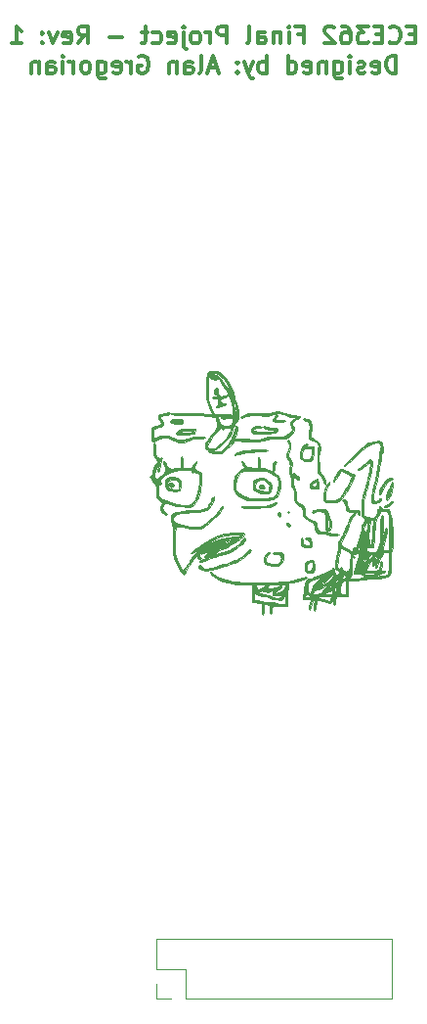
<source format=gbo>
G04 #@! TF.GenerationSoftware,KiCad,Pcbnew,(5.1.0)-1*
G04 #@! TF.CreationDate,2019-03-31T01:00:59-04:00*
G04 #@! TF.ProjectId,MiniProjectBoardProject,4d696e69-5072-46f6-9a65-6374426f6172,rev?*
G04 #@! TF.SameCoordinates,Original*
G04 #@! TF.FileFunction,Legend,Bot*
G04 #@! TF.FilePolarity,Positive*
%FSLAX46Y46*%
G04 Gerber Fmt 4.6, Leading zero omitted, Abs format (unit mm)*
G04 Created by KiCad (PCBNEW (5.1.0)-1) date 2019-03-31 01:00:59*
%MOMM*%
%LPD*%
G04 APERTURE LIST*
%ADD10C,0.300000*%
%ADD11C,0.120000*%
%ADD12C,0.010000*%
G04 APERTURE END LIST*
D10*
X123854571Y-56910857D02*
X123354571Y-56910857D01*
X123140285Y-57696571D02*
X123854571Y-57696571D01*
X123854571Y-56196571D01*
X123140285Y-56196571D01*
X121640285Y-57553714D02*
X121711714Y-57625142D01*
X121926000Y-57696571D01*
X122068857Y-57696571D01*
X122283142Y-57625142D01*
X122426000Y-57482285D01*
X122497428Y-57339428D01*
X122568857Y-57053714D01*
X122568857Y-56839428D01*
X122497428Y-56553714D01*
X122426000Y-56410857D01*
X122283142Y-56268000D01*
X122068857Y-56196571D01*
X121926000Y-56196571D01*
X121711714Y-56268000D01*
X121640285Y-56339428D01*
X120997428Y-56910857D02*
X120497428Y-56910857D01*
X120283142Y-57696571D02*
X120997428Y-57696571D01*
X120997428Y-56196571D01*
X120283142Y-56196571D01*
X119783142Y-56196571D02*
X118854571Y-56196571D01*
X119354571Y-56768000D01*
X119140285Y-56768000D01*
X118997428Y-56839428D01*
X118926000Y-56910857D01*
X118854571Y-57053714D01*
X118854571Y-57410857D01*
X118926000Y-57553714D01*
X118997428Y-57625142D01*
X119140285Y-57696571D01*
X119568857Y-57696571D01*
X119711714Y-57625142D01*
X119783142Y-57553714D01*
X117568857Y-56196571D02*
X117854571Y-56196571D01*
X117997428Y-56268000D01*
X118068857Y-56339428D01*
X118211714Y-56553714D01*
X118283142Y-56839428D01*
X118283142Y-57410857D01*
X118211714Y-57553714D01*
X118140285Y-57625142D01*
X117997428Y-57696571D01*
X117711714Y-57696571D01*
X117568857Y-57625142D01*
X117497428Y-57553714D01*
X117426000Y-57410857D01*
X117426000Y-57053714D01*
X117497428Y-56910857D01*
X117568857Y-56839428D01*
X117711714Y-56768000D01*
X117997428Y-56768000D01*
X118140285Y-56839428D01*
X118211714Y-56910857D01*
X118283142Y-57053714D01*
X116854571Y-56339428D02*
X116783142Y-56268000D01*
X116640285Y-56196571D01*
X116283142Y-56196571D01*
X116140285Y-56268000D01*
X116068857Y-56339428D01*
X115997428Y-56482285D01*
X115997428Y-56625142D01*
X116068857Y-56839428D01*
X116926000Y-57696571D01*
X115997428Y-57696571D01*
X113711714Y-56910857D02*
X114211714Y-56910857D01*
X114211714Y-57696571D02*
X114211714Y-56196571D01*
X113497428Y-56196571D01*
X112926000Y-57696571D02*
X112926000Y-56696571D01*
X112926000Y-56196571D02*
X112997428Y-56268000D01*
X112926000Y-56339428D01*
X112854571Y-56268000D01*
X112926000Y-56196571D01*
X112926000Y-56339428D01*
X112211714Y-56696571D02*
X112211714Y-57696571D01*
X112211714Y-56839428D02*
X112140285Y-56768000D01*
X111997428Y-56696571D01*
X111783142Y-56696571D01*
X111640285Y-56768000D01*
X111568857Y-56910857D01*
X111568857Y-57696571D01*
X110211714Y-57696571D02*
X110211714Y-56910857D01*
X110283142Y-56768000D01*
X110426000Y-56696571D01*
X110711714Y-56696571D01*
X110854571Y-56768000D01*
X110211714Y-57625142D02*
X110354571Y-57696571D01*
X110711714Y-57696571D01*
X110854571Y-57625142D01*
X110926000Y-57482285D01*
X110926000Y-57339428D01*
X110854571Y-57196571D01*
X110711714Y-57125142D01*
X110354571Y-57125142D01*
X110211714Y-57053714D01*
X109283142Y-57696571D02*
X109426000Y-57625142D01*
X109497428Y-57482285D01*
X109497428Y-56196571D01*
X107568857Y-57696571D02*
X107568857Y-56196571D01*
X106997428Y-56196571D01*
X106854571Y-56268000D01*
X106783142Y-56339428D01*
X106711714Y-56482285D01*
X106711714Y-56696571D01*
X106783142Y-56839428D01*
X106854571Y-56910857D01*
X106997428Y-56982285D01*
X107568857Y-56982285D01*
X106068857Y-57696571D02*
X106068857Y-56696571D01*
X106068857Y-56982285D02*
X105997428Y-56839428D01*
X105926000Y-56768000D01*
X105783142Y-56696571D01*
X105640285Y-56696571D01*
X104926000Y-57696571D02*
X105068857Y-57625142D01*
X105140285Y-57553714D01*
X105211714Y-57410857D01*
X105211714Y-56982285D01*
X105140285Y-56839428D01*
X105068857Y-56768000D01*
X104926000Y-56696571D01*
X104711714Y-56696571D01*
X104568857Y-56768000D01*
X104497428Y-56839428D01*
X104426000Y-56982285D01*
X104426000Y-57410857D01*
X104497428Y-57553714D01*
X104568857Y-57625142D01*
X104711714Y-57696571D01*
X104926000Y-57696571D01*
X103783142Y-56696571D02*
X103783142Y-57982285D01*
X103854571Y-58125142D01*
X103997428Y-58196571D01*
X104068857Y-58196571D01*
X103783142Y-56196571D02*
X103854571Y-56268000D01*
X103783142Y-56339428D01*
X103711714Y-56268000D01*
X103783142Y-56196571D01*
X103783142Y-56339428D01*
X102497428Y-57625142D02*
X102640285Y-57696571D01*
X102926000Y-57696571D01*
X103068857Y-57625142D01*
X103140285Y-57482285D01*
X103140285Y-56910857D01*
X103068857Y-56768000D01*
X102926000Y-56696571D01*
X102640285Y-56696571D01*
X102497428Y-56768000D01*
X102426000Y-56910857D01*
X102426000Y-57053714D01*
X103140285Y-57196571D01*
X101140285Y-57625142D02*
X101283142Y-57696571D01*
X101568857Y-57696571D01*
X101711714Y-57625142D01*
X101783142Y-57553714D01*
X101854571Y-57410857D01*
X101854571Y-56982285D01*
X101783142Y-56839428D01*
X101711714Y-56768000D01*
X101568857Y-56696571D01*
X101283142Y-56696571D01*
X101140285Y-56768000D01*
X100711714Y-56696571D02*
X100140285Y-56696571D01*
X100497428Y-56196571D02*
X100497428Y-57482285D01*
X100426000Y-57625142D01*
X100283142Y-57696571D01*
X100140285Y-57696571D01*
X98497428Y-57125142D02*
X97354571Y-57125142D01*
X94640285Y-57696571D02*
X95140285Y-56982285D01*
X95497428Y-57696571D02*
X95497428Y-56196571D01*
X94926000Y-56196571D01*
X94783142Y-56268000D01*
X94711714Y-56339428D01*
X94640285Y-56482285D01*
X94640285Y-56696571D01*
X94711714Y-56839428D01*
X94783142Y-56910857D01*
X94926000Y-56982285D01*
X95497428Y-56982285D01*
X93426000Y-57625142D02*
X93568857Y-57696571D01*
X93854571Y-57696571D01*
X93997428Y-57625142D01*
X94068857Y-57482285D01*
X94068857Y-56910857D01*
X93997428Y-56768000D01*
X93854571Y-56696571D01*
X93568857Y-56696571D01*
X93426000Y-56768000D01*
X93354571Y-56910857D01*
X93354571Y-57053714D01*
X94068857Y-57196571D01*
X92854571Y-56696571D02*
X92497428Y-57696571D01*
X92140285Y-56696571D01*
X91568857Y-57553714D02*
X91497428Y-57625142D01*
X91568857Y-57696571D01*
X91640285Y-57625142D01*
X91568857Y-57553714D01*
X91568857Y-57696571D01*
X91568857Y-56768000D02*
X91497428Y-56839428D01*
X91568857Y-56910857D01*
X91640285Y-56839428D01*
X91568857Y-56768000D01*
X91568857Y-56910857D01*
X88926000Y-57696571D02*
X89783142Y-57696571D01*
X89354571Y-57696571D02*
X89354571Y-56196571D01*
X89497428Y-56410857D01*
X89640285Y-56553714D01*
X89783142Y-56625142D01*
X122211714Y-60246571D02*
X122211714Y-58746571D01*
X121854571Y-58746571D01*
X121640285Y-58818000D01*
X121497428Y-58960857D01*
X121426000Y-59103714D01*
X121354571Y-59389428D01*
X121354571Y-59603714D01*
X121426000Y-59889428D01*
X121497428Y-60032285D01*
X121640285Y-60175142D01*
X121854571Y-60246571D01*
X122211714Y-60246571D01*
X120140285Y-60175142D02*
X120283142Y-60246571D01*
X120568857Y-60246571D01*
X120711714Y-60175142D01*
X120783142Y-60032285D01*
X120783142Y-59460857D01*
X120711714Y-59318000D01*
X120568857Y-59246571D01*
X120283142Y-59246571D01*
X120140285Y-59318000D01*
X120068857Y-59460857D01*
X120068857Y-59603714D01*
X120783142Y-59746571D01*
X119497428Y-60175142D02*
X119354571Y-60246571D01*
X119068857Y-60246571D01*
X118926000Y-60175142D01*
X118854571Y-60032285D01*
X118854571Y-59960857D01*
X118926000Y-59818000D01*
X119068857Y-59746571D01*
X119283142Y-59746571D01*
X119426000Y-59675142D01*
X119497428Y-59532285D01*
X119497428Y-59460857D01*
X119426000Y-59318000D01*
X119283142Y-59246571D01*
X119068857Y-59246571D01*
X118926000Y-59318000D01*
X118211714Y-60246571D02*
X118211714Y-59246571D01*
X118211714Y-58746571D02*
X118283142Y-58818000D01*
X118211714Y-58889428D01*
X118140285Y-58818000D01*
X118211714Y-58746571D01*
X118211714Y-58889428D01*
X116854571Y-59246571D02*
X116854571Y-60460857D01*
X116926000Y-60603714D01*
X116997428Y-60675142D01*
X117140285Y-60746571D01*
X117354571Y-60746571D01*
X117497428Y-60675142D01*
X116854571Y-60175142D02*
X116997428Y-60246571D01*
X117283142Y-60246571D01*
X117426000Y-60175142D01*
X117497428Y-60103714D01*
X117568857Y-59960857D01*
X117568857Y-59532285D01*
X117497428Y-59389428D01*
X117426000Y-59318000D01*
X117283142Y-59246571D01*
X116997428Y-59246571D01*
X116854571Y-59318000D01*
X116140285Y-59246571D02*
X116140285Y-60246571D01*
X116140285Y-59389428D02*
X116068857Y-59318000D01*
X115926000Y-59246571D01*
X115711714Y-59246571D01*
X115568857Y-59318000D01*
X115497428Y-59460857D01*
X115497428Y-60246571D01*
X114211714Y-60175142D02*
X114354571Y-60246571D01*
X114640285Y-60246571D01*
X114783142Y-60175142D01*
X114854571Y-60032285D01*
X114854571Y-59460857D01*
X114783142Y-59318000D01*
X114640285Y-59246571D01*
X114354571Y-59246571D01*
X114211714Y-59318000D01*
X114140285Y-59460857D01*
X114140285Y-59603714D01*
X114854571Y-59746571D01*
X112854571Y-60246571D02*
X112854571Y-58746571D01*
X112854571Y-60175142D02*
X112997428Y-60246571D01*
X113283142Y-60246571D01*
X113426000Y-60175142D01*
X113497428Y-60103714D01*
X113568857Y-59960857D01*
X113568857Y-59532285D01*
X113497428Y-59389428D01*
X113426000Y-59318000D01*
X113283142Y-59246571D01*
X112997428Y-59246571D01*
X112854571Y-59318000D01*
X110997428Y-60246571D02*
X110997428Y-58746571D01*
X110997428Y-59318000D02*
X110854571Y-59246571D01*
X110568857Y-59246571D01*
X110426000Y-59318000D01*
X110354571Y-59389428D01*
X110283142Y-59532285D01*
X110283142Y-59960857D01*
X110354571Y-60103714D01*
X110426000Y-60175142D01*
X110568857Y-60246571D01*
X110854571Y-60246571D01*
X110997428Y-60175142D01*
X109783142Y-59246571D02*
X109426000Y-60246571D01*
X109068857Y-59246571D02*
X109426000Y-60246571D01*
X109568857Y-60603714D01*
X109640285Y-60675142D01*
X109783142Y-60746571D01*
X108497428Y-60103714D02*
X108426000Y-60175142D01*
X108497428Y-60246571D01*
X108568857Y-60175142D01*
X108497428Y-60103714D01*
X108497428Y-60246571D01*
X108497428Y-59318000D02*
X108426000Y-59389428D01*
X108497428Y-59460857D01*
X108568857Y-59389428D01*
X108497428Y-59318000D01*
X108497428Y-59460857D01*
X106711714Y-59818000D02*
X105997428Y-59818000D01*
X106854571Y-60246571D02*
X106354571Y-58746571D01*
X105854571Y-60246571D01*
X105140285Y-60246571D02*
X105283142Y-60175142D01*
X105354571Y-60032285D01*
X105354571Y-58746571D01*
X103926000Y-60246571D02*
X103926000Y-59460857D01*
X103997428Y-59318000D01*
X104140285Y-59246571D01*
X104426000Y-59246571D01*
X104568857Y-59318000D01*
X103926000Y-60175142D02*
X104068857Y-60246571D01*
X104426000Y-60246571D01*
X104568857Y-60175142D01*
X104640285Y-60032285D01*
X104640285Y-59889428D01*
X104568857Y-59746571D01*
X104426000Y-59675142D01*
X104068857Y-59675142D01*
X103926000Y-59603714D01*
X103211714Y-59246571D02*
X103211714Y-60246571D01*
X103211714Y-59389428D02*
X103140285Y-59318000D01*
X102997428Y-59246571D01*
X102783142Y-59246571D01*
X102640285Y-59318000D01*
X102568857Y-59460857D01*
X102568857Y-60246571D01*
X99926000Y-58818000D02*
X100068857Y-58746571D01*
X100283142Y-58746571D01*
X100497428Y-58818000D01*
X100640285Y-58960857D01*
X100711714Y-59103714D01*
X100783142Y-59389428D01*
X100783142Y-59603714D01*
X100711714Y-59889428D01*
X100640285Y-60032285D01*
X100497428Y-60175142D01*
X100283142Y-60246571D01*
X100140285Y-60246571D01*
X99926000Y-60175142D01*
X99854571Y-60103714D01*
X99854571Y-59603714D01*
X100140285Y-59603714D01*
X99211714Y-60246571D02*
X99211714Y-59246571D01*
X99211714Y-59532285D02*
X99140285Y-59389428D01*
X99068857Y-59318000D01*
X98926000Y-59246571D01*
X98783142Y-59246571D01*
X97711714Y-60175142D02*
X97854571Y-60246571D01*
X98140285Y-60246571D01*
X98283142Y-60175142D01*
X98354571Y-60032285D01*
X98354571Y-59460857D01*
X98283142Y-59318000D01*
X98140285Y-59246571D01*
X97854571Y-59246571D01*
X97711714Y-59318000D01*
X97640285Y-59460857D01*
X97640285Y-59603714D01*
X98354571Y-59746571D01*
X96354571Y-59246571D02*
X96354571Y-60460857D01*
X96426000Y-60603714D01*
X96497428Y-60675142D01*
X96640285Y-60746571D01*
X96854571Y-60746571D01*
X96997428Y-60675142D01*
X96354571Y-60175142D02*
X96497428Y-60246571D01*
X96783142Y-60246571D01*
X96926000Y-60175142D01*
X96997428Y-60103714D01*
X97068857Y-59960857D01*
X97068857Y-59532285D01*
X96997428Y-59389428D01*
X96926000Y-59318000D01*
X96783142Y-59246571D01*
X96497428Y-59246571D01*
X96354571Y-59318000D01*
X95426000Y-60246571D02*
X95568857Y-60175142D01*
X95640285Y-60103714D01*
X95711714Y-59960857D01*
X95711714Y-59532285D01*
X95640285Y-59389428D01*
X95568857Y-59318000D01*
X95426000Y-59246571D01*
X95211714Y-59246571D01*
X95068857Y-59318000D01*
X94997428Y-59389428D01*
X94926000Y-59532285D01*
X94926000Y-59960857D01*
X94997428Y-60103714D01*
X95068857Y-60175142D01*
X95211714Y-60246571D01*
X95426000Y-60246571D01*
X94283142Y-60246571D02*
X94283142Y-59246571D01*
X94283142Y-59532285D02*
X94211714Y-59389428D01*
X94140285Y-59318000D01*
X93997428Y-59246571D01*
X93854571Y-59246571D01*
X93354571Y-60246571D02*
X93354571Y-59246571D01*
X93354571Y-58746571D02*
X93426000Y-58818000D01*
X93354571Y-58889428D01*
X93283142Y-58818000D01*
X93354571Y-58746571D01*
X93354571Y-58889428D01*
X91997428Y-60246571D02*
X91997428Y-59460857D01*
X92068857Y-59318000D01*
X92211714Y-59246571D01*
X92497428Y-59246571D01*
X92640285Y-59318000D01*
X91997428Y-60175142D02*
X92140285Y-60246571D01*
X92497428Y-60246571D01*
X92640285Y-60175142D01*
X92711714Y-60032285D01*
X92711714Y-59889428D01*
X92640285Y-59746571D01*
X92497428Y-59675142D01*
X92140285Y-59675142D01*
X91997428Y-59603714D01*
X91283142Y-59246571D02*
X91283142Y-60246571D01*
X91283142Y-59389428D02*
X91211714Y-59318000D01*
X91068857Y-59246571D01*
X90854571Y-59246571D01*
X90711714Y-59318000D01*
X90640285Y-59460857D01*
X90640285Y-60246571D01*
D11*
X101420000Y-139000000D02*
X101420000Y-140330000D01*
X101420000Y-140330000D02*
X102750000Y-140330000D01*
X101420000Y-137730000D02*
X104020000Y-137730000D01*
X104020000Y-137730000D02*
X104020000Y-140330000D01*
X104020000Y-140330000D02*
X121860000Y-140330000D01*
X121860000Y-135130000D02*
X121860000Y-140330000D01*
X101420000Y-135130000D02*
X121860000Y-135130000D01*
X101420000Y-135130000D02*
X101420000Y-137730000D01*
D12*
G36*
X110688472Y-95875006D02*
G01*
X110777274Y-95976591D01*
X110819762Y-96115777D01*
X110772883Y-96171146D01*
X110598423Y-96181315D01*
X110574666Y-96181333D01*
X110388746Y-96154723D01*
X110323287Y-96055711D01*
X110320666Y-96012000D01*
X110385250Y-95886173D01*
X110531567Y-95838670D01*
X110688472Y-95875006D01*
X110688472Y-95875006D01*
G37*
X110688472Y-95875006D02*
X110777274Y-95976591D01*
X110819762Y-96115777D01*
X110772883Y-96171146D01*
X110598423Y-96181315D01*
X110574666Y-96181333D01*
X110388746Y-96154723D01*
X110323287Y-96055711D01*
X110320666Y-96012000D01*
X110385250Y-95886173D01*
X110531567Y-95838670D01*
X110688472Y-95875006D01*
G36*
X102776810Y-95712961D02*
G01*
X102924880Y-95814085D01*
X102939346Y-95944779D01*
X102820741Y-96045275D01*
X102683433Y-96089522D01*
X102602128Y-96051766D01*
X102528355Y-95966078D01*
X102473669Y-95817068D01*
X102551159Y-95715720D01*
X102723970Y-95699581D01*
X102776810Y-95712961D01*
X102776810Y-95712961D01*
G37*
X102776810Y-95712961D02*
X102924880Y-95814085D01*
X102939346Y-95944779D01*
X102820741Y-96045275D01*
X102683433Y-96089522D01*
X102602128Y-96051766D01*
X102528355Y-95966078D01*
X102473669Y-95817068D01*
X102551159Y-95715720D01*
X102723970Y-95699581D01*
X102776810Y-95712961D01*
G36*
X106745203Y-87528841D02*
G01*
X106764666Y-87698484D01*
X106807547Y-87938879D01*
X106884825Y-88100629D01*
X106986511Y-88205163D01*
X107111537Y-88215350D01*
X107281408Y-88160617D01*
X107476477Y-88101732D01*
X107592971Y-88093918D01*
X107599569Y-88098014D01*
X107583692Y-88174511D01*
X107462140Y-88271014D01*
X107289838Y-88353847D01*
X107124500Y-88389307D01*
X106968972Y-88439893D01*
X106953280Y-88576859D01*
X107052935Y-88753304D01*
X107212639Y-88858115D01*
X107315795Y-88845646D01*
X107424989Y-88832553D01*
X107424121Y-88907675D01*
X107318333Y-88995489D01*
X107158568Y-89023662D01*
X106993369Y-89042888D01*
X106934000Y-89087162D01*
X106862939Y-89141509D01*
X106764666Y-89154000D01*
X106627086Y-89118544D01*
X106595333Y-89069333D01*
X106659762Y-88987127D01*
X106680000Y-88984667D01*
X106735962Y-88910238D01*
X106763935Y-88727223D01*
X106764666Y-88688333D01*
X106750507Y-88489238D01*
X106678687Y-88407578D01*
X106510666Y-88392000D01*
X106332324Y-88367476D01*
X106256686Y-88308387D01*
X106256666Y-88307333D01*
X106329122Y-88243687D01*
X106468333Y-88222667D01*
X106627448Y-88193684D01*
X106680000Y-88138000D01*
X106611423Y-88062885D01*
X106553000Y-88053333D01*
X106457441Y-87985972D01*
X106427443Y-87829583D01*
X106466550Y-87652704D01*
X106527600Y-87562266D01*
X106667582Y-87467451D01*
X106745203Y-87528841D01*
X106745203Y-87528841D01*
G37*
X106745203Y-87528841D02*
X106764666Y-87698484D01*
X106807547Y-87938879D01*
X106884825Y-88100629D01*
X106986511Y-88205163D01*
X107111537Y-88215350D01*
X107281408Y-88160617D01*
X107476477Y-88101732D01*
X107592971Y-88093918D01*
X107599569Y-88098014D01*
X107583692Y-88174511D01*
X107462140Y-88271014D01*
X107289838Y-88353847D01*
X107124500Y-88389307D01*
X106968972Y-88439893D01*
X106953280Y-88576859D01*
X107052935Y-88753304D01*
X107212639Y-88858115D01*
X107315795Y-88845646D01*
X107424989Y-88832553D01*
X107424121Y-88907675D01*
X107318333Y-88995489D01*
X107158568Y-89023662D01*
X106993369Y-89042888D01*
X106934000Y-89087162D01*
X106862939Y-89141509D01*
X106764666Y-89154000D01*
X106627086Y-89118544D01*
X106595333Y-89069333D01*
X106659762Y-88987127D01*
X106680000Y-88984667D01*
X106735962Y-88910238D01*
X106763935Y-88727223D01*
X106764666Y-88688333D01*
X106750507Y-88489238D01*
X106678687Y-88407578D01*
X106510666Y-88392000D01*
X106332324Y-88367476D01*
X106256686Y-88308387D01*
X106256666Y-88307333D01*
X106329122Y-88243687D01*
X106468333Y-88222667D01*
X106627448Y-88193684D01*
X106680000Y-88138000D01*
X106611423Y-88062885D01*
X106553000Y-88053333D01*
X106457441Y-87985972D01*
X106427443Y-87829583D01*
X106466550Y-87652704D01*
X106527600Y-87562266D01*
X106667582Y-87467451D01*
X106745203Y-87528841D01*
G36*
X110907759Y-95326490D02*
G01*
X111116869Y-95472738D01*
X111345479Y-95718454D01*
X111423646Y-95990899D01*
X111360465Y-96327561D01*
X111338762Y-96387488D01*
X111267642Y-96520528D01*
X111151815Y-96583640D01*
X110936917Y-96600590D01*
X110851928Y-96600304D01*
X110526054Y-96567976D01*
X110207952Y-96492682D01*
X110130166Y-96464248D01*
X109937865Y-96372931D01*
X109844763Y-96269252D01*
X109815016Y-96092742D01*
X109812793Y-95937468D01*
X109982000Y-95937468D01*
X110016133Y-96130777D01*
X110149663Y-96256595D01*
X110257166Y-96309106D01*
X110541919Y-96394186D01*
X110843205Y-96431985D01*
X110845996Y-96432019D01*
X111056235Y-96419725D01*
X111157860Y-96345377D01*
X111210934Y-96161793D01*
X111214599Y-96142482D01*
X111231759Y-95925349D01*
X111159281Y-95767278D01*
X111027936Y-95637157D01*
X110742855Y-95464032D01*
X110459474Y-95419370D01*
X110214056Y-95492759D01*
X110042860Y-95673788D01*
X109982000Y-95937468D01*
X109812793Y-95937468D01*
X109812666Y-95928645D01*
X109841099Y-95618661D01*
X109947668Y-95426717D01*
X110164277Y-95319388D01*
X110439585Y-95271833D01*
X110705036Y-95262493D01*
X110907759Y-95326490D01*
X110907759Y-95326490D01*
G37*
X110907759Y-95326490D02*
X111116869Y-95472738D01*
X111345479Y-95718454D01*
X111423646Y-95990899D01*
X111360465Y-96327561D01*
X111338762Y-96387488D01*
X111267642Y-96520528D01*
X111151815Y-96583640D01*
X110936917Y-96600590D01*
X110851928Y-96600304D01*
X110526054Y-96567976D01*
X110207952Y-96492682D01*
X110130166Y-96464248D01*
X109937865Y-96372931D01*
X109844763Y-96269252D01*
X109815016Y-96092742D01*
X109812793Y-95937468D01*
X109982000Y-95937468D01*
X110016133Y-96130777D01*
X110149663Y-96256595D01*
X110257166Y-96309106D01*
X110541919Y-96394186D01*
X110843205Y-96431985D01*
X110845996Y-96432019D01*
X111056235Y-96419725D01*
X111157860Y-96345377D01*
X111210934Y-96161793D01*
X111214599Y-96142482D01*
X111231759Y-95925349D01*
X111159281Y-95767278D01*
X111027936Y-95637157D01*
X110742855Y-95464032D01*
X110459474Y-95419370D01*
X110214056Y-95492759D01*
X110042860Y-95673788D01*
X109982000Y-95937468D01*
X109812793Y-95937468D01*
X109812666Y-95928645D01*
X109841099Y-95618661D01*
X109947668Y-95426717D01*
X110164277Y-95319388D01*
X110439585Y-95271833D01*
X110705036Y-95262493D01*
X110907759Y-95326490D01*
G36*
X102954915Y-95200030D02*
G01*
X103244079Y-95284110D01*
X103258019Y-95289810D01*
X103424822Y-95366639D01*
X103511209Y-95451804D01*
X103539795Y-95596252D01*
X103533191Y-95850934D01*
X103530467Y-95903643D01*
X103505000Y-96393000D01*
X103081666Y-96412841D01*
X102729432Y-96394988D01*
X102449357Y-96316573D01*
X102425500Y-96304304D01*
X102254908Y-96166532D01*
X102195261Y-95967377D01*
X102192666Y-95886280D01*
X102199079Y-95830864D01*
X102362000Y-95830864D01*
X102429825Y-96056364D01*
X102636852Y-96197612D01*
X102988406Y-96257884D01*
X103060500Y-96260270D01*
X103264125Y-96254997D01*
X103354317Y-96197113D01*
X103377285Y-96038449D01*
X103378000Y-95929285D01*
X103349324Y-95671963D01*
X103244732Y-95511542D01*
X103179434Y-95462465D01*
X103030223Y-95384546D01*
X102886957Y-95384326D01*
X102671434Y-95461649D01*
X102462171Y-95573371D01*
X102374658Y-95705778D01*
X102362000Y-95830864D01*
X102199079Y-95830864D01*
X102236369Y-95508652D01*
X102369745Y-95271643D01*
X102596200Y-95170159D01*
X102674642Y-95165333D01*
X102954915Y-95200030D01*
X102954915Y-95200030D01*
G37*
X102954915Y-95200030D02*
X103244079Y-95284110D01*
X103258019Y-95289810D01*
X103424822Y-95366639D01*
X103511209Y-95451804D01*
X103539795Y-95596252D01*
X103533191Y-95850934D01*
X103530467Y-95903643D01*
X103505000Y-96393000D01*
X103081666Y-96412841D01*
X102729432Y-96394988D01*
X102449357Y-96316573D01*
X102425500Y-96304304D01*
X102254908Y-96166532D01*
X102195261Y-95967377D01*
X102192666Y-95886280D01*
X102199079Y-95830864D01*
X102362000Y-95830864D01*
X102429825Y-96056364D01*
X102636852Y-96197612D01*
X102988406Y-96257884D01*
X103060500Y-96260270D01*
X103264125Y-96254997D01*
X103354317Y-96197113D01*
X103377285Y-96038449D01*
X103378000Y-95929285D01*
X103349324Y-95671963D01*
X103244732Y-95511542D01*
X103179434Y-95462465D01*
X103030223Y-95384546D01*
X102886957Y-95384326D01*
X102671434Y-95461649D01*
X102462171Y-95573371D01*
X102374658Y-95705778D01*
X102362000Y-95830864D01*
X102199079Y-95830864D01*
X102236369Y-95508652D01*
X102369745Y-95271643D01*
X102596200Y-95170159D01*
X102674642Y-95165333D01*
X102954915Y-95200030D01*
G36*
X118615539Y-102087762D02*
G01*
X118618000Y-102108000D01*
X118553570Y-102190206D01*
X118533333Y-102192667D01*
X118451126Y-102128237D01*
X118448666Y-102108000D01*
X118513095Y-102025793D01*
X118533333Y-102023333D01*
X118615539Y-102087762D01*
X118615539Y-102087762D01*
G37*
X118615539Y-102087762D02*
X118618000Y-102108000D01*
X118553570Y-102190206D01*
X118533333Y-102192667D01*
X118451126Y-102128237D01*
X118448666Y-102108000D01*
X118513095Y-102025793D01*
X118533333Y-102023333D01*
X118615539Y-102087762D01*
G36*
X111925808Y-89801967D02*
G01*
X111862717Y-89964948D01*
X111789440Y-90078048D01*
X111649546Y-90277773D01*
X112128106Y-90238088D01*
X112414723Y-90224770D01*
X112564460Y-90248314D01*
X112606666Y-90311201D01*
X112553608Y-90376925D01*
X112378976Y-90412940D01*
X112059588Y-90423999D01*
X112056333Y-90424000D01*
X111736993Y-90410424D01*
X111548486Y-90372143D01*
X111506000Y-90331230D01*
X111546954Y-90192747D01*
X111643971Y-90007267D01*
X111758283Y-89838284D01*
X111851121Y-89749293D01*
X111862921Y-89746667D01*
X111925808Y-89801967D01*
X111925808Y-89801967D01*
G37*
X111925808Y-89801967D02*
X111862717Y-89964948D01*
X111789440Y-90078048D01*
X111649546Y-90277773D01*
X112128106Y-90238088D01*
X112414723Y-90224770D01*
X112564460Y-90248314D01*
X112606666Y-90311201D01*
X112553608Y-90376925D01*
X112378976Y-90412940D01*
X112059588Y-90423999D01*
X112056333Y-90424000D01*
X111736993Y-90410424D01*
X111548486Y-90372143D01*
X111506000Y-90331230D01*
X111546954Y-90192747D01*
X111643971Y-90007267D01*
X111758283Y-89838284D01*
X111851121Y-89749293D01*
X111862921Y-89746667D01*
X111925808Y-89801967D01*
G36*
X103531192Y-90176625D02*
G01*
X103663337Y-90207937D01*
X103710951Y-90285274D01*
X103716666Y-90381667D01*
X103699863Y-90514878D01*
X103618463Y-90575608D01*
X103425980Y-90590869D01*
X103356833Y-90590759D01*
X103087523Y-90567137D01*
X102866517Y-90511668D01*
X102827666Y-90493605D01*
X102657095Y-90390274D01*
X102654731Y-90386422D01*
X103056895Y-90386422D01*
X103158660Y-90400452D01*
X103251000Y-90402648D01*
X103425251Y-90395833D01*
X103470225Y-90376647D01*
X103442487Y-90365827D01*
X103239165Y-90350057D01*
X103103820Y-90364118D01*
X103056895Y-90386422D01*
X102654731Y-90386422D01*
X102617345Y-90325518D01*
X102688541Y-90260679D01*
X102703118Y-90251359D01*
X102855794Y-90205889D01*
X103108010Y-90176799D01*
X103272166Y-90171296D01*
X103531192Y-90176625D01*
X103531192Y-90176625D01*
G37*
X103531192Y-90176625D02*
X103663337Y-90207937D01*
X103710951Y-90285274D01*
X103716666Y-90381667D01*
X103699863Y-90514878D01*
X103618463Y-90575608D01*
X103425980Y-90590869D01*
X103356833Y-90590759D01*
X103087523Y-90567137D01*
X102866517Y-90511668D01*
X102827666Y-90493605D01*
X102657095Y-90390274D01*
X102654731Y-90386422D01*
X103056895Y-90386422D01*
X103158660Y-90400452D01*
X103251000Y-90402648D01*
X103425251Y-90395833D01*
X103470225Y-90376647D01*
X103442487Y-90365827D01*
X103239165Y-90350057D01*
X103103820Y-90364118D01*
X103056895Y-90386422D01*
X102654731Y-90386422D01*
X102617345Y-90325518D01*
X102688541Y-90260679D01*
X102703118Y-90251359D01*
X102855794Y-90205889D01*
X103108010Y-90176799D01*
X103272166Y-90171296D01*
X103531192Y-90176625D01*
G36*
X110528888Y-90811345D02*
G01*
X110574666Y-90884343D01*
X110524234Y-90965499D01*
X110352914Y-90972837D01*
X110299500Y-90965940D01*
X110054941Y-90963698D01*
X109885698Y-91023350D01*
X109830507Y-91126783D01*
X109849149Y-91176534D01*
X109956061Y-91218713D01*
X110187249Y-91248324D01*
X110498108Y-91265137D01*
X110844032Y-91268919D01*
X111180415Y-91259441D01*
X111462649Y-91236469D01*
X111646129Y-91199774D01*
X111675333Y-91186000D01*
X111712683Y-91133457D01*
X111605749Y-91107619D01*
X111446483Y-91102630D01*
X111157941Y-91075765D01*
X110898062Y-91008467D01*
X110716056Y-90917544D01*
X110659333Y-90833743D01*
X110721269Y-90770403D01*
X110848741Y-90775525D01*
X110954247Y-90845096D01*
X110955666Y-90847333D01*
X111063152Y-90894430D01*
X111283666Y-90925169D01*
X111468663Y-90932000D01*
X111735786Y-90939390D01*
X111874288Y-90971591D01*
X111924600Y-91043647D01*
X111929333Y-91103429D01*
X111851329Y-91272094D01*
X111712154Y-91357429D01*
X111542077Y-91389643D01*
X111254639Y-91413364D01*
X110898048Y-91427942D01*
X110520510Y-91432725D01*
X110170232Y-91427063D01*
X109895420Y-91410304D01*
X109749166Y-91383927D01*
X109646833Y-91269331D01*
X109647843Y-91096265D01*
X109738907Y-90929021D01*
X109860511Y-90845238D01*
X110124776Y-90776330D01*
X110363884Y-90765926D01*
X110528888Y-90811345D01*
X110528888Y-90811345D01*
G37*
X110528888Y-90811345D02*
X110574666Y-90884343D01*
X110524234Y-90965499D01*
X110352914Y-90972837D01*
X110299500Y-90965940D01*
X110054941Y-90963698D01*
X109885698Y-91023350D01*
X109830507Y-91126783D01*
X109849149Y-91176534D01*
X109956061Y-91218713D01*
X110187249Y-91248324D01*
X110498108Y-91265137D01*
X110844032Y-91268919D01*
X111180415Y-91259441D01*
X111462649Y-91236469D01*
X111646129Y-91199774D01*
X111675333Y-91186000D01*
X111712683Y-91133457D01*
X111605749Y-91107619D01*
X111446483Y-91102630D01*
X111157941Y-91075765D01*
X110898062Y-91008467D01*
X110716056Y-90917544D01*
X110659333Y-90833743D01*
X110721269Y-90770403D01*
X110848741Y-90775525D01*
X110954247Y-90845096D01*
X110955666Y-90847333D01*
X111063152Y-90894430D01*
X111283666Y-90925169D01*
X111468663Y-90932000D01*
X111735786Y-90939390D01*
X111874288Y-90971591D01*
X111924600Y-91043647D01*
X111929333Y-91103429D01*
X111851329Y-91272094D01*
X111712154Y-91357429D01*
X111542077Y-91389643D01*
X111254639Y-91413364D01*
X110898048Y-91427942D01*
X110520510Y-91432725D01*
X110170232Y-91427063D01*
X109895420Y-91410304D01*
X109749166Y-91383927D01*
X109646833Y-91269331D01*
X109647843Y-91096265D01*
X109738907Y-90929021D01*
X109860511Y-90845238D01*
X110124776Y-90776330D01*
X110363884Y-90765926D01*
X110528888Y-90811345D01*
G36*
X104775000Y-91482333D02*
G01*
X103949500Y-91506566D01*
X103552059Y-91512996D01*
X103298536Y-91502489D01*
X103164123Y-91472413D01*
X103124010Y-91420135D01*
X103124000Y-91418987D01*
X103199420Y-91270667D01*
X103505000Y-91270667D01*
X103552574Y-91317785D01*
X103754043Y-91346720D01*
X104050336Y-91355333D01*
X104356266Y-91344231D01*
X104567883Y-91314438D01*
X104647988Y-91271223D01*
X104648000Y-91270667D01*
X104570312Y-91226324D01*
X104364829Y-91196000D01*
X104102663Y-91186000D01*
X103813643Y-91198230D01*
X103596968Y-91230151D01*
X103505000Y-91270667D01*
X103199420Y-91270667D01*
X103203485Y-91262673D01*
X103423706Y-91136885D01*
X103757314Y-91051643D01*
X104176957Y-91016967D01*
X104222187Y-91016667D01*
X104828580Y-91016667D01*
X104775000Y-91482333D01*
X104775000Y-91482333D01*
G37*
X104775000Y-91482333D02*
X103949500Y-91506566D01*
X103552059Y-91512996D01*
X103298536Y-91502489D01*
X103164123Y-91472413D01*
X103124010Y-91420135D01*
X103124000Y-91418987D01*
X103199420Y-91270667D01*
X103505000Y-91270667D01*
X103552574Y-91317785D01*
X103754043Y-91346720D01*
X104050336Y-91355333D01*
X104356266Y-91344231D01*
X104567883Y-91314438D01*
X104647988Y-91271223D01*
X104648000Y-91270667D01*
X104570312Y-91226324D01*
X104364829Y-91196000D01*
X104102663Y-91186000D01*
X103813643Y-91198230D01*
X103596968Y-91230151D01*
X103505000Y-91270667D01*
X103199420Y-91270667D01*
X103203485Y-91262673D01*
X103423706Y-91136885D01*
X103757314Y-91051643D01*
X104176957Y-91016967D01*
X104222187Y-91016667D01*
X104828580Y-91016667D01*
X104775000Y-91482333D01*
G36*
X102611896Y-89634786D02*
G01*
X102616000Y-89648289D01*
X102540174Y-89729971D01*
X102348057Y-89795795D01*
X102092686Y-89828958D01*
X102041842Y-89830177D01*
X101856060Y-89885846D01*
X101797784Y-90027144D01*
X101874803Y-90219942D01*
X101935946Y-90294105D01*
X102075065Y-90519283D01*
X102053012Y-90709321D01*
X101877158Y-90845413D01*
X101701061Y-90893322D01*
X101415341Y-90947092D01*
X101258477Y-91012358D01*
X101191857Y-91125692D01*
X101176870Y-91323663D01*
X101176666Y-91390012D01*
X101200643Y-91680272D01*
X101278831Y-91816465D01*
X101420616Y-91807816D01*
X101534023Y-91741238D01*
X101796182Y-91639674D01*
X102142707Y-91610121D01*
X102505616Y-91650677D01*
X102816925Y-91759437D01*
X102849377Y-91778069D01*
X103295713Y-91968803D01*
X103739711Y-91991479D01*
X104140000Y-91871662D01*
X104378027Y-91792981D01*
X104678664Y-91734444D01*
X104999240Y-91698653D01*
X105297085Y-91688214D01*
X105529527Y-91705729D01*
X105653897Y-91753802D01*
X105664000Y-91778667D01*
X105586185Y-91822830D01*
X105379801Y-91853094D01*
X105109576Y-91863333D01*
X104602149Y-91904796D01*
X104204673Y-92032667D01*
X103801013Y-92172080D01*
X103419195Y-92172361D01*
X103208666Y-92119824D01*
X102978811Y-92029520D01*
X102743000Y-91915956D01*
X102426686Y-91807717D01*
X102075697Y-91779916D01*
X101753527Y-91830869D01*
X101534838Y-91948000D01*
X101348155Y-92072925D01*
X101192100Y-92117333D01*
X101107399Y-92098205D01*
X101056699Y-92017292D01*
X101029743Y-91839303D01*
X101016278Y-91528944D01*
X101015808Y-91510609D01*
X101017376Y-91152986D01*
X101057501Y-90931639D01*
X101156269Y-90814523D01*
X101333765Y-90769592D01*
X101483799Y-90763963D01*
X101737541Y-90723220D01*
X101863731Y-90618627D01*
X101846063Y-90472055D01*
X101769034Y-90381396D01*
X101633996Y-90185767D01*
X101597889Y-89971032D01*
X101658928Y-89792883D01*
X101790500Y-89710824D01*
X102221266Y-89632838D01*
X102495748Y-89607440D01*
X102611896Y-89634786D01*
X102611896Y-89634786D01*
G37*
X102611896Y-89634786D02*
X102616000Y-89648289D01*
X102540174Y-89729971D01*
X102348057Y-89795795D01*
X102092686Y-89828958D01*
X102041842Y-89830177D01*
X101856060Y-89885846D01*
X101797784Y-90027144D01*
X101874803Y-90219942D01*
X101935946Y-90294105D01*
X102075065Y-90519283D01*
X102053012Y-90709321D01*
X101877158Y-90845413D01*
X101701061Y-90893322D01*
X101415341Y-90947092D01*
X101258477Y-91012358D01*
X101191857Y-91125692D01*
X101176870Y-91323663D01*
X101176666Y-91390012D01*
X101200643Y-91680272D01*
X101278831Y-91816465D01*
X101420616Y-91807816D01*
X101534023Y-91741238D01*
X101796182Y-91639674D01*
X102142707Y-91610121D01*
X102505616Y-91650677D01*
X102816925Y-91759437D01*
X102849377Y-91778069D01*
X103295713Y-91968803D01*
X103739711Y-91991479D01*
X104140000Y-91871662D01*
X104378027Y-91792981D01*
X104678664Y-91734444D01*
X104999240Y-91698653D01*
X105297085Y-91688214D01*
X105529527Y-91705729D01*
X105653897Y-91753802D01*
X105664000Y-91778667D01*
X105586185Y-91822830D01*
X105379801Y-91853094D01*
X105109576Y-91863333D01*
X104602149Y-91904796D01*
X104204673Y-92032667D01*
X103801013Y-92172080D01*
X103419195Y-92172361D01*
X103208666Y-92119824D01*
X102978811Y-92029520D01*
X102743000Y-91915956D01*
X102426686Y-91807717D01*
X102075697Y-91779916D01*
X101753527Y-91830869D01*
X101534838Y-91948000D01*
X101348155Y-92072925D01*
X101192100Y-92117333D01*
X101107399Y-92098205D01*
X101056699Y-92017292D01*
X101029743Y-91839303D01*
X101016278Y-91528944D01*
X101015808Y-91510609D01*
X101017376Y-91152986D01*
X101057501Y-90931639D01*
X101156269Y-90814523D01*
X101333765Y-90769592D01*
X101483799Y-90763963D01*
X101737541Y-90723220D01*
X101863731Y-90618627D01*
X101846063Y-90472055D01*
X101769034Y-90381396D01*
X101633996Y-90185767D01*
X101597889Y-89971032D01*
X101658928Y-89792883D01*
X101790500Y-89710824D01*
X102221266Y-89632838D01*
X102495748Y-89607440D01*
X102611896Y-89634786D01*
G36*
X106654984Y-86035411D02*
G01*
X106842825Y-86097192D01*
X107038405Y-86236002D01*
X107199873Y-86381167D01*
X107440721Y-86631081D01*
X107644598Y-86908069D01*
X107828836Y-87244849D01*
X108010769Y-87674142D01*
X108207729Y-88228668D01*
X108256428Y-88375688D01*
X108443454Y-89036503D01*
X108537250Y-89589154D01*
X108537283Y-90024319D01*
X108443022Y-90332679D01*
X108373333Y-90424000D01*
X108247747Y-90591622D01*
X108204000Y-90720333D01*
X108159691Y-90833026D01*
X108121990Y-90847333D01*
X108074130Y-90908867D01*
X108086176Y-90967717D01*
X108072496Y-91131975D01*
X107962526Y-91377488D01*
X107780891Y-91666960D01*
X107552211Y-91963095D01*
X107301108Y-92228597D01*
X107188896Y-92326890D01*
X106977914Y-92508403D01*
X106813148Y-92662415D01*
X106615286Y-92792140D01*
X106360946Y-92882556D01*
X106346585Y-92885512D01*
X106206733Y-92917443D01*
X106199381Y-92937016D01*
X106337622Y-92948326D01*
X106566320Y-92954263D01*
X107087641Y-92964000D01*
X107476487Y-92531509D01*
X107672409Y-92298859D01*
X107812116Y-92104836D01*
X107865333Y-91991543D01*
X107924624Y-91850337D01*
X107987681Y-91782527D01*
X108072715Y-91646248D01*
X108159417Y-91405619D01*
X108205350Y-91221827D01*
X108270508Y-90970297D01*
X108338510Y-90803519D01*
X108379336Y-90762667D01*
X108447695Y-90836836D01*
X108440705Y-91053223D01*
X108358860Y-91402651D01*
X108341666Y-91460967D01*
X108225333Y-91847513D01*
X109276000Y-91908113D01*
X109750352Y-91931098D01*
X110095007Y-91934954D01*
X110348747Y-91917570D01*
X110550352Y-91876837D01*
X110686331Y-91831357D01*
X111069510Y-91739625D01*
X111605556Y-91697066D01*
X111826330Y-91694000D01*
X112166274Y-91686323D01*
X112431272Y-91665728D01*
X112584001Y-91635869D01*
X112606666Y-91617616D01*
X112677877Y-91539985D01*
X112850405Y-91456339D01*
X112861783Y-91452297D01*
X113101678Y-91312739D01*
X113181834Y-91117367D01*
X113115101Y-90890478D01*
X113048582Y-90606757D01*
X113130808Y-90337352D01*
X113345569Y-90134839D01*
X113348575Y-90133197D01*
X113580333Y-90007446D01*
X113237433Y-90004056D01*
X113000431Y-89985762D01*
X112836499Y-89944485D01*
X112814099Y-89930722D01*
X112688897Y-89864248D01*
X112468047Y-89778990D01*
X112364608Y-89744792D01*
X112118429Y-89681355D01*
X111916373Y-89680054D01*
X111672321Y-89744438D01*
X111577645Y-89777233D01*
X111326047Y-89851198D01*
X111065533Y-89887136D01*
X110740195Y-89889299D01*
X110379166Y-89868362D01*
X109944510Y-89845801D01*
X109621332Y-89855393D01*
X109354159Y-89900980D01*
X109186344Y-89951025D01*
X108943481Y-90021619D01*
X108771443Y-90049669D01*
X108724334Y-90041223D01*
X108735970Y-89966029D01*
X108853426Y-89885801D01*
X109018149Y-89836199D01*
X109066836Y-89832630D01*
X109222629Y-89783309D01*
X109266526Y-89739882D01*
X109381029Y-89696702D01*
X109652610Y-89671840D01*
X110069918Y-89666100D01*
X110266356Y-89669143D01*
X110829337Y-89666522D01*
X111293616Y-89633887D01*
X111615017Y-89576268D01*
X111852478Y-89519458D01*
X112047156Y-89510226D01*
X112267144Y-89553683D01*
X112557465Y-89647007D01*
X112879315Y-89743855D01*
X113176977Y-89810613D01*
X113358614Y-89831333D01*
X113541265Y-89854256D01*
X113622418Y-89909781D01*
X113622666Y-89913343D01*
X113684727Y-89959927D01*
X113749666Y-89946618D01*
X113868948Y-89923479D01*
X113875121Y-89973665D01*
X113788576Y-90066329D01*
X113629704Y-90170626D01*
X113587568Y-90191832D01*
X113362167Y-90349521D01*
X113235729Y-90539354D01*
X113230287Y-90719216D01*
X113275589Y-90788123D01*
X113344519Y-90936536D01*
X113368666Y-91122204D01*
X113317702Y-91333732D01*
X113139406Y-91493299D01*
X113115201Y-91507438D01*
X112943719Y-91632952D01*
X112862252Y-91747508D01*
X112861201Y-91757500D01*
X112810480Y-91808406D01*
X112646037Y-91841457D01*
X112348534Y-91858960D01*
X111973380Y-91863333D01*
X111437182Y-91877172D01*
X111039237Y-91920860D01*
X110750567Y-91997653D01*
X110739673Y-92001943D01*
X110561792Y-92060596D01*
X110359547Y-92095387D01*
X110095604Y-92108402D01*
X109732633Y-92101723D01*
X109310922Y-92081716D01*
X108228589Y-92022880D01*
X107856461Y-92419614D01*
X107569263Y-92724031D01*
X107363526Y-92926661D01*
X107203794Y-93048204D01*
X107054612Y-93109363D01*
X106880522Y-93130839D01*
X106646067Y-93133335D01*
X106634065Y-93133333D01*
X106317003Y-93121451D01*
X106107577Y-93074538D01*
X105945060Y-92975695D01*
X105888029Y-92925709D01*
X105711777Y-92673620D01*
X105680098Y-92483715D01*
X105838686Y-92483715D01*
X105867347Y-92623418D01*
X106022457Y-92693147D01*
X106266570Y-92710000D01*
X106492225Y-92683825D01*
X106640427Y-92619217D01*
X106654626Y-92602744D01*
X106760099Y-92483502D01*
X106939828Y-92318021D01*
X106999674Y-92267713D01*
X107248826Y-92031293D01*
X107499797Y-91741689D01*
X107715006Y-91447625D01*
X107856872Y-91197824D01*
X107885010Y-91119897D01*
X107899186Y-90997750D01*
X107828147Y-90944333D01*
X107631550Y-90932034D01*
X107610462Y-90932000D01*
X107389500Y-90957302D01*
X107255279Y-91020337D01*
X107243834Y-91037833D01*
X107187202Y-91095538D01*
X107118694Y-91026095D01*
X107044587Y-90976858D01*
X106932442Y-91029400D01*
X106752326Y-91195429D01*
X106542483Y-91428052D01*
X106302649Y-91723667D01*
X106150743Y-91927029D01*
X105933982Y-92257199D01*
X105838686Y-92483715D01*
X105680098Y-92483715D01*
X105665524Y-92396357D01*
X105752459Y-92144627D01*
X105833333Y-92055355D01*
X105961314Y-91911692D01*
X106002666Y-91812144D01*
X106058617Y-91702633D01*
X106203076Y-91522499D01*
X106346230Y-91370357D01*
X106540508Y-91165765D01*
X106638823Y-91007257D01*
X106667913Y-90824217D01*
X106655143Y-90554531D01*
X106626554Y-90284959D01*
X106589472Y-90088935D01*
X106563360Y-90025138D01*
X106439560Y-89980604D01*
X106345577Y-89965136D01*
X106773958Y-89965136D01*
X106805106Y-90093669D01*
X106861617Y-90263199D01*
X106974002Y-90544390D01*
X107103572Y-90694596D01*
X107301095Y-90748798D01*
X107561479Y-90745451D01*
X107992333Y-90720333D01*
X108019366Y-90390159D01*
X108046399Y-90059984D01*
X107532533Y-90113694D01*
X107242708Y-90136890D01*
X107084785Y-90126403D01*
X107023800Y-90077335D01*
X107018666Y-90041702D01*
X106950864Y-89930585D01*
X106891666Y-89916000D01*
X106801521Y-89920827D01*
X106773958Y-89965136D01*
X106345577Y-89965136D01*
X106178686Y-89937669D01*
X105812995Y-89898806D01*
X105374743Y-89866485D01*
X104896187Y-89843179D01*
X104409585Y-89831358D01*
X104039653Y-89831780D01*
X103484639Y-89832076D01*
X103086441Y-89813460D01*
X102833456Y-89774595D01*
X102714079Y-89714143D01*
X102700827Y-89677461D01*
X102780295Y-89658144D01*
X102997828Y-89645621D01*
X103322308Y-89639544D01*
X103722616Y-89639568D01*
X104167635Y-89645347D01*
X104626245Y-89656533D01*
X105067330Y-89672782D01*
X105459771Y-89693747D01*
X105684454Y-89710652D01*
X106255243Y-89761052D01*
X106001954Y-89165834D01*
X105892947Y-88896919D01*
X105820580Y-88668588D01*
X105777430Y-88433365D01*
X105756077Y-88143775D01*
X105749097Y-87752344D01*
X105748666Y-87545769D01*
X105756526Y-86998399D01*
X105786484Y-86597861D01*
X105822195Y-86438070D01*
X105918000Y-86438070D01*
X105919423Y-87478535D01*
X105922677Y-87925985D01*
X105936170Y-88251071D01*
X105967649Y-88500746D01*
X106024862Y-88721959D01*
X106115556Y-88961664D01*
X106194589Y-89146095D01*
X106468333Y-89773190D01*
X107209166Y-89754693D01*
X107590067Y-89752187D01*
X107824519Y-89769461D01*
X107934533Y-89809141D01*
X107950000Y-89843031D01*
X107979967Y-89903636D01*
X108041872Y-89857994D01*
X108076509Y-89752099D01*
X108066693Y-89533832D01*
X108010719Y-89183435D01*
X107962800Y-88942432D01*
X107859847Y-88502135D01*
X108043428Y-88502135D01*
X108059623Y-88596506D01*
X108112472Y-88801359D01*
X108161666Y-88984667D01*
X108237742Y-89329299D01*
X108290383Y-89681017D01*
X108302453Y-89831333D01*
X108318250Y-90212333D01*
X108352931Y-89831333D01*
X108352498Y-89514928D01*
X108311468Y-89153165D01*
X108281337Y-89001888D01*
X108210165Y-88744708D01*
X108140797Y-88562878D01*
X108104864Y-88510057D01*
X108059852Y-88484550D01*
X108043428Y-88502135D01*
X107859847Y-88502135D01*
X107856570Y-88488122D01*
X107742750Y-88144833D01*
X107599254Y-87854875D01*
X107468760Y-87651927D01*
X107201459Y-87261578D01*
X107021503Y-86986571D01*
X106916617Y-86805316D01*
X106874528Y-86696225D01*
X106882961Y-86637711D01*
X106888466Y-86631311D01*
X106975203Y-86641777D01*
X107046755Y-86717090D01*
X107372148Y-87183667D01*
X107614704Y-87506888D01*
X107773661Y-87685809D01*
X107848256Y-87719488D01*
X107851973Y-87712414D01*
X107827823Y-87583783D01*
X107725364Y-87398483D01*
X107705810Y-87371162D01*
X107585945Y-87189464D01*
X107527722Y-87062775D01*
X107526666Y-87053125D01*
X107474071Y-86947247D01*
X107343539Y-86779053D01*
X107301772Y-86732196D01*
X107053491Y-86492974D01*
X106812911Y-86314122D01*
X106608964Y-86210735D01*
X106470580Y-86197904D01*
X106426000Y-86275333D01*
X106498456Y-86338979D01*
X106637666Y-86360000D01*
X106808626Y-86410316D01*
X106840843Y-86537500D01*
X106747733Y-86681733D01*
X106545388Y-86776212D01*
X106300156Y-86738303D01*
X106103298Y-86610702D01*
X105918000Y-86438070D01*
X105822195Y-86438070D01*
X105848109Y-86322118D01*
X105950969Y-86149135D01*
X106104631Y-86056874D01*
X106318663Y-86023298D01*
X106410558Y-86021333D01*
X106654984Y-86035411D01*
X106654984Y-86035411D01*
G37*
X106654984Y-86035411D02*
X106842825Y-86097192D01*
X107038405Y-86236002D01*
X107199873Y-86381167D01*
X107440721Y-86631081D01*
X107644598Y-86908069D01*
X107828836Y-87244849D01*
X108010769Y-87674142D01*
X108207729Y-88228668D01*
X108256428Y-88375688D01*
X108443454Y-89036503D01*
X108537250Y-89589154D01*
X108537283Y-90024319D01*
X108443022Y-90332679D01*
X108373333Y-90424000D01*
X108247747Y-90591622D01*
X108204000Y-90720333D01*
X108159691Y-90833026D01*
X108121990Y-90847333D01*
X108074130Y-90908867D01*
X108086176Y-90967717D01*
X108072496Y-91131975D01*
X107962526Y-91377488D01*
X107780891Y-91666960D01*
X107552211Y-91963095D01*
X107301108Y-92228597D01*
X107188896Y-92326890D01*
X106977914Y-92508403D01*
X106813148Y-92662415D01*
X106615286Y-92792140D01*
X106360946Y-92882556D01*
X106346585Y-92885512D01*
X106206733Y-92917443D01*
X106199381Y-92937016D01*
X106337622Y-92948326D01*
X106566320Y-92954263D01*
X107087641Y-92964000D01*
X107476487Y-92531509D01*
X107672409Y-92298859D01*
X107812116Y-92104836D01*
X107865333Y-91991543D01*
X107924624Y-91850337D01*
X107987681Y-91782527D01*
X108072715Y-91646248D01*
X108159417Y-91405619D01*
X108205350Y-91221827D01*
X108270508Y-90970297D01*
X108338510Y-90803519D01*
X108379336Y-90762667D01*
X108447695Y-90836836D01*
X108440705Y-91053223D01*
X108358860Y-91402651D01*
X108341666Y-91460967D01*
X108225333Y-91847513D01*
X109276000Y-91908113D01*
X109750352Y-91931098D01*
X110095007Y-91934954D01*
X110348747Y-91917570D01*
X110550352Y-91876837D01*
X110686331Y-91831357D01*
X111069510Y-91739625D01*
X111605556Y-91697066D01*
X111826330Y-91694000D01*
X112166274Y-91686323D01*
X112431272Y-91665728D01*
X112584001Y-91635869D01*
X112606666Y-91617616D01*
X112677877Y-91539985D01*
X112850405Y-91456339D01*
X112861783Y-91452297D01*
X113101678Y-91312739D01*
X113181834Y-91117367D01*
X113115101Y-90890478D01*
X113048582Y-90606757D01*
X113130808Y-90337352D01*
X113345569Y-90134839D01*
X113348575Y-90133197D01*
X113580333Y-90007446D01*
X113237433Y-90004056D01*
X113000431Y-89985762D01*
X112836499Y-89944485D01*
X112814099Y-89930722D01*
X112688897Y-89864248D01*
X112468047Y-89778990D01*
X112364608Y-89744792D01*
X112118429Y-89681355D01*
X111916373Y-89680054D01*
X111672321Y-89744438D01*
X111577645Y-89777233D01*
X111326047Y-89851198D01*
X111065533Y-89887136D01*
X110740195Y-89889299D01*
X110379166Y-89868362D01*
X109944510Y-89845801D01*
X109621332Y-89855393D01*
X109354159Y-89900980D01*
X109186344Y-89951025D01*
X108943481Y-90021619D01*
X108771443Y-90049669D01*
X108724334Y-90041223D01*
X108735970Y-89966029D01*
X108853426Y-89885801D01*
X109018149Y-89836199D01*
X109066836Y-89832630D01*
X109222629Y-89783309D01*
X109266526Y-89739882D01*
X109381029Y-89696702D01*
X109652610Y-89671840D01*
X110069918Y-89666100D01*
X110266356Y-89669143D01*
X110829337Y-89666522D01*
X111293616Y-89633887D01*
X111615017Y-89576268D01*
X111852478Y-89519458D01*
X112047156Y-89510226D01*
X112267144Y-89553683D01*
X112557465Y-89647007D01*
X112879315Y-89743855D01*
X113176977Y-89810613D01*
X113358614Y-89831333D01*
X113541265Y-89854256D01*
X113622418Y-89909781D01*
X113622666Y-89913343D01*
X113684727Y-89959927D01*
X113749666Y-89946618D01*
X113868948Y-89923479D01*
X113875121Y-89973665D01*
X113788576Y-90066329D01*
X113629704Y-90170626D01*
X113587568Y-90191832D01*
X113362167Y-90349521D01*
X113235729Y-90539354D01*
X113230287Y-90719216D01*
X113275589Y-90788123D01*
X113344519Y-90936536D01*
X113368666Y-91122204D01*
X113317702Y-91333732D01*
X113139406Y-91493299D01*
X113115201Y-91507438D01*
X112943719Y-91632952D01*
X112862252Y-91747508D01*
X112861201Y-91757500D01*
X112810480Y-91808406D01*
X112646037Y-91841457D01*
X112348534Y-91858960D01*
X111973380Y-91863333D01*
X111437182Y-91877172D01*
X111039237Y-91920860D01*
X110750567Y-91997653D01*
X110739673Y-92001943D01*
X110561792Y-92060596D01*
X110359547Y-92095387D01*
X110095604Y-92108402D01*
X109732633Y-92101723D01*
X109310922Y-92081716D01*
X108228589Y-92022880D01*
X107856461Y-92419614D01*
X107569263Y-92724031D01*
X107363526Y-92926661D01*
X107203794Y-93048204D01*
X107054612Y-93109363D01*
X106880522Y-93130839D01*
X106646067Y-93133335D01*
X106634065Y-93133333D01*
X106317003Y-93121451D01*
X106107577Y-93074538D01*
X105945060Y-92975695D01*
X105888029Y-92925709D01*
X105711777Y-92673620D01*
X105680098Y-92483715D01*
X105838686Y-92483715D01*
X105867347Y-92623418D01*
X106022457Y-92693147D01*
X106266570Y-92710000D01*
X106492225Y-92683825D01*
X106640427Y-92619217D01*
X106654626Y-92602744D01*
X106760099Y-92483502D01*
X106939828Y-92318021D01*
X106999674Y-92267713D01*
X107248826Y-92031293D01*
X107499797Y-91741689D01*
X107715006Y-91447625D01*
X107856872Y-91197824D01*
X107885010Y-91119897D01*
X107899186Y-90997750D01*
X107828147Y-90944333D01*
X107631550Y-90932034D01*
X107610462Y-90932000D01*
X107389500Y-90957302D01*
X107255279Y-91020337D01*
X107243834Y-91037833D01*
X107187202Y-91095538D01*
X107118694Y-91026095D01*
X107044587Y-90976858D01*
X106932442Y-91029400D01*
X106752326Y-91195429D01*
X106542483Y-91428052D01*
X106302649Y-91723667D01*
X106150743Y-91927029D01*
X105933982Y-92257199D01*
X105838686Y-92483715D01*
X105680098Y-92483715D01*
X105665524Y-92396357D01*
X105752459Y-92144627D01*
X105833333Y-92055355D01*
X105961314Y-91911692D01*
X106002666Y-91812144D01*
X106058617Y-91702633D01*
X106203076Y-91522499D01*
X106346230Y-91370357D01*
X106540508Y-91165765D01*
X106638823Y-91007257D01*
X106667913Y-90824217D01*
X106655143Y-90554531D01*
X106626554Y-90284959D01*
X106589472Y-90088935D01*
X106563360Y-90025138D01*
X106439560Y-89980604D01*
X106345577Y-89965136D01*
X106773958Y-89965136D01*
X106805106Y-90093669D01*
X106861617Y-90263199D01*
X106974002Y-90544390D01*
X107103572Y-90694596D01*
X107301095Y-90748798D01*
X107561479Y-90745451D01*
X107992333Y-90720333D01*
X108019366Y-90390159D01*
X108046399Y-90059984D01*
X107532533Y-90113694D01*
X107242708Y-90136890D01*
X107084785Y-90126403D01*
X107023800Y-90077335D01*
X107018666Y-90041702D01*
X106950864Y-89930585D01*
X106891666Y-89916000D01*
X106801521Y-89920827D01*
X106773958Y-89965136D01*
X106345577Y-89965136D01*
X106178686Y-89937669D01*
X105812995Y-89898806D01*
X105374743Y-89866485D01*
X104896187Y-89843179D01*
X104409585Y-89831358D01*
X104039653Y-89831780D01*
X103484639Y-89832076D01*
X103086441Y-89813460D01*
X102833456Y-89774595D01*
X102714079Y-89714143D01*
X102700827Y-89677461D01*
X102780295Y-89658144D01*
X102997828Y-89645621D01*
X103322308Y-89639544D01*
X103722616Y-89639568D01*
X104167635Y-89645347D01*
X104626245Y-89656533D01*
X105067330Y-89672782D01*
X105459771Y-89693747D01*
X105684454Y-89710652D01*
X106255243Y-89761052D01*
X106001954Y-89165834D01*
X105892947Y-88896919D01*
X105820580Y-88668588D01*
X105777430Y-88433365D01*
X105756077Y-88143775D01*
X105749097Y-87752344D01*
X105748666Y-87545769D01*
X105756526Y-86998399D01*
X105786484Y-86597861D01*
X105822195Y-86438070D01*
X105918000Y-86438070D01*
X105919423Y-87478535D01*
X105922677Y-87925985D01*
X105936170Y-88251071D01*
X105967649Y-88500746D01*
X106024862Y-88721959D01*
X106115556Y-88961664D01*
X106194589Y-89146095D01*
X106468333Y-89773190D01*
X107209166Y-89754693D01*
X107590067Y-89752187D01*
X107824519Y-89769461D01*
X107934533Y-89809141D01*
X107950000Y-89843031D01*
X107979967Y-89903636D01*
X108041872Y-89857994D01*
X108076509Y-89752099D01*
X108066693Y-89533832D01*
X108010719Y-89183435D01*
X107962800Y-88942432D01*
X107859847Y-88502135D01*
X108043428Y-88502135D01*
X108059623Y-88596506D01*
X108112472Y-88801359D01*
X108161666Y-88984667D01*
X108237742Y-89329299D01*
X108290383Y-89681017D01*
X108302453Y-89831333D01*
X108318250Y-90212333D01*
X108352931Y-89831333D01*
X108352498Y-89514928D01*
X108311468Y-89153165D01*
X108281337Y-89001888D01*
X108210165Y-88744708D01*
X108140797Y-88562878D01*
X108104864Y-88510057D01*
X108059852Y-88484550D01*
X108043428Y-88502135D01*
X107859847Y-88502135D01*
X107856570Y-88488122D01*
X107742750Y-88144833D01*
X107599254Y-87854875D01*
X107468760Y-87651927D01*
X107201459Y-87261578D01*
X107021503Y-86986571D01*
X106916617Y-86805316D01*
X106874528Y-86696225D01*
X106882961Y-86637711D01*
X106888466Y-86631311D01*
X106975203Y-86641777D01*
X107046755Y-86717090D01*
X107372148Y-87183667D01*
X107614704Y-87506888D01*
X107773661Y-87685809D01*
X107848256Y-87719488D01*
X107851973Y-87712414D01*
X107827823Y-87583783D01*
X107725364Y-87398483D01*
X107705810Y-87371162D01*
X107585945Y-87189464D01*
X107527722Y-87062775D01*
X107526666Y-87053125D01*
X107474071Y-86947247D01*
X107343539Y-86779053D01*
X107301772Y-86732196D01*
X107053491Y-86492974D01*
X106812911Y-86314122D01*
X106608964Y-86210735D01*
X106470580Y-86197904D01*
X106426000Y-86275333D01*
X106498456Y-86338979D01*
X106637666Y-86360000D01*
X106808626Y-86410316D01*
X106840843Y-86537500D01*
X106747733Y-86681733D01*
X106545388Y-86776212D01*
X106300156Y-86738303D01*
X106103298Y-86610702D01*
X105918000Y-86438070D01*
X105822195Y-86438070D01*
X105848109Y-86322118D01*
X105950969Y-86149135D01*
X106104631Y-86056874D01*
X106318663Y-86023298D01*
X106410558Y-86021333D01*
X106654984Y-86035411D01*
G36*
X110876286Y-92810261D02*
G01*
X111047209Y-92843712D01*
X111082666Y-92879333D01*
X111004699Y-92923245D01*
X110797299Y-92954090D01*
X110511166Y-92965828D01*
X110172124Y-92979894D01*
X109762685Y-93015999D01*
X109329970Y-93067769D01*
X108921098Y-93128829D01*
X108583189Y-93192806D01*
X108363363Y-93253326D01*
X108352166Y-93257879D01*
X108230393Y-93274434D01*
X108204000Y-93237330D01*
X108274161Y-93150146D01*
X108436833Y-93062222D01*
X108683726Y-92990373D01*
X109020386Y-92926611D01*
X109413272Y-92873256D01*
X109828844Y-92832625D01*
X110233564Y-92807036D01*
X110593891Y-92798809D01*
X110876286Y-92810261D01*
X110876286Y-92810261D01*
G37*
X110876286Y-92810261D02*
X111047209Y-92843712D01*
X111082666Y-92879333D01*
X111004699Y-92923245D01*
X110797299Y-92954090D01*
X110511166Y-92965828D01*
X110172124Y-92979894D01*
X109762685Y-93015999D01*
X109329970Y-93067769D01*
X108921098Y-93128829D01*
X108583189Y-93192806D01*
X108363363Y-93253326D01*
X108352166Y-93257879D01*
X108230393Y-93274434D01*
X108204000Y-93237330D01*
X108274161Y-93150146D01*
X108436833Y-93062222D01*
X108683726Y-92990373D01*
X109020386Y-92926611D01*
X109413272Y-92873256D01*
X109828844Y-92832625D01*
X110233564Y-92807036D01*
X110593891Y-92798809D01*
X110876286Y-92810261D01*
G36*
X114547948Y-92339215D02*
G01*
X114535890Y-92404810D01*
X114466881Y-92459307D01*
X114436609Y-92510157D01*
X114558021Y-92535236D01*
X114702166Y-92539370D01*
X115062000Y-92540667D01*
X115062000Y-92960016D01*
X115042020Y-93256581D01*
X114991603Y-93516595D01*
X114963743Y-93595016D01*
X114871607Y-93735402D01*
X114726827Y-93797731D01*
X114504124Y-93810667D01*
X114216573Y-93776731D01*
X114020066Y-93687243D01*
X114009714Y-93677619D01*
X113896566Y-93457141D01*
X113892496Y-93398414D01*
X114052292Y-93398414D01*
X114087640Y-93563988D01*
X114102444Y-93584889D01*
X114245524Y-93639529D01*
X114461913Y-93644309D01*
X114678691Y-93606876D01*
X114822939Y-93534878D01*
X114841274Y-93507408D01*
X114875004Y-93337544D01*
X114892131Y-93090921D01*
X114892666Y-93041742D01*
X114892666Y-92710000D01*
X114521541Y-92710000D01*
X114280797Y-92723945D01*
X114156797Y-92781239D01*
X114099364Y-92900500D01*
X114056096Y-93154226D01*
X114052292Y-93398414D01*
X113892496Y-93398414D01*
X113876015Y-93160646D01*
X113936418Y-92845563D01*
X114066130Y-92569323D01*
X114253510Y-92389353D01*
X114272822Y-92379833D01*
X114448489Y-92326070D01*
X114547948Y-92339215D01*
X114547948Y-92339215D01*
G37*
X114547948Y-92339215D02*
X114535890Y-92404810D01*
X114466881Y-92459307D01*
X114436609Y-92510157D01*
X114558021Y-92535236D01*
X114702166Y-92539370D01*
X115062000Y-92540667D01*
X115062000Y-92960016D01*
X115042020Y-93256581D01*
X114991603Y-93516595D01*
X114963743Y-93595016D01*
X114871607Y-93735402D01*
X114726827Y-93797731D01*
X114504124Y-93810667D01*
X114216573Y-93776731D01*
X114020066Y-93687243D01*
X114009714Y-93677619D01*
X113896566Y-93457141D01*
X113892496Y-93398414D01*
X114052292Y-93398414D01*
X114087640Y-93563988D01*
X114102444Y-93584889D01*
X114245524Y-93639529D01*
X114461913Y-93644309D01*
X114678691Y-93606876D01*
X114822939Y-93534878D01*
X114841274Y-93507408D01*
X114875004Y-93337544D01*
X114892131Y-93090921D01*
X114892666Y-93041742D01*
X114892666Y-92710000D01*
X114521541Y-92710000D01*
X114280797Y-92723945D01*
X114156797Y-92781239D01*
X114099364Y-92900500D01*
X114056096Y-93154226D01*
X114052292Y-93398414D01*
X113892496Y-93398414D01*
X113876015Y-93160646D01*
X113936418Y-92845563D01*
X114066130Y-92569323D01*
X114253510Y-92389353D01*
X114272822Y-92379833D01*
X114448489Y-92326070D01*
X114547948Y-92339215D01*
G36*
X120366312Y-92163787D02*
G01*
X120396000Y-92196550D01*
X120323305Y-92275087D01*
X120163166Y-92333427D01*
X119985332Y-92377322D01*
X119829840Y-92436969D01*
X119670253Y-92531719D01*
X119480133Y-92680923D01*
X119233041Y-92903931D01*
X118902540Y-93220094D01*
X118752170Y-93366167D01*
X118351787Y-93749331D01*
X118055818Y-94016374D01*
X117853644Y-94175435D01*
X117734645Y-94234655D01*
X117688202Y-94202176D01*
X117686666Y-94183004D01*
X117744469Y-94110307D01*
X117900858Y-93946976D01*
X118130306Y-93717568D01*
X118407283Y-93446643D01*
X118706263Y-93158759D01*
X119001716Y-92878473D01*
X119268114Y-92630344D01*
X119479930Y-92438931D01*
X119611634Y-92328790D01*
X119621284Y-92321898D01*
X119794520Y-92239999D01*
X120014333Y-92180216D01*
X120223879Y-92151747D01*
X120366312Y-92163787D01*
X120366312Y-92163787D01*
G37*
X120366312Y-92163787D02*
X120396000Y-92196550D01*
X120323305Y-92275087D01*
X120163166Y-92333427D01*
X119985332Y-92377322D01*
X119829840Y-92436969D01*
X119670253Y-92531719D01*
X119480133Y-92680923D01*
X119233041Y-92903931D01*
X118902540Y-93220094D01*
X118752170Y-93366167D01*
X118351787Y-93749331D01*
X118055818Y-94016374D01*
X117853644Y-94175435D01*
X117734645Y-94234655D01*
X117688202Y-94202176D01*
X117686666Y-94183004D01*
X117744469Y-94110307D01*
X117900858Y-93946976D01*
X118130306Y-93717568D01*
X118407283Y-93446643D01*
X118706263Y-93158759D01*
X119001716Y-92878473D01*
X119268114Y-92630344D01*
X119479930Y-92438931D01*
X119611634Y-92328790D01*
X119621284Y-92321898D01*
X119794520Y-92239999D01*
X120014333Y-92180216D01*
X120223879Y-92151747D01*
X120366312Y-92163787D01*
G36*
X111835762Y-93874059D02*
G01*
X111788050Y-93985182D01*
X111775522Y-93998344D01*
X111705536Y-94148271D01*
X111675360Y-94371417D01*
X111675333Y-94377933D01*
X111652875Y-94566966D01*
X111598065Y-94656268D01*
X111590666Y-94657333D01*
X111536970Y-94582376D01*
X111507770Y-94395785D01*
X111506000Y-94329033D01*
X111539857Y-94071867D01*
X111626697Y-93901139D01*
X111635046Y-93893635D01*
X111768929Y-93831743D01*
X111835762Y-93874059D01*
X111835762Y-93874059D01*
G37*
X111835762Y-93874059D02*
X111788050Y-93985182D01*
X111775522Y-93998344D01*
X111705536Y-94148271D01*
X111675360Y-94371417D01*
X111675333Y-94377933D01*
X111652875Y-94566966D01*
X111598065Y-94656268D01*
X111590666Y-94657333D01*
X111536970Y-94582376D01*
X111507770Y-94395785D01*
X111506000Y-94329033D01*
X111539857Y-94071867D01*
X111626697Y-93901139D01*
X111635046Y-93893635D01*
X111768929Y-93831743D01*
X111835762Y-93874059D01*
G36*
X114264591Y-90118608D02*
G01*
X114469082Y-90164382D01*
X114554358Y-90170000D01*
X114699169Y-90247979D01*
X114805148Y-90460475D01*
X114863331Y-90775326D01*
X114864752Y-91160372D01*
X114856331Y-91253416D01*
X114804279Y-91736333D01*
X115184259Y-91964115D01*
X115457490Y-92167649D01*
X115603747Y-92395956D01*
X115636846Y-92689429D01*
X115570608Y-93088460D01*
X115569909Y-93091376D01*
X115515615Y-93421282D01*
X115513103Y-93703001D01*
X115526837Y-93781027D01*
X115566740Y-94024248D01*
X115584348Y-94322695D01*
X115584066Y-94390050D01*
X115604233Y-94663793D01*
X115700734Y-94859942D01*
X115816140Y-94982716D01*
X116027850Y-95280711D01*
X116103745Y-95525167D01*
X116116834Y-95757594D01*
X116066379Y-95843861D01*
X115965111Y-95786222D01*
X115921534Y-95665904D01*
X115908666Y-95520222D01*
X115843989Y-95313169D01*
X115677766Y-95090558D01*
X115657878Y-95070999D01*
X115557661Y-94971993D01*
X115486914Y-94877996D01*
X115440260Y-94758842D01*
X115412323Y-94584362D01*
X115397726Y-94324390D01*
X115391093Y-93948758D01*
X115387993Y-93556667D01*
X115397508Y-93221837D01*
X115425450Y-92898934D01*
X115444393Y-92772334D01*
X115463192Y-92518203D01*
X115390478Y-92327199D01*
X115200612Y-92160097D01*
X114952652Y-92020076D01*
X114620311Y-91850527D01*
X114676619Y-91324727D01*
X114693793Y-90869101D01*
X114629556Y-90552422D01*
X114480203Y-90363189D01*
X114348507Y-90306115D01*
X114186969Y-90235094D01*
X114130666Y-90159328D01*
X114192846Y-90105507D01*
X114264591Y-90118608D01*
X114264591Y-90118608D01*
G37*
X114264591Y-90118608D02*
X114469082Y-90164382D01*
X114554358Y-90170000D01*
X114699169Y-90247979D01*
X114805148Y-90460475D01*
X114863331Y-90775326D01*
X114864752Y-91160372D01*
X114856331Y-91253416D01*
X114804279Y-91736333D01*
X115184259Y-91964115D01*
X115457490Y-92167649D01*
X115603747Y-92395956D01*
X115636846Y-92689429D01*
X115570608Y-93088460D01*
X115569909Y-93091376D01*
X115515615Y-93421282D01*
X115513103Y-93703001D01*
X115526837Y-93781027D01*
X115566740Y-94024248D01*
X115584348Y-94322695D01*
X115584066Y-94390050D01*
X115604233Y-94663793D01*
X115700734Y-94859942D01*
X115816140Y-94982716D01*
X116027850Y-95280711D01*
X116103745Y-95525167D01*
X116116834Y-95757594D01*
X116066379Y-95843861D01*
X115965111Y-95786222D01*
X115921534Y-95665904D01*
X115908666Y-95520222D01*
X115843989Y-95313169D01*
X115677766Y-95090558D01*
X115657878Y-95070999D01*
X115557661Y-94971993D01*
X115486914Y-94877996D01*
X115440260Y-94758842D01*
X115412323Y-94584362D01*
X115397726Y-94324390D01*
X115391093Y-93948758D01*
X115387993Y-93556667D01*
X115397508Y-93221837D01*
X115425450Y-92898934D01*
X115444393Y-92772334D01*
X115463192Y-92518203D01*
X115390478Y-92327199D01*
X115200612Y-92160097D01*
X114952652Y-92020076D01*
X114620311Y-91850527D01*
X114676619Y-91324727D01*
X114693793Y-90869101D01*
X114629556Y-90552422D01*
X114480203Y-90363189D01*
X114348507Y-90306115D01*
X114186969Y-90235094D01*
X114130666Y-90159328D01*
X114192846Y-90105507D01*
X114264591Y-90118608D01*
G36*
X115399122Y-95376046D02*
G01*
X115451513Y-95486338D01*
X115482096Y-95701433D01*
X115485333Y-95805330D01*
X115485333Y-96181333D01*
X115104333Y-96181333D01*
X114869979Y-96173773D01*
X114758974Y-96131246D01*
X114725416Y-96023980D01*
X114723333Y-95934239D01*
X114739449Y-95855913D01*
X114908753Y-95855913D01*
X114929084Y-95966808D01*
X115096157Y-96011946D01*
X115104333Y-96012000D01*
X115265455Y-95977030D01*
X115315106Y-95839340D01*
X115316000Y-95800333D01*
X115291351Y-95631669D01*
X115201870Y-95607283D01*
X115040833Y-95706526D01*
X114908753Y-95855913D01*
X114739449Y-95855913D01*
X114764082Y-95736204D01*
X114912474Y-95575886D01*
X115018122Y-95504954D01*
X115222427Y-95402460D01*
X115372920Y-95368796D01*
X115399122Y-95376046D01*
X115399122Y-95376046D01*
G37*
X115399122Y-95376046D02*
X115451513Y-95486338D01*
X115482096Y-95701433D01*
X115485333Y-95805330D01*
X115485333Y-96181333D01*
X115104333Y-96181333D01*
X114869979Y-96173773D01*
X114758974Y-96131246D01*
X114725416Y-96023980D01*
X114723333Y-95934239D01*
X114739449Y-95855913D01*
X114908753Y-95855913D01*
X114929084Y-95966808D01*
X115096157Y-96011946D01*
X115104333Y-96012000D01*
X115265455Y-95977030D01*
X115315106Y-95839340D01*
X115316000Y-95800333D01*
X115291351Y-95631669D01*
X115201870Y-95607283D01*
X115040833Y-95706526D01*
X114908753Y-95855913D01*
X114739449Y-95855913D01*
X114764082Y-95736204D01*
X114912474Y-95575886D01*
X115018122Y-95504954D01*
X115222427Y-95402460D01*
X115372920Y-95368796D01*
X115399122Y-95376046D01*
G36*
X121860574Y-95264021D02*
G01*
X121920000Y-95334667D01*
X121851099Y-95409007D01*
X121788227Y-95419333D01*
X121626441Y-95489644D01*
X121429109Y-95673449D01*
X121230685Y-95930057D01*
X121065626Y-96218776D01*
X121019147Y-96327585D01*
X120912871Y-96553427D01*
X120819120Y-96671953D01*
X120759647Y-96671732D01*
X120756209Y-96541332D01*
X120773815Y-96456500D01*
X120864478Y-96221751D01*
X121018433Y-95938353D01*
X121201493Y-95659122D01*
X121379471Y-95436878D01*
X121501631Y-95332009D01*
X121702310Y-95260755D01*
X121860574Y-95264021D01*
X121860574Y-95264021D01*
G37*
X121860574Y-95264021D02*
X121920000Y-95334667D01*
X121851099Y-95409007D01*
X121788227Y-95419333D01*
X121626441Y-95489644D01*
X121429109Y-95673449D01*
X121230685Y-95930057D01*
X121065626Y-96218776D01*
X121019147Y-96327585D01*
X120912871Y-96553427D01*
X120819120Y-96671953D01*
X120759647Y-96671732D01*
X120756209Y-96541332D01*
X120773815Y-96456500D01*
X120864478Y-96221751D01*
X121018433Y-95938353D01*
X121201493Y-95659122D01*
X121379471Y-95436878D01*
X121501631Y-95332009D01*
X121702310Y-95260755D01*
X121860574Y-95264021D01*
G36*
X121896509Y-95667508D02*
G01*
X121901781Y-95892642D01*
X121901063Y-95969667D01*
X121860684Y-96396272D01*
X121738959Y-96748596D01*
X121691979Y-96837500D01*
X121531478Y-97083536D01*
X121411423Y-97187215D01*
X121341431Y-97143447D01*
X121327333Y-97030414D01*
X121361076Y-96867200D01*
X121448708Y-96612455D01*
X121548069Y-96374247D01*
X121677553Y-96078157D01*
X121786005Y-95814222D01*
X121838250Y-95673333D01*
X121876091Y-95597985D01*
X121896509Y-95667508D01*
X121896509Y-95667508D01*
G37*
X121896509Y-95667508D02*
X121901781Y-95892642D01*
X121901063Y-95969667D01*
X121860684Y-96396272D01*
X121738959Y-96748596D01*
X121691979Y-96837500D01*
X121531478Y-97083536D01*
X121411423Y-97187215D01*
X121341431Y-97143447D01*
X121327333Y-97030414D01*
X121361076Y-96867200D01*
X121448708Y-96612455D01*
X121548069Y-96374247D01*
X121677553Y-96078157D01*
X121786005Y-95814222D01*
X121838250Y-95673333D01*
X121876091Y-95597985D01*
X121896509Y-95667508D01*
G36*
X110367355Y-93548485D02*
G01*
X110398106Y-93745497D01*
X110405333Y-93930224D01*
X110405333Y-94388449D01*
X110765166Y-94448469D01*
X111122302Y-94543067D01*
X111488948Y-94696743D01*
X111809432Y-94881363D01*
X112028079Y-95068796D01*
X112050439Y-95097945D01*
X112137718Y-95326191D01*
X112179860Y-95656095D01*
X112177051Y-96026160D01*
X112129476Y-96374889D01*
X112045835Y-96624967D01*
X111924776Y-96838666D01*
X111797892Y-96990825D01*
X111634950Y-97091910D01*
X111405714Y-97152389D01*
X111079951Y-97182731D01*
X110627427Y-97193402D01*
X110400790Y-97194516D01*
X109927988Y-97193332D01*
X109586570Y-97183701D01*
X109338621Y-97160564D01*
X109146223Y-97118863D01*
X108971462Y-97053539D01*
X108825938Y-96984396D01*
X108464928Y-96755778D01*
X108241981Y-96481654D01*
X108138742Y-96127572D01*
X108135695Y-95792707D01*
X108302322Y-95792707D01*
X108319314Y-96175252D01*
X108403159Y-96419175D01*
X108540223Y-96566712D01*
X108771673Y-96729508D01*
X108929326Y-96814664D01*
X109127601Y-96900639D01*
X109323628Y-96958313D01*
X109558384Y-96993351D01*
X109872848Y-97011415D01*
X110307998Y-97018167D01*
X110405333Y-97018629D01*
X110958207Y-97011401D01*
X111343734Y-96984872D01*
X111562801Y-96938968D01*
X111598822Y-96919474D01*
X111832690Y-96637481D01*
X111967703Y-96234462D01*
X111996784Y-95733398D01*
X111971666Y-95207667D01*
X111421333Y-94911333D01*
X111180379Y-94784856D01*
X110986893Y-94700994D01*
X110795945Y-94651338D01*
X110562606Y-94627477D01*
X110241943Y-94621001D01*
X109879799Y-94622785D01*
X109376871Y-94634938D01*
X109027339Y-94663311D01*
X108815892Y-94709550D01*
X108751777Y-94744121D01*
X108530704Y-95018758D01*
X108376835Y-95387748D01*
X108302322Y-95792707D01*
X108135695Y-95792707D01*
X108134733Y-95687055D01*
X108194991Y-95271572D01*
X108325761Y-94961299D01*
X108556591Y-94715093D01*
X108917027Y-94491807D01*
X109035743Y-94432368D01*
X109019409Y-94357365D01*
X108944027Y-94189437D01*
X108923666Y-94149333D01*
X108854165Y-93969604D01*
X108839655Y-93838348D01*
X108873863Y-93792615D01*
X108950517Y-93869456D01*
X108966553Y-93896038D01*
X109131211Y-94146957D01*
X109300326Y-94287208D01*
X109535830Y-94354511D01*
X109756572Y-94377207D01*
X110236000Y-94412385D01*
X110236000Y-93942192D01*
X110249791Y-93685770D01*
X110285399Y-93514991D01*
X110320666Y-93472000D01*
X110367355Y-93548485D01*
X110367355Y-93548485D01*
G37*
X110367355Y-93548485D02*
X110398106Y-93745497D01*
X110405333Y-93930224D01*
X110405333Y-94388449D01*
X110765166Y-94448469D01*
X111122302Y-94543067D01*
X111488948Y-94696743D01*
X111809432Y-94881363D01*
X112028079Y-95068796D01*
X112050439Y-95097945D01*
X112137718Y-95326191D01*
X112179860Y-95656095D01*
X112177051Y-96026160D01*
X112129476Y-96374889D01*
X112045835Y-96624967D01*
X111924776Y-96838666D01*
X111797892Y-96990825D01*
X111634950Y-97091910D01*
X111405714Y-97152389D01*
X111079951Y-97182731D01*
X110627427Y-97193402D01*
X110400790Y-97194516D01*
X109927988Y-97193332D01*
X109586570Y-97183701D01*
X109338621Y-97160564D01*
X109146223Y-97118863D01*
X108971462Y-97053539D01*
X108825938Y-96984396D01*
X108464928Y-96755778D01*
X108241981Y-96481654D01*
X108138742Y-96127572D01*
X108135695Y-95792707D01*
X108302322Y-95792707D01*
X108319314Y-96175252D01*
X108403159Y-96419175D01*
X108540223Y-96566712D01*
X108771673Y-96729508D01*
X108929326Y-96814664D01*
X109127601Y-96900639D01*
X109323628Y-96958313D01*
X109558384Y-96993351D01*
X109872848Y-97011415D01*
X110307998Y-97018167D01*
X110405333Y-97018629D01*
X110958207Y-97011401D01*
X111343734Y-96984872D01*
X111562801Y-96938968D01*
X111598822Y-96919474D01*
X111832690Y-96637481D01*
X111967703Y-96234462D01*
X111996784Y-95733398D01*
X111971666Y-95207667D01*
X111421333Y-94911333D01*
X111180379Y-94784856D01*
X110986893Y-94700994D01*
X110795945Y-94651338D01*
X110562606Y-94627477D01*
X110241943Y-94621001D01*
X109879799Y-94622785D01*
X109376871Y-94634938D01*
X109027339Y-94663311D01*
X108815892Y-94709550D01*
X108751777Y-94744121D01*
X108530704Y-95018758D01*
X108376835Y-95387748D01*
X108302322Y-95792707D01*
X108135695Y-95792707D01*
X108134733Y-95687055D01*
X108194991Y-95271572D01*
X108325761Y-94961299D01*
X108556591Y-94715093D01*
X108917027Y-94491807D01*
X109035743Y-94432368D01*
X109019409Y-94357365D01*
X108944027Y-94189437D01*
X108923666Y-94149333D01*
X108854165Y-93969604D01*
X108839655Y-93838348D01*
X108873863Y-93792615D01*
X108950517Y-93869456D01*
X108966553Y-93896038D01*
X109131211Y-94146957D01*
X109300326Y-94287208D01*
X109535830Y-94354511D01*
X109756572Y-94377207D01*
X110236000Y-94412385D01*
X110236000Y-93942192D01*
X110249791Y-93685770D01*
X110285399Y-93514991D01*
X110320666Y-93472000D01*
X110367355Y-93548485D01*
G36*
X117878863Y-94630866D02*
G01*
X117995620Y-94693521D01*
X118238767Y-94817731D01*
X118433347Y-94896599D01*
X118501664Y-94911333D01*
X118605247Y-94979104D01*
X118618000Y-95035423D01*
X118574920Y-95200111D01*
X118459675Y-95468002D01*
X118293256Y-95800890D01*
X118096653Y-96160572D01*
X117890858Y-96508843D01*
X117696862Y-96807500D01*
X117535654Y-97018337D01*
X117517928Y-97037590D01*
X117344965Y-97210497D01*
X117200770Y-97308912D01*
X117027688Y-97353804D01*
X116768068Y-97366145D01*
X116613220Y-97366667D01*
X116311041Y-97359120D01*
X116079285Y-97339296D01*
X115966438Y-97311418D01*
X115965111Y-97310222D01*
X115932296Y-97199059D01*
X115911939Y-96979251D01*
X115908666Y-96836184D01*
X115990696Y-96295790D01*
X116236335Y-95798400D01*
X116291600Y-95721847D01*
X116407800Y-95597405D01*
X116456213Y-95607124D01*
X116436752Y-95729950D01*
X116349328Y-95944831D01*
X116293009Y-96056175D01*
X116126094Y-96483334D01*
X116078000Y-96828943D01*
X116078000Y-97197333D01*
X116579503Y-97197333D01*
X116901386Y-97182277D01*
X117121801Y-97124925D01*
X117306903Y-97006998D01*
X117326182Y-96991032D01*
X117447491Y-96849495D01*
X117614796Y-96603979D01*
X117805807Y-96293716D01*
X117998234Y-95957938D01*
X118169787Y-95635874D01*
X118298174Y-95366758D01*
X118361106Y-95189820D01*
X118364000Y-95164460D01*
X118295556Y-95091558D01*
X118124351Y-94976732D01*
X117901572Y-94848579D01*
X117678407Y-94735696D01*
X117506043Y-94666683D01*
X117456647Y-94657534D01*
X117385840Y-94726796D01*
X117267758Y-94906922D01*
X117147120Y-95123201D01*
X117008825Y-95366721D01*
X116892020Y-95535201D01*
X116829620Y-95588667D01*
X116774772Y-95570124D01*
X116773359Y-95494934D01*
X116833476Y-95333753D01*
X116963215Y-95057237D01*
X116993094Y-94996000D01*
X117173366Y-94686650D01*
X117357118Y-94529909D01*
X117580301Y-94514930D01*
X117878863Y-94630866D01*
X117878863Y-94630866D01*
G37*
X117878863Y-94630866D02*
X117995620Y-94693521D01*
X118238767Y-94817731D01*
X118433347Y-94896599D01*
X118501664Y-94911333D01*
X118605247Y-94979104D01*
X118618000Y-95035423D01*
X118574920Y-95200111D01*
X118459675Y-95468002D01*
X118293256Y-95800890D01*
X118096653Y-96160572D01*
X117890858Y-96508843D01*
X117696862Y-96807500D01*
X117535654Y-97018337D01*
X117517928Y-97037590D01*
X117344965Y-97210497D01*
X117200770Y-97308912D01*
X117027688Y-97353804D01*
X116768068Y-97366145D01*
X116613220Y-97366667D01*
X116311041Y-97359120D01*
X116079285Y-97339296D01*
X115966438Y-97311418D01*
X115965111Y-97310222D01*
X115932296Y-97199059D01*
X115911939Y-96979251D01*
X115908666Y-96836184D01*
X115990696Y-96295790D01*
X116236335Y-95798400D01*
X116291600Y-95721847D01*
X116407800Y-95597405D01*
X116456213Y-95607124D01*
X116436752Y-95729950D01*
X116349328Y-95944831D01*
X116293009Y-96056175D01*
X116126094Y-96483334D01*
X116078000Y-96828943D01*
X116078000Y-97197333D01*
X116579503Y-97197333D01*
X116901386Y-97182277D01*
X117121801Y-97124925D01*
X117306903Y-97006998D01*
X117326182Y-96991032D01*
X117447491Y-96849495D01*
X117614796Y-96603979D01*
X117805807Y-96293716D01*
X117998234Y-95957938D01*
X118169787Y-95635874D01*
X118298174Y-95366758D01*
X118361106Y-95189820D01*
X118364000Y-95164460D01*
X118295556Y-95091558D01*
X118124351Y-94976732D01*
X117901572Y-94848579D01*
X117678407Y-94735696D01*
X117506043Y-94666683D01*
X117456647Y-94657534D01*
X117385840Y-94726796D01*
X117267758Y-94906922D01*
X117147120Y-95123201D01*
X117008825Y-95366721D01*
X116892020Y-95535201D01*
X116829620Y-95588667D01*
X116774772Y-95570124D01*
X116773359Y-95494934D01*
X116833476Y-95333753D01*
X116963215Y-95057237D01*
X116993094Y-94996000D01*
X117173366Y-94686650D01*
X117357118Y-94529909D01*
X117580301Y-94514930D01*
X117878863Y-94630866D01*
G36*
X120859774Y-92086568D02*
G01*
X120980185Y-92186915D01*
X120985687Y-92196434D01*
X121037400Y-92365796D01*
X121065738Y-92600253D01*
X121070071Y-92843572D01*
X121049769Y-93039522D01*
X121004202Y-93131869D01*
X120996186Y-93133333D01*
X120948671Y-93210051D01*
X120904936Y-93408736D01*
X120880492Y-93620167D01*
X120840236Y-93954700D01*
X120766616Y-94407278D01*
X120668543Y-94931973D01*
X120554930Y-95482859D01*
X120434687Y-96014009D01*
X120349588Y-96356221D01*
X120254614Y-96768468D01*
X120225264Y-97044989D01*
X120263635Y-97207021D01*
X120371824Y-97275803D01*
X120440990Y-97282000D01*
X120621306Y-97237158D01*
X120704048Y-97155000D01*
X120786632Y-97047928D01*
X120874656Y-97037378D01*
X120904000Y-97106619D01*
X120828457Y-97264267D01*
X120638301Y-97390057D01*
X120388241Y-97450093D01*
X120347619Y-97451333D01*
X120157651Y-97439507D01*
X120076739Y-97370501D01*
X120059221Y-97194024D01*
X120059353Y-97133833D01*
X120083736Y-96830267D01*
X120140614Y-96510261D01*
X120148677Y-96477667D01*
X120256800Y-96026787D01*
X120371951Y-95494047D01*
X120484949Y-94927533D01*
X120586613Y-94375336D01*
X120667760Y-93885541D01*
X120719210Y-93506237D01*
X120723064Y-93469306D01*
X120762230Y-93146600D01*
X120806982Y-92884093D01*
X120848433Y-92732701D01*
X120853223Y-92723661D01*
X120894374Y-92539330D01*
X120841449Y-92348172D01*
X120721979Y-92220306D01*
X120648386Y-92202000D01*
X120511684Y-92166238D01*
X120480666Y-92117333D01*
X120544596Y-92041531D01*
X120692771Y-92034692D01*
X120859774Y-92086568D01*
X120859774Y-92086568D01*
G37*
X120859774Y-92086568D02*
X120980185Y-92186915D01*
X120985687Y-92196434D01*
X121037400Y-92365796D01*
X121065738Y-92600253D01*
X121070071Y-92843572D01*
X121049769Y-93039522D01*
X121004202Y-93131869D01*
X120996186Y-93133333D01*
X120948671Y-93210051D01*
X120904936Y-93408736D01*
X120880492Y-93620167D01*
X120840236Y-93954700D01*
X120766616Y-94407278D01*
X120668543Y-94931973D01*
X120554930Y-95482859D01*
X120434687Y-96014009D01*
X120349588Y-96356221D01*
X120254614Y-96768468D01*
X120225264Y-97044989D01*
X120263635Y-97207021D01*
X120371824Y-97275803D01*
X120440990Y-97282000D01*
X120621306Y-97237158D01*
X120704048Y-97155000D01*
X120786632Y-97047928D01*
X120874656Y-97037378D01*
X120904000Y-97106619D01*
X120828457Y-97264267D01*
X120638301Y-97390057D01*
X120388241Y-97450093D01*
X120347619Y-97451333D01*
X120157651Y-97439507D01*
X120076739Y-97370501D01*
X120059221Y-97194024D01*
X120059353Y-97133833D01*
X120083736Y-96830267D01*
X120140614Y-96510261D01*
X120148677Y-96477667D01*
X120256800Y-96026787D01*
X120371951Y-95494047D01*
X120484949Y-94927533D01*
X120586613Y-94375336D01*
X120667760Y-93885541D01*
X120719210Y-93506237D01*
X120723064Y-93469306D01*
X120762230Y-93146600D01*
X120806982Y-92884093D01*
X120848433Y-92732701D01*
X120853223Y-92723661D01*
X120894374Y-92539330D01*
X120841449Y-92348172D01*
X120721979Y-92220306D01*
X120648386Y-92202000D01*
X120511684Y-92166238D01*
X120480666Y-92117333D01*
X120544596Y-92041531D01*
X120692771Y-92034692D01*
X120859774Y-92086568D01*
G36*
X121920000Y-97302348D02*
G01*
X121857958Y-97445505D01*
X121707564Y-97605989D01*
X121696915Y-97614521D01*
X121492689Y-97736188D01*
X121304271Y-97787660D01*
X121180673Y-97760679D01*
X121158000Y-97705333D01*
X121227623Y-97632836D01*
X121301533Y-97620667D01*
X121453070Y-97565212D01*
X121644120Y-97428311D01*
X121682533Y-97393159D01*
X121838391Y-97259965D01*
X121909116Y-97249139D01*
X121920000Y-97302348D01*
X121920000Y-97302348D01*
G37*
X121920000Y-97302348D02*
X121857958Y-97445505D01*
X121707564Y-97605989D01*
X121696915Y-97614521D01*
X121492689Y-97736188D01*
X121304271Y-97787660D01*
X121180673Y-97760679D01*
X121158000Y-97705333D01*
X121227623Y-97632836D01*
X121301533Y-97620667D01*
X121453070Y-97565212D01*
X121644120Y-97428311D01*
X121682533Y-97393159D01*
X121838391Y-97259965D01*
X121909116Y-97249139D01*
X121920000Y-97302348D01*
G36*
X111833923Y-97385428D02*
G01*
X111844131Y-97430167D01*
X111778209Y-97510737D01*
X111615708Y-97630032D01*
X111568964Y-97659114D01*
X111427556Y-97729147D01*
X111252919Y-97778439D01*
X111011702Y-97811407D01*
X110670550Y-97832471D01*
X110196112Y-97846051D01*
X110151333Y-97846948D01*
X109722035Y-97851894D01*
X109349892Y-97849700D01*
X109069657Y-97841044D01*
X108916081Y-97826604D01*
X108902500Y-97822612D01*
X108803027Y-97760825D01*
X108834809Y-97717764D01*
X109006913Y-97692212D01*
X109328408Y-97682957D01*
X109808363Y-97688783D01*
X109887512Y-97690702D01*
X110355793Y-97699388D01*
X110693720Y-97695110D01*
X110940024Y-97673982D01*
X111133443Y-97632121D01*
X111312708Y-97565640D01*
X111364653Y-97542535D01*
X111628183Y-97426292D01*
X111773357Y-97376559D01*
X111833923Y-97385428D01*
X111833923Y-97385428D01*
G37*
X111833923Y-97385428D02*
X111844131Y-97430167D01*
X111778209Y-97510737D01*
X111615708Y-97630032D01*
X111568964Y-97659114D01*
X111427556Y-97729147D01*
X111252919Y-97778439D01*
X111011702Y-97811407D01*
X110670550Y-97832471D01*
X110196112Y-97846051D01*
X110151333Y-97846948D01*
X109722035Y-97851894D01*
X109349892Y-97849700D01*
X109069657Y-97841044D01*
X108916081Y-97826604D01*
X108902500Y-97822612D01*
X108803027Y-97760825D01*
X108834809Y-97717764D01*
X109006913Y-97692212D01*
X109328408Y-97682957D01*
X109808363Y-97688783D01*
X109887512Y-97690702D01*
X110355793Y-97699388D01*
X110693720Y-97695110D01*
X110940024Y-97673982D01*
X111133443Y-97632121D01*
X111312708Y-97565640D01*
X111364653Y-97542535D01*
X111628183Y-97426292D01*
X111773357Y-97376559D01*
X111833923Y-97385428D01*
G36*
X112942873Y-98193096D02*
G01*
X112945333Y-98213333D01*
X112880904Y-98295540D01*
X112860666Y-98298000D01*
X112778460Y-98233571D01*
X112776000Y-98213333D01*
X112840429Y-98131127D01*
X112860666Y-98128667D01*
X112942873Y-98193096D01*
X112942873Y-98193096D01*
G37*
X112942873Y-98193096D02*
X112945333Y-98213333D01*
X112880904Y-98295540D01*
X112860666Y-98298000D01*
X112778460Y-98233571D01*
X112776000Y-98213333D01*
X112840429Y-98131127D01*
X112860666Y-98128667D01*
X112942873Y-98193096D01*
G36*
X117734974Y-97143964D02*
G01*
X117762011Y-97152041D01*
X117910876Y-97279674D01*
X117986655Y-97519605D01*
X118040096Y-97804987D01*
X118108862Y-97961810D01*
X118235991Y-98028567D01*
X118464524Y-98043748D01*
X118573009Y-98044000D01*
X118828865Y-98056713D01*
X118998969Y-98089524D01*
X119041333Y-98121742D01*
X119069261Y-98263631D01*
X119092725Y-98333408D01*
X119084864Y-98446606D01*
X119008058Y-98467333D01*
X118890099Y-98403429D01*
X118872000Y-98340333D01*
X118821267Y-98255931D01*
X118649377Y-98218013D01*
X118497924Y-98213333D01*
X118169445Y-98199807D01*
X117975466Y-98144265D01*
X117882290Y-98024260D01*
X117856219Y-97817346D01*
X117856000Y-97785742D01*
X117819159Y-97517322D01*
X117693088Y-97347689D01*
X117670608Y-97331082D01*
X117544422Y-97203856D01*
X117570781Y-97131877D01*
X117734974Y-97143964D01*
X117734974Y-97143964D01*
G37*
X117734974Y-97143964D02*
X117762011Y-97152041D01*
X117910876Y-97279674D01*
X117986655Y-97519605D01*
X118040096Y-97804987D01*
X118108862Y-97961810D01*
X118235991Y-98028567D01*
X118464524Y-98043748D01*
X118573009Y-98044000D01*
X118828865Y-98056713D01*
X118998969Y-98089524D01*
X119041333Y-98121742D01*
X119069261Y-98263631D01*
X119092725Y-98333408D01*
X119084864Y-98446606D01*
X119008058Y-98467333D01*
X118890099Y-98403429D01*
X118872000Y-98340333D01*
X118821267Y-98255931D01*
X118649377Y-98218013D01*
X118497924Y-98213333D01*
X118169445Y-98199807D01*
X117975466Y-98144265D01*
X117882290Y-98024260D01*
X117856219Y-97817346D01*
X117856000Y-97785742D01*
X117819159Y-97517322D01*
X117693088Y-97347689D01*
X117670608Y-97331082D01*
X117544422Y-97203856D01*
X117570781Y-97131877D01*
X117734974Y-97143964D01*
G36*
X101305869Y-92279546D02*
G01*
X101336259Y-92484029D01*
X101346000Y-92737575D01*
X101355527Y-93049496D01*
X101394932Y-93248961D01*
X101480448Y-93392299D01*
X101557666Y-93472000D01*
X101695895Y-93577576D01*
X101766842Y-93584296D01*
X101769333Y-93571425D01*
X101831537Y-93477819D01*
X101863058Y-93472000D01*
X101915351Y-93531953D01*
X101891185Y-93620167D01*
X101845111Y-93786252D01*
X101798843Y-94049463D01*
X101776293Y-94227334D01*
X101731800Y-94487596D01*
X101669783Y-94668804D01*
X101625583Y-94719751D01*
X101563202Y-94687670D01*
X101559205Y-94518551D01*
X101570059Y-94430083D01*
X101615950Y-94107000D01*
X101442928Y-94377164D01*
X101342510Y-94608340D01*
X101290382Y-94878676D01*
X101289004Y-95133039D01*
X101340835Y-95316297D01*
X101398660Y-95369247D01*
X101508897Y-95335738D01*
X101694195Y-95209525D01*
X101882965Y-95046627D01*
X102092628Y-94839501D01*
X102198624Y-94694130D01*
X102224864Y-94560922D01*
X102196634Y-94396026D01*
X102131385Y-94153520D01*
X102068577Y-93964268D01*
X102066366Y-93958833D01*
X102052759Y-93835989D01*
X102093461Y-93810667D01*
X102176819Y-93882376D01*
X102270576Y-94059544D01*
X102288736Y-94106653D01*
X102399165Y-94323859D01*
X102559073Y-94441131D01*
X102806805Y-94473911D01*
X103128922Y-94444989D01*
X103547333Y-94387443D01*
X103547333Y-93887388D01*
X103560368Y-93620053D01*
X103594322Y-93439156D01*
X103632000Y-93387333D01*
X103677098Y-93464453D01*
X103707673Y-93665916D01*
X103716666Y-93895333D01*
X103716666Y-94403333D01*
X104140000Y-94403333D01*
X104430575Y-94382753D01*
X104558680Y-94321267D01*
X104565215Y-94297500D01*
X104611015Y-94160544D01*
X104715996Y-94000170D01*
X104837277Y-93869129D01*
X104931976Y-93820173D01*
X104947178Y-93827623D01*
X104945853Y-93929453D01*
X104868302Y-94078030D01*
X104756579Y-94277726D01*
X104765992Y-94428893D01*
X104909970Y-94578420D01*
X105037172Y-94667586D01*
X105341678Y-94869000D01*
X105295893Y-95737292D01*
X105268146Y-96157881D01*
X105228914Y-96463209D01*
X105165713Y-96707344D01*
X105066057Y-96944356D01*
X104977104Y-97117790D01*
X104813431Y-97392608D01*
X104652110Y-97610921D01*
X104534187Y-97720932D01*
X104344204Y-97764081D01*
X104034518Y-97772790D01*
X103650438Y-97750632D01*
X103237273Y-97701185D01*
X102840331Y-97628023D01*
X102611738Y-97569224D01*
X102350153Y-97496527D01*
X102199827Y-97477708D01*
X102110983Y-97514285D01*
X102049313Y-97586379D01*
X101945964Y-97826856D01*
X102009103Y-98036657D01*
X102150333Y-98163214D01*
X102301547Y-98287273D01*
X102362000Y-98384618D01*
X102309008Y-98463081D01*
X102175935Y-98432715D01*
X102001631Y-98305225D01*
X101959833Y-98263437D01*
X101804537Y-98045004D01*
X101784199Y-97823437D01*
X101865624Y-97586632D01*
X101912634Y-97437713D01*
X101870273Y-97318267D01*
X101714857Y-97167482D01*
X101696290Y-97151789D01*
X101555300Y-97021204D01*
X101475665Y-96892787D01*
X101439982Y-96713549D01*
X101430843Y-96430502D01*
X101430666Y-96343140D01*
X101428433Y-96244115D01*
X101586821Y-96244115D01*
X101600769Y-96505082D01*
X101643642Y-96747558D01*
X101714594Y-96925365D01*
X101748166Y-96965854D01*
X101950511Y-97096283D01*
X102263267Y-97241311D01*
X102631394Y-97379499D01*
X102999848Y-97489410D01*
X103208666Y-97534710D01*
X103750004Y-97605619D01*
X104152842Y-97604186D01*
X104432309Y-97529295D01*
X104560400Y-97434976D01*
X104813352Y-97085256D01*
X104987632Y-96650772D01*
X105093281Y-96101560D01*
X105125154Y-95749463D01*
X105176098Y-94953667D01*
X104912049Y-94800713D01*
X104741631Y-94723222D01*
X104652038Y-94723947D01*
X104648000Y-94737213D01*
X104586420Y-94823265D01*
X104563333Y-94826667D01*
X104488921Y-94757795D01*
X104478666Y-94695339D01*
X104455050Y-94633191D01*
X104364040Y-94597419D01*
X104175395Y-94584059D01*
X103858874Y-94589147D01*
X103710413Y-94594626D01*
X103364839Y-94617337D01*
X103086148Y-94652374D01*
X102915793Y-94693757D01*
X102884913Y-94713742D01*
X102769933Y-94786329D01*
X102561041Y-94850535D01*
X102519094Y-94858949D01*
X102192711Y-94997316D01*
X101942591Y-95229327D01*
X101805540Y-95414191D01*
X101750057Y-95541533D01*
X101764330Y-95572888D01*
X101844662Y-95671521D01*
X101854000Y-95731780D01*
X101799445Y-95821530D01*
X101727000Y-95812049D01*
X101649089Y-95851420D01*
X101602645Y-96010835D01*
X101586821Y-96244115D01*
X101428433Y-96244115D01*
X101423506Y-96025689D01*
X101397169Y-95844708D01*
X101344369Y-95767754D01*
X101299262Y-95758000D01*
X101182760Y-95686035D01*
X101082189Y-95512063D01*
X101079313Y-95504000D01*
X100996583Y-95328097D01*
X100917593Y-95250213D01*
X100914384Y-95250000D01*
X100840165Y-95185327D01*
X100838000Y-95165333D01*
X100906576Y-95090219D01*
X100965000Y-95080667D01*
X101064848Y-95006633D01*
X101092000Y-94821100D01*
X101163344Y-94442373D01*
X101386514Y-94080041D01*
X101445336Y-94012523D01*
X101544173Y-93890492D01*
X101551815Y-93793853D01*
X101460494Y-93658655D01*
X101392423Y-93576967D01*
X101270662Y-93405499D01*
X101204993Y-93219533D01*
X101179427Y-92958622D01*
X101176666Y-92761278D01*
X101188456Y-92470177D01*
X101219771Y-92270477D01*
X101261333Y-92202000D01*
X101305869Y-92279546D01*
X101305869Y-92279546D01*
G37*
X101305869Y-92279546D02*
X101336259Y-92484029D01*
X101346000Y-92737575D01*
X101355527Y-93049496D01*
X101394932Y-93248961D01*
X101480448Y-93392299D01*
X101557666Y-93472000D01*
X101695895Y-93577576D01*
X101766842Y-93584296D01*
X101769333Y-93571425D01*
X101831537Y-93477819D01*
X101863058Y-93472000D01*
X101915351Y-93531953D01*
X101891185Y-93620167D01*
X101845111Y-93786252D01*
X101798843Y-94049463D01*
X101776293Y-94227334D01*
X101731800Y-94487596D01*
X101669783Y-94668804D01*
X101625583Y-94719751D01*
X101563202Y-94687670D01*
X101559205Y-94518551D01*
X101570059Y-94430083D01*
X101615950Y-94107000D01*
X101442928Y-94377164D01*
X101342510Y-94608340D01*
X101290382Y-94878676D01*
X101289004Y-95133039D01*
X101340835Y-95316297D01*
X101398660Y-95369247D01*
X101508897Y-95335738D01*
X101694195Y-95209525D01*
X101882965Y-95046627D01*
X102092628Y-94839501D01*
X102198624Y-94694130D01*
X102224864Y-94560922D01*
X102196634Y-94396026D01*
X102131385Y-94153520D01*
X102068577Y-93964268D01*
X102066366Y-93958833D01*
X102052759Y-93835989D01*
X102093461Y-93810667D01*
X102176819Y-93882376D01*
X102270576Y-94059544D01*
X102288736Y-94106653D01*
X102399165Y-94323859D01*
X102559073Y-94441131D01*
X102806805Y-94473911D01*
X103128922Y-94444989D01*
X103547333Y-94387443D01*
X103547333Y-93887388D01*
X103560368Y-93620053D01*
X103594322Y-93439156D01*
X103632000Y-93387333D01*
X103677098Y-93464453D01*
X103707673Y-93665916D01*
X103716666Y-93895333D01*
X103716666Y-94403333D01*
X104140000Y-94403333D01*
X104430575Y-94382753D01*
X104558680Y-94321267D01*
X104565215Y-94297500D01*
X104611015Y-94160544D01*
X104715996Y-94000170D01*
X104837277Y-93869129D01*
X104931976Y-93820173D01*
X104947178Y-93827623D01*
X104945853Y-93929453D01*
X104868302Y-94078030D01*
X104756579Y-94277726D01*
X104765992Y-94428893D01*
X104909970Y-94578420D01*
X105037172Y-94667586D01*
X105341678Y-94869000D01*
X105295893Y-95737292D01*
X105268146Y-96157881D01*
X105228914Y-96463209D01*
X105165713Y-96707344D01*
X105066057Y-96944356D01*
X104977104Y-97117790D01*
X104813431Y-97392608D01*
X104652110Y-97610921D01*
X104534187Y-97720932D01*
X104344204Y-97764081D01*
X104034518Y-97772790D01*
X103650438Y-97750632D01*
X103237273Y-97701185D01*
X102840331Y-97628023D01*
X102611738Y-97569224D01*
X102350153Y-97496527D01*
X102199827Y-97477708D01*
X102110983Y-97514285D01*
X102049313Y-97586379D01*
X101945964Y-97826856D01*
X102009103Y-98036657D01*
X102150333Y-98163214D01*
X102301547Y-98287273D01*
X102362000Y-98384618D01*
X102309008Y-98463081D01*
X102175935Y-98432715D01*
X102001631Y-98305225D01*
X101959833Y-98263437D01*
X101804537Y-98045004D01*
X101784199Y-97823437D01*
X101865624Y-97586632D01*
X101912634Y-97437713D01*
X101870273Y-97318267D01*
X101714857Y-97167482D01*
X101696290Y-97151789D01*
X101555300Y-97021204D01*
X101475665Y-96892787D01*
X101439982Y-96713549D01*
X101430843Y-96430502D01*
X101430666Y-96343140D01*
X101428433Y-96244115D01*
X101586821Y-96244115D01*
X101600769Y-96505082D01*
X101643642Y-96747558D01*
X101714594Y-96925365D01*
X101748166Y-96965854D01*
X101950511Y-97096283D01*
X102263267Y-97241311D01*
X102631394Y-97379499D01*
X102999848Y-97489410D01*
X103208666Y-97534710D01*
X103750004Y-97605619D01*
X104152842Y-97604186D01*
X104432309Y-97529295D01*
X104560400Y-97434976D01*
X104813352Y-97085256D01*
X104987632Y-96650772D01*
X105093281Y-96101560D01*
X105125154Y-95749463D01*
X105176098Y-94953667D01*
X104912049Y-94800713D01*
X104741631Y-94723222D01*
X104652038Y-94723947D01*
X104648000Y-94737213D01*
X104586420Y-94823265D01*
X104563333Y-94826667D01*
X104488921Y-94757795D01*
X104478666Y-94695339D01*
X104455050Y-94633191D01*
X104364040Y-94597419D01*
X104175395Y-94584059D01*
X103858874Y-94589147D01*
X103710413Y-94594626D01*
X103364839Y-94617337D01*
X103086148Y-94652374D01*
X102915793Y-94693757D01*
X102884913Y-94713742D01*
X102769933Y-94786329D01*
X102561041Y-94850535D01*
X102519094Y-94858949D01*
X102192711Y-94997316D01*
X101942591Y-95229327D01*
X101805540Y-95414191D01*
X101750057Y-95541533D01*
X101764330Y-95572888D01*
X101844662Y-95671521D01*
X101854000Y-95731780D01*
X101799445Y-95821530D01*
X101727000Y-95812049D01*
X101649089Y-95851420D01*
X101602645Y-96010835D01*
X101586821Y-96244115D01*
X101428433Y-96244115D01*
X101423506Y-96025689D01*
X101397169Y-95844708D01*
X101344369Y-95767754D01*
X101299262Y-95758000D01*
X101182760Y-95686035D01*
X101082189Y-95512063D01*
X101079313Y-95504000D01*
X100996583Y-95328097D01*
X100917593Y-95250213D01*
X100914384Y-95250000D01*
X100840165Y-95185327D01*
X100838000Y-95165333D01*
X100906576Y-95090219D01*
X100965000Y-95080667D01*
X101064848Y-95006633D01*
X101092000Y-94821100D01*
X101163344Y-94442373D01*
X101386514Y-94080041D01*
X101445336Y-94012523D01*
X101544173Y-93890492D01*
X101551815Y-93793853D01*
X101460494Y-93658655D01*
X101392423Y-93576967D01*
X101270662Y-93405499D01*
X101204993Y-93219533D01*
X101179427Y-92958622D01*
X101176666Y-92761278D01*
X101188456Y-92470177D01*
X101219771Y-92270477D01*
X101261333Y-92202000D01*
X101305869Y-92279546D01*
G36*
X112093033Y-98252185D02*
G01*
X112163461Y-98360171D01*
X112180402Y-98510501D01*
X112141447Y-98621405D01*
X112104372Y-98636667D01*
X112019146Y-98566602D01*
X111969641Y-98460953D01*
X111946330Y-98282176D01*
X112014224Y-98222176D01*
X112093033Y-98252185D01*
X112093033Y-98252185D01*
G37*
X112093033Y-98252185D02*
X112163461Y-98360171D01*
X112180402Y-98510501D01*
X112141447Y-98621405D01*
X112104372Y-98636667D01*
X112019146Y-98566602D01*
X111969641Y-98460953D01*
X111946330Y-98282176D01*
X112014224Y-98222176D01*
X112093033Y-98252185D01*
G36*
X112817141Y-99172959D02*
G01*
X112937475Y-99262026D01*
X113021750Y-99373555D01*
X113030000Y-99409033D01*
X112975482Y-99480879D01*
X112860145Y-99464301D01*
X112756306Y-99375504D01*
X112740732Y-99344215D01*
X112715548Y-99204338D01*
X112729627Y-99162817D01*
X112817141Y-99172959D01*
X112817141Y-99172959D01*
G37*
X112817141Y-99172959D02*
X112937475Y-99262026D01*
X113021750Y-99373555D01*
X113030000Y-99409033D01*
X112975482Y-99480879D01*
X112860145Y-99464301D01*
X112756306Y-99375504D01*
X112740732Y-99344215D01*
X112715548Y-99204338D01*
X112729627Y-99162817D01*
X112817141Y-99172959D01*
G36*
X115973056Y-97988428D02*
G01*
X116168628Y-98033045D01*
X116247293Y-98102665D01*
X116247333Y-98104467D01*
X116291109Y-98256389D01*
X116379773Y-98421421D01*
X116463832Y-98620652D01*
X116534036Y-98909282D01*
X116560788Y-99094191D01*
X116567729Y-99469270D01*
X116492593Y-99704880D01*
X116330342Y-99812348D01*
X116236966Y-99822000D01*
X116161107Y-99806598D01*
X116114001Y-99739064D01*
X116088948Y-99587406D01*
X116079247Y-99319631D01*
X116078319Y-99128497D01*
X116253284Y-99128497D01*
X116261862Y-99430200D01*
X116294049Y-99591259D01*
X116332000Y-99610333D01*
X116386119Y-99498690D01*
X116410695Y-99290828D01*
X116410715Y-99245503D01*
X116390380Y-98949382D01*
X116351564Y-98781516D01*
X116307160Y-98751486D01*
X116270059Y-98868872D01*
X116253284Y-99128497D01*
X116078319Y-99128497D01*
X116078000Y-99062979D01*
X116073719Y-98693706D01*
X116056229Y-98457614D01*
X116018560Y-98318662D01*
X115953741Y-98240812D01*
X115914232Y-98216312D01*
X115614565Y-98135634D01*
X115285930Y-98162263D01*
X115133849Y-98220193D01*
X114965971Y-98272550D01*
X114900988Y-98227330D01*
X114967403Y-98117981D01*
X115014239Y-98079832D01*
X115181167Y-98014518D01*
X115429697Y-97978173D01*
X115710203Y-97969807D01*
X115973056Y-97988428D01*
X115973056Y-97988428D01*
G37*
X115973056Y-97988428D02*
X116168628Y-98033045D01*
X116247293Y-98102665D01*
X116247333Y-98104467D01*
X116291109Y-98256389D01*
X116379773Y-98421421D01*
X116463832Y-98620652D01*
X116534036Y-98909282D01*
X116560788Y-99094191D01*
X116567729Y-99469270D01*
X116492593Y-99704880D01*
X116330342Y-99812348D01*
X116236966Y-99822000D01*
X116161107Y-99806598D01*
X116114001Y-99739064D01*
X116088948Y-99587406D01*
X116079247Y-99319631D01*
X116078319Y-99128497D01*
X116253284Y-99128497D01*
X116261862Y-99430200D01*
X116294049Y-99591259D01*
X116332000Y-99610333D01*
X116386119Y-99498690D01*
X116410695Y-99290828D01*
X116410715Y-99245503D01*
X116390380Y-98949382D01*
X116351564Y-98781516D01*
X116307160Y-98751486D01*
X116270059Y-98868872D01*
X116253284Y-99128497D01*
X116078319Y-99128497D01*
X116078000Y-99062979D01*
X116073719Y-98693706D01*
X116056229Y-98457614D01*
X116018560Y-98318662D01*
X115953741Y-98240812D01*
X115914232Y-98216312D01*
X115614565Y-98135634D01*
X115285930Y-98162263D01*
X115133849Y-98220193D01*
X114965971Y-98272550D01*
X114900988Y-98227330D01*
X114967403Y-98117981D01*
X115014239Y-98079832D01*
X115181167Y-98014518D01*
X115429697Y-97978173D01*
X115710203Y-97969807D01*
X115973056Y-97988428D01*
G36*
X112895056Y-91964710D02*
G01*
X112950685Y-92035118D01*
X113078082Y-92350915D01*
X113067102Y-92713313D01*
X112993397Y-92970929D01*
X112911229Y-93215192D01*
X112892271Y-93367667D01*
X112940754Y-93495297D01*
X113035047Y-93630053D01*
X113139049Y-93795035D01*
X113185319Y-93962716D01*
X113184174Y-94195295D01*
X113163567Y-94404786D01*
X113134762Y-94688381D01*
X113135914Y-94838452D01*
X113175556Y-94889448D01*
X113262222Y-94875819D01*
X113278969Y-94870596D01*
X113421095Y-94862391D01*
X113453333Y-94938086D01*
X113524318Y-95056485D01*
X113622666Y-95105199D01*
X113760366Y-95197844D01*
X113792000Y-95284407D01*
X113774252Y-95394188D01*
X113697608Y-95401085D01*
X113526963Y-95304883D01*
X113492687Y-95282596D01*
X113284000Y-95145858D01*
X113284000Y-95520413D01*
X113311572Y-95791422D01*
X113380449Y-96012940D01*
X113408307Y-96059318D01*
X113488763Y-96263999D01*
X113530913Y-96593782D01*
X113535307Y-96745928D01*
X113541912Y-97036063D01*
X113574225Y-97211374D01*
X113656646Y-97326361D01*
X113813576Y-97435529D01*
X113855500Y-97461125D01*
X114102917Y-97624177D01*
X114235551Y-97766737D01*
X114288976Y-97946205D01*
X114298703Y-98176244D01*
X114325275Y-98429938D01*
X114430409Y-98603193D01*
X114564145Y-98715446D01*
X114801276Y-98862988D01*
X115029539Y-98963913D01*
X115050978Y-98970153D01*
X115206659Y-99045305D01*
X115288189Y-99198221D01*
X115318968Y-99362284D01*
X115375821Y-99658235D01*
X115471857Y-99822507D01*
X115648200Y-99892742D01*
X115913663Y-99906667D01*
X116153507Y-99922067D01*
X116304843Y-99961399D01*
X116332000Y-99991333D01*
X116408551Y-100037700D01*
X116606024Y-100068453D01*
X116797666Y-100076000D01*
X117052681Y-100089918D01*
X117221823Y-100125822D01*
X117263333Y-100160667D01*
X117186295Y-100205869D01*
X116985413Y-100236477D01*
X116760330Y-100245333D01*
X116483019Y-100232105D01*
X116279299Y-100197820D01*
X116205000Y-100160667D01*
X116095042Y-100108644D01*
X115881224Y-100078788D01*
X115786407Y-100076000D01*
X115527577Y-100054709D01*
X115368603Y-99972543D01*
X115283404Y-99867312D01*
X115180665Y-99622654D01*
X115146666Y-99401645D01*
X115113389Y-99207957D01*
X115034182Y-99144667D01*
X114905187Y-99100498D01*
X114692741Y-98986836D01*
X114526182Y-98882688D01*
X114298667Y-98721674D01*
X114180753Y-98590061D01*
X114136714Y-98430336D01*
X114130666Y-98245943D01*
X114118713Y-98019593D01*
X114059064Y-97865913D01*
X113916030Y-97724644D01*
X113749666Y-97602623D01*
X113539294Y-97447339D01*
X113425188Y-97319430D01*
X113377526Y-97158163D01*
X113366485Y-96902800D01*
X113365973Y-96821201D01*
X113340540Y-96461231D01*
X113274041Y-96205505D01*
X113238973Y-96143984D01*
X113160506Y-95949746D01*
X113118312Y-95655488D01*
X113114666Y-95535148D01*
X113098172Y-95273515D01*
X113055920Y-95086271D01*
X113021250Y-95032926D01*
X112969684Y-94904994D01*
X112969050Y-94618005D01*
X112983772Y-94452853D01*
X113007653Y-94144782D01*
X112991335Y-93944242D01*
X112925443Y-93792256D01*
X112865521Y-93709069D01*
X112739461Y-93515523D01*
X112701265Y-93330417D01*
X112748645Y-93095810D01*
X112832347Y-92868998D01*
X112917240Y-92605326D01*
X112918551Y-92401884D01*
X112876153Y-92259034D01*
X112822319Y-92060130D01*
X112831807Y-91952448D01*
X112895056Y-91964710D01*
X112895056Y-91964710D01*
G37*
X112895056Y-91964710D02*
X112950685Y-92035118D01*
X113078082Y-92350915D01*
X113067102Y-92713313D01*
X112993397Y-92970929D01*
X112911229Y-93215192D01*
X112892271Y-93367667D01*
X112940754Y-93495297D01*
X113035047Y-93630053D01*
X113139049Y-93795035D01*
X113185319Y-93962716D01*
X113184174Y-94195295D01*
X113163567Y-94404786D01*
X113134762Y-94688381D01*
X113135914Y-94838452D01*
X113175556Y-94889448D01*
X113262222Y-94875819D01*
X113278969Y-94870596D01*
X113421095Y-94862391D01*
X113453333Y-94938086D01*
X113524318Y-95056485D01*
X113622666Y-95105199D01*
X113760366Y-95197844D01*
X113792000Y-95284407D01*
X113774252Y-95394188D01*
X113697608Y-95401085D01*
X113526963Y-95304883D01*
X113492687Y-95282596D01*
X113284000Y-95145858D01*
X113284000Y-95520413D01*
X113311572Y-95791422D01*
X113380449Y-96012940D01*
X113408307Y-96059318D01*
X113488763Y-96263999D01*
X113530913Y-96593782D01*
X113535307Y-96745928D01*
X113541912Y-97036063D01*
X113574225Y-97211374D01*
X113656646Y-97326361D01*
X113813576Y-97435529D01*
X113855500Y-97461125D01*
X114102917Y-97624177D01*
X114235551Y-97766737D01*
X114288976Y-97946205D01*
X114298703Y-98176244D01*
X114325275Y-98429938D01*
X114430409Y-98603193D01*
X114564145Y-98715446D01*
X114801276Y-98862988D01*
X115029539Y-98963913D01*
X115050978Y-98970153D01*
X115206659Y-99045305D01*
X115288189Y-99198221D01*
X115318968Y-99362284D01*
X115375821Y-99658235D01*
X115471857Y-99822507D01*
X115648200Y-99892742D01*
X115913663Y-99906667D01*
X116153507Y-99922067D01*
X116304843Y-99961399D01*
X116332000Y-99991333D01*
X116408551Y-100037700D01*
X116606024Y-100068453D01*
X116797666Y-100076000D01*
X117052681Y-100089918D01*
X117221823Y-100125822D01*
X117263333Y-100160667D01*
X117186295Y-100205869D01*
X116985413Y-100236477D01*
X116760330Y-100245333D01*
X116483019Y-100232105D01*
X116279299Y-100197820D01*
X116205000Y-100160667D01*
X116095042Y-100108644D01*
X115881224Y-100078788D01*
X115786407Y-100076000D01*
X115527577Y-100054709D01*
X115368603Y-99972543D01*
X115283404Y-99867312D01*
X115180665Y-99622654D01*
X115146666Y-99401645D01*
X115113389Y-99207957D01*
X115034182Y-99144667D01*
X114905187Y-99100498D01*
X114692741Y-98986836D01*
X114526182Y-98882688D01*
X114298667Y-98721674D01*
X114180753Y-98590061D01*
X114136714Y-98430336D01*
X114130666Y-98245943D01*
X114118713Y-98019593D01*
X114059064Y-97865913D01*
X113916030Y-97724644D01*
X113749666Y-97602623D01*
X113539294Y-97447339D01*
X113425188Y-97319430D01*
X113377526Y-97158163D01*
X113366485Y-96902800D01*
X113365973Y-96821201D01*
X113340540Y-96461231D01*
X113274041Y-96205505D01*
X113238973Y-96143984D01*
X113160506Y-95949746D01*
X113118312Y-95655488D01*
X113114666Y-95535148D01*
X113098172Y-95273515D01*
X113055920Y-95086271D01*
X113021250Y-95032926D01*
X112969684Y-94904994D01*
X112969050Y-94618005D01*
X112983772Y-94452853D01*
X113007653Y-94144782D01*
X112991335Y-93944242D01*
X112925443Y-93792256D01*
X112865521Y-93709069D01*
X112739461Y-93515523D01*
X112701265Y-93330417D01*
X112748645Y-93095810D01*
X112832347Y-92868998D01*
X112917240Y-92605326D01*
X112918551Y-92401884D01*
X112876153Y-92259034D01*
X112822319Y-92060130D01*
X112831807Y-91952448D01*
X112895056Y-91964710D01*
G36*
X114737374Y-100450468D02*
G01*
X114845834Y-100578109D01*
X114889261Y-100827945D01*
X114892666Y-100971925D01*
X114881265Y-101160933D01*
X114813568Y-101239953D01*
X114639338Y-101253224D01*
X114575166Y-101251512D01*
X114323004Y-101234791D01*
X114125834Y-101206876D01*
X114109500Y-101202970D01*
X114011244Y-101131652D01*
X113967480Y-100958790D01*
X113961333Y-100789458D01*
X113982909Y-100535790D01*
X114033767Y-100426503D01*
X114093102Y-100468025D01*
X114140108Y-100666786D01*
X114146722Y-100732167D01*
X114178919Y-100942936D01*
X114260691Y-101039090D01*
X114440898Y-101075343D01*
X114454352Y-101076659D01*
X114643886Y-101082631D01*
X114712818Y-101023663D01*
X114708352Y-100864992D01*
X114640777Y-100671324D01*
X114490500Y-100599278D01*
X114328749Y-100544583D01*
X114316919Y-100473162D01*
X114444213Y-100421621D01*
X114544941Y-100414667D01*
X114737374Y-100450468D01*
X114737374Y-100450468D01*
G37*
X114737374Y-100450468D02*
X114845834Y-100578109D01*
X114889261Y-100827945D01*
X114892666Y-100971925D01*
X114881265Y-101160933D01*
X114813568Y-101239953D01*
X114639338Y-101253224D01*
X114575166Y-101251512D01*
X114323004Y-101234791D01*
X114125834Y-101206876D01*
X114109500Y-101202970D01*
X114011244Y-101131652D01*
X113967480Y-100958790D01*
X113961333Y-100789458D01*
X113982909Y-100535790D01*
X114033767Y-100426503D01*
X114093102Y-100468025D01*
X114140108Y-100666786D01*
X114146722Y-100732167D01*
X114178919Y-100942936D01*
X114260691Y-101039090D01*
X114440898Y-101075343D01*
X114454352Y-101076659D01*
X114643886Y-101082631D01*
X114712818Y-101023663D01*
X114708352Y-100864992D01*
X114640777Y-100671324D01*
X114490500Y-100599278D01*
X114328749Y-100544583D01*
X114316919Y-100473162D01*
X114444213Y-100421621D01*
X114544941Y-100414667D01*
X114737374Y-100450468D01*
G36*
X111983663Y-101692705D02*
G01*
X112194636Y-101724686D01*
X112331147Y-101781981D01*
X112335733Y-101786267D01*
X112423256Y-101979084D01*
X112425069Y-102246084D01*
X112352923Y-102522976D01*
X112218569Y-102745470D01*
X112149491Y-102805203D01*
X112007303Y-102841092D01*
X111761191Y-102856706D01*
X111475372Y-102851823D01*
X111214063Y-102826223D01*
X111125000Y-102808734D01*
X110875662Y-102695471D01*
X110760071Y-102493229D01*
X110744000Y-102324058D01*
X110824549Y-102017483D01*
X110955332Y-101854313D01*
X111133354Y-101724393D01*
X111223631Y-101722525D01*
X111202245Y-101827643D01*
X111090137Y-101973048D01*
X110947369Y-102204584D01*
X110940284Y-102420533D01*
X111064105Y-102580536D01*
X111167333Y-102625256D01*
X111390005Y-102665043D01*
X111674943Y-102689876D01*
X111740928Y-102692227D01*
X111977603Y-102683924D01*
X112105522Y-102625253D01*
X112183898Y-102487310D01*
X112189271Y-102473383D01*
X112264867Y-102179971D01*
X112216585Y-101993220D01*
X112034408Y-101894455D01*
X111865833Y-101870298D01*
X111645966Y-101837651D01*
X111518681Y-101786348D01*
X111506000Y-101764465D01*
X111579141Y-101711012D01*
X111758430Y-101687620D01*
X111983663Y-101692705D01*
X111983663Y-101692705D01*
G37*
X111983663Y-101692705D02*
X112194636Y-101724686D01*
X112331147Y-101781981D01*
X112335733Y-101786267D01*
X112423256Y-101979084D01*
X112425069Y-102246084D01*
X112352923Y-102522976D01*
X112218569Y-102745470D01*
X112149491Y-102805203D01*
X112007303Y-102841092D01*
X111761191Y-102856706D01*
X111475372Y-102851823D01*
X111214063Y-102826223D01*
X111125000Y-102808734D01*
X110875662Y-102695471D01*
X110760071Y-102493229D01*
X110744000Y-102324058D01*
X110824549Y-102017483D01*
X110955332Y-101854313D01*
X111133354Y-101724393D01*
X111223631Y-101722525D01*
X111202245Y-101827643D01*
X111090137Y-101973048D01*
X110947369Y-102204584D01*
X110940284Y-102420533D01*
X111064105Y-102580536D01*
X111167333Y-102625256D01*
X111390005Y-102665043D01*
X111674943Y-102689876D01*
X111740928Y-102692227D01*
X111977603Y-102683924D01*
X112105522Y-102625253D01*
X112183898Y-102487310D01*
X112189271Y-102473383D01*
X112264867Y-102179971D01*
X112216585Y-101993220D01*
X112034408Y-101894455D01*
X111865833Y-101870298D01*
X111645966Y-101837651D01*
X111518681Y-101786348D01*
X111506000Y-101764465D01*
X111579141Y-101711012D01*
X111758430Y-101687620D01*
X111983663Y-101692705D01*
G36*
X109649759Y-101480614D02*
G01*
X109593235Y-101604147D01*
X109450747Y-101761799D01*
X109417154Y-101791060D01*
X109209913Y-101970585D01*
X109034362Y-102130958D01*
X108843155Y-102266198D01*
X108542267Y-102428345D01*
X108183696Y-102593973D01*
X107819441Y-102739655D01*
X107501500Y-102841963D01*
X107407822Y-102863777D01*
X107122420Y-102937393D01*
X106783753Y-103048227D01*
X106613365Y-103112789D01*
X106170867Y-103245684D01*
X105755555Y-103287126D01*
X105410995Y-103235547D01*
X105259505Y-103161532D01*
X105116856Y-103015640D01*
X105075827Y-102876996D01*
X105144134Y-102793039D01*
X105198333Y-102785333D01*
X105310685Y-102848454D01*
X105325333Y-102903275D01*
X105398319Y-103038334D01*
X105594227Y-103110643D01*
X105878479Y-103119644D01*
X106216495Y-103064777D01*
X106573699Y-102945485D01*
X106621925Y-102924224D01*
X106956070Y-102795725D01*
X107308609Y-102695109D01*
X107461193Y-102665332D01*
X107705782Y-102616321D01*
X107871785Y-102559116D01*
X107906689Y-102532915D01*
X108007622Y-102465739D01*
X108214593Y-102375953D01*
X108356176Y-102325365D01*
X108620916Y-102217151D01*
X108830707Y-102096058D01*
X108891294Y-102043725D01*
X109042618Y-101889236D01*
X109234766Y-101712634D01*
X109422500Y-101553035D01*
X109560585Y-101449557D01*
X109600266Y-101430667D01*
X109649759Y-101480614D01*
X109649759Y-101480614D01*
G37*
X109649759Y-101480614D02*
X109593235Y-101604147D01*
X109450747Y-101761799D01*
X109417154Y-101791060D01*
X109209913Y-101970585D01*
X109034362Y-102130958D01*
X108843155Y-102266198D01*
X108542267Y-102428345D01*
X108183696Y-102593973D01*
X107819441Y-102739655D01*
X107501500Y-102841963D01*
X107407822Y-102863777D01*
X107122420Y-102937393D01*
X106783753Y-103048227D01*
X106613365Y-103112789D01*
X106170867Y-103245684D01*
X105755555Y-103287126D01*
X105410995Y-103235547D01*
X105259505Y-103161532D01*
X105116856Y-103015640D01*
X105075827Y-102876996D01*
X105144134Y-102793039D01*
X105198333Y-102785333D01*
X105310685Y-102848454D01*
X105325333Y-102903275D01*
X105398319Y-103038334D01*
X105594227Y-103110643D01*
X105878479Y-103119644D01*
X106216495Y-103064777D01*
X106573699Y-102945485D01*
X106621925Y-102924224D01*
X106956070Y-102795725D01*
X107308609Y-102695109D01*
X107461193Y-102665332D01*
X107705782Y-102616321D01*
X107871785Y-102559116D01*
X107906689Y-102532915D01*
X108007622Y-102465739D01*
X108214593Y-102375953D01*
X108356176Y-102325365D01*
X108620916Y-102217151D01*
X108830707Y-102096058D01*
X108891294Y-102043725D01*
X109042618Y-101889236D01*
X109234766Y-101712634D01*
X109422500Y-101553035D01*
X109560585Y-101449557D01*
X109600266Y-101430667D01*
X109649759Y-101480614D01*
G36*
X114991812Y-102351529D02*
G01*
X115106692Y-102526554D01*
X115146659Y-102850554D01*
X115146666Y-102856045D01*
X115126489Y-103116801D01*
X115075437Y-103312175D01*
X115045066Y-103361067D01*
X114896184Y-103429375D01*
X114674654Y-103460878D01*
X114463462Y-103450135D01*
X114356444Y-103406222D01*
X114321075Y-103292899D01*
X114301425Y-103078542D01*
X114300122Y-103005602D01*
X114469333Y-103005602D01*
X114481767Y-103203899D01*
X114545357Y-103279363D01*
X114699533Y-103278092D01*
X114702166Y-103277790D01*
X114851251Y-103241580D01*
X114925105Y-103144876D01*
X114957501Y-102937235D01*
X114961034Y-102891167D01*
X114958951Y-102642684D01*
X114891646Y-102540483D01*
X114738576Y-102567516D01*
X114633100Y-102618979D01*
X114505345Y-102764104D01*
X114469333Y-103005602D01*
X114300122Y-103005602D01*
X114300000Y-102998811D01*
X114324023Y-102743682D01*
X114421694Y-102572797D01*
X114554348Y-102459796D01*
X114806278Y-102328327D01*
X114991812Y-102351529D01*
X114991812Y-102351529D01*
G37*
X114991812Y-102351529D02*
X115106692Y-102526554D01*
X115146659Y-102850554D01*
X115146666Y-102856045D01*
X115126489Y-103116801D01*
X115075437Y-103312175D01*
X115045066Y-103361067D01*
X114896184Y-103429375D01*
X114674654Y-103460878D01*
X114463462Y-103450135D01*
X114356444Y-103406222D01*
X114321075Y-103292899D01*
X114301425Y-103078542D01*
X114300122Y-103005602D01*
X114469333Y-103005602D01*
X114481767Y-103203899D01*
X114545357Y-103279363D01*
X114699533Y-103278092D01*
X114702166Y-103277790D01*
X114851251Y-103241580D01*
X114925105Y-103144876D01*
X114957501Y-102937235D01*
X114961034Y-102891167D01*
X114958951Y-102642684D01*
X114891646Y-102540483D01*
X114738576Y-102567516D01*
X114633100Y-102618979D01*
X114505345Y-102764104D01*
X114469333Y-103005602D01*
X114300122Y-103005602D01*
X114300000Y-102998811D01*
X114324023Y-102743682D01*
X114421694Y-102572797D01*
X114554348Y-102459796D01*
X114806278Y-102328327D01*
X114991812Y-102351529D01*
G36*
X106476245Y-96880690D02*
G01*
X106478107Y-96981682D01*
X106435967Y-97083255D01*
X106345974Y-97261261D01*
X106231969Y-97505086D01*
X106205778Y-97563507D01*
X106086412Y-97790181D01*
X105941238Y-97954108D01*
X105740529Y-98067600D01*
X105454556Y-98142972D01*
X105053592Y-98192536D01*
X104614061Y-98222789D01*
X104003887Y-98267808D01*
X103545464Y-98328109D01*
X103221513Y-98408888D01*
X103014752Y-98515341D01*
X102907901Y-98652664D01*
X102885542Y-98742500D01*
X102894121Y-98910414D01*
X102949042Y-98975333D01*
X103031703Y-99042672D01*
X103039333Y-99087792D01*
X103117712Y-99168418D01*
X103328103Y-99251171D01*
X103633387Y-99329890D01*
X103996448Y-99398412D01*
X104380165Y-99450578D01*
X104747422Y-99480225D01*
X105061099Y-99481193D01*
X105255038Y-99455583D01*
X105442250Y-99368361D01*
X105670790Y-99210033D01*
X105750944Y-99142633D01*
X105986356Y-98934654D01*
X106270913Y-98686231D01*
X106439348Y-98540504D01*
X106671799Y-98314266D01*
X106858470Y-98086264D01*
X106936643Y-97952951D01*
X107028840Y-97781022D01*
X107110882Y-97705490D01*
X107113605Y-97705333D01*
X107171415Y-97715596D01*
X107176289Y-97774476D01*
X107122739Y-97924110D01*
X107067808Y-98056980D01*
X106935446Y-98269538D01*
X106719926Y-98516428D01*
X106541490Y-98681153D01*
X106302672Y-98881978D01*
X106101870Y-99055983D01*
X106004618Y-99144667D01*
X105714539Y-99405119D01*
X105467728Y-99558791D01*
X105202859Y-99632069D01*
X104858606Y-99651342D01*
X104827081Y-99651344D01*
X104428367Y-99630097D01*
X104002174Y-99576902D01*
X103759000Y-99529862D01*
X103411178Y-99465842D01*
X103206439Y-99471254D01*
X103166333Y-99493010D01*
X103123030Y-99618167D01*
X103089071Y-99873948D01*
X103065021Y-100221871D01*
X103051443Y-100623452D01*
X103048905Y-101040210D01*
X103057970Y-101433662D01*
X103079204Y-101765327D01*
X103113172Y-101996722D01*
X103128805Y-102048521D01*
X103243752Y-102325945D01*
X103377787Y-102628177D01*
X103509711Y-102909931D01*
X103618323Y-103125922D01*
X103682248Y-103230693D01*
X103751640Y-103195308D01*
X103882766Y-103065053D01*
X104039586Y-102883313D01*
X104186062Y-102693470D01*
X104286154Y-102538909D01*
X104309333Y-102475821D01*
X104358826Y-102385608D01*
X104486304Y-102210408D01*
X104605666Y-102060137D01*
X104806824Y-101800724D01*
X104888385Y-101658397D01*
X104850923Y-101630943D01*
X104695012Y-101716148D01*
X104694748Y-101716321D01*
X104532388Y-101790110D01*
X104439188Y-101773953D01*
X104480094Y-101692797D01*
X104633360Y-101553529D01*
X104866382Y-101385551D01*
X104879273Y-101377101D01*
X105059477Y-101255821D01*
X105684758Y-101255821D01*
X105696339Y-101261333D01*
X105751217Y-101219000D01*
X106849333Y-101219000D01*
X106891666Y-101261333D01*
X106934000Y-101219000D01*
X106891666Y-101176667D01*
X106849333Y-101219000D01*
X105751217Y-101219000D01*
X105773605Y-101201730D01*
X105791000Y-101176667D01*
X105812574Y-101097512D01*
X105800993Y-101092000D01*
X105723728Y-101151603D01*
X105706333Y-101176667D01*
X105684758Y-101255821D01*
X105059477Y-101255821D01*
X105172857Y-101179515D01*
X105434719Y-100993640D01*
X107217633Y-100993640D01*
X107283953Y-100986070D01*
X107487338Y-100904758D01*
X107669330Y-100821747D01*
X107874002Y-100713807D01*
X107979798Y-100633901D01*
X107978014Y-100607449D01*
X107860320Y-100629938D01*
X107655079Y-100719073D01*
X107518773Y-100792016D01*
X107294023Y-100928584D01*
X107217633Y-100993640D01*
X105434719Y-100993640D01*
X105446036Y-100985607D01*
X105614300Y-100857394D01*
X105657740Y-100827731D01*
X106104606Y-100827731D01*
X106205128Y-100807404D01*
X106439063Y-100730771D01*
X106623821Y-100666381D01*
X106895097Y-100583461D01*
X107105395Y-100541823D01*
X107196095Y-100546670D01*
X107324037Y-100544513D01*
X107396082Y-100502307D01*
X107534708Y-100447535D01*
X107788460Y-100395251D01*
X108103345Y-100356483D01*
X108114775Y-100355509D01*
X108497911Y-100311662D01*
X108715963Y-100263463D01*
X108772761Y-100218481D01*
X108672135Y-100184288D01*
X108417914Y-100168451D01*
X108024955Y-100177959D01*
X107349590Y-100253499D01*
X106790582Y-100409573D01*
X106309766Y-100657463D01*
X106237672Y-100706308D01*
X106120965Y-100793463D01*
X106104606Y-100827731D01*
X105657740Y-100827731D01*
X105810553Y-100723384D01*
X106103267Y-100553378D01*
X106434430Y-100380754D01*
X106487863Y-100354759D01*
X106779268Y-100220572D01*
X107022603Y-100130667D01*
X107269573Y-100073883D01*
X107571881Y-100039055D01*
X107981232Y-100015021D01*
X108082729Y-100010429D01*
X108510328Y-99995029D01*
X108794740Y-99994968D01*
X108961585Y-100012235D01*
X109036482Y-100048817D01*
X109047973Y-100085357D01*
X108964685Y-100297831D01*
X108735878Y-100538717D01*
X108379860Y-100793582D01*
X107914935Y-101047992D01*
X107701855Y-101146713D01*
X107352792Y-101310285D01*
X107030817Y-101477604D01*
X106766811Y-101630644D01*
X106591656Y-101751374D01*
X106536236Y-101821768D01*
X106538788Y-101825677D01*
X106647799Y-101833073D01*
X106870802Y-101788416D01*
X107165760Y-101705447D01*
X107490636Y-101597908D01*
X107803394Y-101479540D01*
X108061996Y-101364085D01*
X108204000Y-101281336D01*
X108480643Y-101057743D01*
X108731702Y-100818108D01*
X108916628Y-100603749D01*
X108988374Y-100482102D01*
X109058610Y-100416911D01*
X109091576Y-100431890D01*
X109125160Y-100555104D01*
X109091669Y-100731354D01*
X109015304Y-100880150D01*
X108943220Y-100925355D01*
X108826407Y-100982987D01*
X108647088Y-101126425D01*
X108546233Y-101222190D01*
X108170693Y-101500392D01*
X107630814Y-101746257D01*
X106928650Y-101958867D01*
X106855087Y-101976938D01*
X106527895Y-102074325D01*
X106138726Y-102216319D01*
X105803037Y-102358342D01*
X105518544Y-102479746D01*
X105295554Y-102556808D01*
X105175581Y-102575575D01*
X105168170Y-102571726D01*
X105182500Y-102491514D01*
X105295064Y-102387383D01*
X105448608Y-102302473D01*
X105558887Y-102277333D01*
X105637772Y-102217430D01*
X105624848Y-102118026D01*
X105635900Y-101960325D01*
X105703810Y-101909017D01*
X105817669Y-101814748D01*
X105833333Y-101762932D01*
X105773647Y-101698686D01*
X105727500Y-101706323D01*
X105455141Y-101802729D01*
X105309793Y-101831260D01*
X105262666Y-101790364D01*
X105283712Y-101682422D01*
X105304682Y-101550825D01*
X105249737Y-101552061D01*
X105185106Y-101661302D01*
X105158582Y-101837940D01*
X105171341Y-102009779D01*
X105224563Y-102104621D01*
X105240666Y-102108000D01*
X105322873Y-102172429D01*
X105325333Y-102192667D01*
X105272032Y-102274019D01*
X105155185Y-102261679D01*
X105039378Y-102172666D01*
X105003155Y-102107781D01*
X104961171Y-102043670D01*
X104894103Y-102058553D01*
X104781729Y-102169825D01*
X104603827Y-102394879D01*
X104486371Y-102552281D01*
X104271161Y-102856798D01*
X104090012Y-103137710D01*
X103972352Y-103348479D01*
X103950872Y-103399167D01*
X103872349Y-103565840D01*
X103802788Y-103632000D01*
X103714933Y-103568470D01*
X103591426Y-103414042D01*
X103581405Y-103399167D01*
X103321367Y-102975538D01*
X103130871Y-102575420D01*
X103000211Y-102159547D01*
X102919679Y-101688653D01*
X102879569Y-101123473D01*
X102870000Y-100521525D01*
X102863869Y-99996020D01*
X102846288Y-99584296D01*
X102818473Y-99304554D01*
X102781639Y-99174998D01*
X102779903Y-99173103D01*
X102729713Y-99038127D01*
X102712674Y-98808834D01*
X102716403Y-98720544D01*
X102743248Y-98496869D01*
X102812241Y-98371818D01*
X102970215Y-98290185D01*
X103124000Y-98240068D01*
X103358923Y-98188767D01*
X103714223Y-98137109D01*
X104141064Y-98091215D01*
X104576057Y-98058067D01*
X105081504Y-98019237D01*
X105465407Y-97971447D01*
X105709377Y-97917369D01*
X105780801Y-97883131D01*
X105917911Y-97720456D01*
X106054606Y-97488263D01*
X106150565Y-97261869D01*
X106172000Y-97152359D01*
X106223206Y-97029462D01*
X106335265Y-96916285D01*
X106445840Y-96868489D01*
X106476245Y-96880690D01*
X106476245Y-96880690D01*
G37*
X106476245Y-96880690D02*
X106478107Y-96981682D01*
X106435967Y-97083255D01*
X106345974Y-97261261D01*
X106231969Y-97505086D01*
X106205778Y-97563507D01*
X106086412Y-97790181D01*
X105941238Y-97954108D01*
X105740529Y-98067600D01*
X105454556Y-98142972D01*
X105053592Y-98192536D01*
X104614061Y-98222789D01*
X104003887Y-98267808D01*
X103545464Y-98328109D01*
X103221513Y-98408888D01*
X103014752Y-98515341D01*
X102907901Y-98652664D01*
X102885542Y-98742500D01*
X102894121Y-98910414D01*
X102949042Y-98975333D01*
X103031703Y-99042672D01*
X103039333Y-99087792D01*
X103117712Y-99168418D01*
X103328103Y-99251171D01*
X103633387Y-99329890D01*
X103996448Y-99398412D01*
X104380165Y-99450578D01*
X104747422Y-99480225D01*
X105061099Y-99481193D01*
X105255038Y-99455583D01*
X105442250Y-99368361D01*
X105670790Y-99210033D01*
X105750944Y-99142633D01*
X105986356Y-98934654D01*
X106270913Y-98686231D01*
X106439348Y-98540504D01*
X106671799Y-98314266D01*
X106858470Y-98086264D01*
X106936643Y-97952951D01*
X107028840Y-97781022D01*
X107110882Y-97705490D01*
X107113605Y-97705333D01*
X107171415Y-97715596D01*
X107176289Y-97774476D01*
X107122739Y-97924110D01*
X107067808Y-98056980D01*
X106935446Y-98269538D01*
X106719926Y-98516428D01*
X106541490Y-98681153D01*
X106302672Y-98881978D01*
X106101870Y-99055983D01*
X106004618Y-99144667D01*
X105714539Y-99405119D01*
X105467728Y-99558791D01*
X105202859Y-99632069D01*
X104858606Y-99651342D01*
X104827081Y-99651344D01*
X104428367Y-99630097D01*
X104002174Y-99576902D01*
X103759000Y-99529862D01*
X103411178Y-99465842D01*
X103206439Y-99471254D01*
X103166333Y-99493010D01*
X103123030Y-99618167D01*
X103089071Y-99873948D01*
X103065021Y-100221871D01*
X103051443Y-100623452D01*
X103048905Y-101040210D01*
X103057970Y-101433662D01*
X103079204Y-101765327D01*
X103113172Y-101996722D01*
X103128805Y-102048521D01*
X103243752Y-102325945D01*
X103377787Y-102628177D01*
X103509711Y-102909931D01*
X103618323Y-103125922D01*
X103682248Y-103230693D01*
X103751640Y-103195308D01*
X103882766Y-103065053D01*
X104039586Y-102883313D01*
X104186062Y-102693470D01*
X104286154Y-102538909D01*
X104309333Y-102475821D01*
X104358826Y-102385608D01*
X104486304Y-102210408D01*
X104605666Y-102060137D01*
X104806824Y-101800724D01*
X104888385Y-101658397D01*
X104850923Y-101630943D01*
X104695012Y-101716148D01*
X104694748Y-101716321D01*
X104532388Y-101790110D01*
X104439188Y-101773953D01*
X104480094Y-101692797D01*
X104633360Y-101553529D01*
X104866382Y-101385551D01*
X104879273Y-101377101D01*
X105059477Y-101255821D01*
X105684758Y-101255821D01*
X105696339Y-101261333D01*
X105751217Y-101219000D01*
X106849333Y-101219000D01*
X106891666Y-101261333D01*
X106934000Y-101219000D01*
X106891666Y-101176667D01*
X106849333Y-101219000D01*
X105751217Y-101219000D01*
X105773605Y-101201730D01*
X105791000Y-101176667D01*
X105812574Y-101097512D01*
X105800993Y-101092000D01*
X105723728Y-101151603D01*
X105706333Y-101176667D01*
X105684758Y-101255821D01*
X105059477Y-101255821D01*
X105172857Y-101179515D01*
X105434719Y-100993640D01*
X107217633Y-100993640D01*
X107283953Y-100986070D01*
X107487338Y-100904758D01*
X107669330Y-100821747D01*
X107874002Y-100713807D01*
X107979798Y-100633901D01*
X107978014Y-100607449D01*
X107860320Y-100629938D01*
X107655079Y-100719073D01*
X107518773Y-100792016D01*
X107294023Y-100928584D01*
X107217633Y-100993640D01*
X105434719Y-100993640D01*
X105446036Y-100985607D01*
X105614300Y-100857394D01*
X105657740Y-100827731D01*
X106104606Y-100827731D01*
X106205128Y-100807404D01*
X106439063Y-100730771D01*
X106623821Y-100666381D01*
X106895097Y-100583461D01*
X107105395Y-100541823D01*
X107196095Y-100546670D01*
X107324037Y-100544513D01*
X107396082Y-100502307D01*
X107534708Y-100447535D01*
X107788460Y-100395251D01*
X108103345Y-100356483D01*
X108114775Y-100355509D01*
X108497911Y-100311662D01*
X108715963Y-100263463D01*
X108772761Y-100218481D01*
X108672135Y-100184288D01*
X108417914Y-100168451D01*
X108024955Y-100177959D01*
X107349590Y-100253499D01*
X106790582Y-100409573D01*
X106309766Y-100657463D01*
X106237672Y-100706308D01*
X106120965Y-100793463D01*
X106104606Y-100827731D01*
X105657740Y-100827731D01*
X105810553Y-100723384D01*
X106103267Y-100553378D01*
X106434430Y-100380754D01*
X106487863Y-100354759D01*
X106779268Y-100220572D01*
X107022603Y-100130667D01*
X107269573Y-100073883D01*
X107571881Y-100039055D01*
X107981232Y-100015021D01*
X108082729Y-100010429D01*
X108510328Y-99995029D01*
X108794740Y-99994968D01*
X108961585Y-100012235D01*
X109036482Y-100048817D01*
X109047973Y-100085357D01*
X108964685Y-100297831D01*
X108735878Y-100538717D01*
X108379860Y-100793582D01*
X107914935Y-101047992D01*
X107701855Y-101146713D01*
X107352792Y-101310285D01*
X107030817Y-101477604D01*
X106766811Y-101630644D01*
X106591656Y-101751374D01*
X106536236Y-101821768D01*
X106538788Y-101825677D01*
X106647799Y-101833073D01*
X106870802Y-101788416D01*
X107165760Y-101705447D01*
X107490636Y-101597908D01*
X107803394Y-101479540D01*
X108061996Y-101364085D01*
X108204000Y-101281336D01*
X108480643Y-101057743D01*
X108731702Y-100818108D01*
X108916628Y-100603749D01*
X108988374Y-100482102D01*
X109058610Y-100416911D01*
X109091576Y-100431890D01*
X109125160Y-100555104D01*
X109091669Y-100731354D01*
X109015304Y-100880150D01*
X108943220Y-100925355D01*
X108826407Y-100982987D01*
X108647088Y-101126425D01*
X108546233Y-101222190D01*
X108170693Y-101500392D01*
X107630814Y-101746257D01*
X106928650Y-101958867D01*
X106855087Y-101976938D01*
X106527895Y-102074325D01*
X106138726Y-102216319D01*
X105803037Y-102358342D01*
X105518544Y-102479746D01*
X105295554Y-102556808D01*
X105175581Y-102575575D01*
X105168170Y-102571726D01*
X105182500Y-102491514D01*
X105295064Y-102387383D01*
X105448608Y-102302473D01*
X105558887Y-102277333D01*
X105637772Y-102217430D01*
X105624848Y-102118026D01*
X105635900Y-101960325D01*
X105703810Y-101909017D01*
X105817669Y-101814748D01*
X105833333Y-101762932D01*
X105773647Y-101698686D01*
X105727500Y-101706323D01*
X105455141Y-101802729D01*
X105309793Y-101831260D01*
X105262666Y-101790364D01*
X105283712Y-101682422D01*
X105304682Y-101550825D01*
X105249737Y-101552061D01*
X105185106Y-101661302D01*
X105158582Y-101837940D01*
X105171341Y-102009779D01*
X105224563Y-102104621D01*
X105240666Y-102108000D01*
X105322873Y-102172429D01*
X105325333Y-102192667D01*
X105272032Y-102274019D01*
X105155185Y-102261679D01*
X105039378Y-102172666D01*
X105003155Y-102107781D01*
X104961171Y-102043670D01*
X104894103Y-102058553D01*
X104781729Y-102169825D01*
X104603827Y-102394879D01*
X104486371Y-102552281D01*
X104271161Y-102856798D01*
X104090012Y-103137710D01*
X103972352Y-103348479D01*
X103950872Y-103399167D01*
X103872349Y-103565840D01*
X103802788Y-103632000D01*
X103714933Y-103568470D01*
X103591426Y-103414042D01*
X103581405Y-103399167D01*
X103321367Y-102975538D01*
X103130871Y-102575420D01*
X103000211Y-102159547D01*
X102919679Y-101688653D01*
X102879569Y-101123473D01*
X102870000Y-100521525D01*
X102863869Y-99996020D01*
X102846288Y-99584296D01*
X102818473Y-99304554D01*
X102781639Y-99174998D01*
X102779903Y-99173103D01*
X102729713Y-99038127D01*
X102712674Y-98808834D01*
X102716403Y-98720544D01*
X102743248Y-98496869D01*
X102812241Y-98371818D01*
X102970215Y-98290185D01*
X103124000Y-98240068D01*
X103358923Y-98188767D01*
X103714223Y-98137109D01*
X104141064Y-98091215D01*
X104576057Y-98058067D01*
X105081504Y-98019237D01*
X105465407Y-97971447D01*
X105709377Y-97917369D01*
X105780801Y-97883131D01*
X105917911Y-97720456D01*
X106054606Y-97488263D01*
X106150565Y-97261869D01*
X106172000Y-97152359D01*
X106223206Y-97029462D01*
X106335265Y-96916285D01*
X106445840Y-96868489D01*
X106476245Y-96880690D01*
G36*
X120103878Y-93702724D02*
G01*
X120130764Y-93899942D01*
X120120732Y-94128167D01*
X120069211Y-94547436D01*
X119976474Y-95058484D01*
X119856205Y-95601235D01*
X119722087Y-96115616D01*
X119587804Y-96541555D01*
X119545725Y-96652619D01*
X119454988Y-96921821D01*
X119406267Y-97201962D01*
X119392116Y-97552641D01*
X119397643Y-97837952D01*
X119422333Y-98594333D01*
X119835985Y-98674169D01*
X120089292Y-98715043D01*
X120243426Y-98701147D01*
X120364211Y-98615786D01*
X120452892Y-98517708D01*
X120596305Y-98283766D01*
X120605034Y-98120373D01*
X120600499Y-97990339D01*
X120644294Y-97959333D01*
X120724436Y-97890848D01*
X120734666Y-97832333D01*
X120780384Y-97719661D01*
X120819333Y-97705333D01*
X120894447Y-97773910D01*
X120904000Y-97832333D01*
X120956871Y-97918349D01*
X121134408Y-97955984D01*
X121263833Y-97959817D01*
X121623666Y-97960300D01*
X121771833Y-98578356D01*
X121822552Y-98862086D01*
X121864031Y-99232402D01*
X121895605Y-99657759D01*
X121916613Y-100106613D01*
X121926390Y-100547420D01*
X121924275Y-100948634D01*
X121909604Y-101278711D01*
X121881714Y-101506106D01*
X121839943Y-101599276D01*
X121835333Y-101600000D01*
X121798012Y-101681288D01*
X121770445Y-101912029D01*
X121754294Y-102272532D01*
X121750666Y-102602878D01*
X121747106Y-103044444D01*
X121733695Y-103348185D01*
X121706335Y-103545507D01*
X121660929Y-103667821D01*
X121602500Y-103738612D01*
X121445010Y-103806398D01*
X121129265Y-103874884D01*
X120666330Y-103942640D01*
X120067270Y-104008236D01*
X119343149Y-104070240D01*
X118681500Y-104116281D01*
X118025333Y-104157930D01*
X118025333Y-105494667D01*
X117019708Y-105494667D01*
X116962574Y-105875667D01*
X116911799Y-106102522D01*
X116848935Y-106238905D01*
X116820773Y-106256667D01*
X116776862Y-106179263D01*
X116778728Y-105964543D01*
X116791546Y-105854500D01*
X116815196Y-105622245D01*
X116799050Y-105543858D01*
X116760122Y-105579333D01*
X116687977Y-105766902D01*
X116671963Y-105896833D01*
X116616133Y-106041002D01*
X116445023Y-106087378D01*
X116149253Y-106036741D01*
X115908666Y-105960333D01*
X115614766Y-105865876D01*
X115440029Y-105854552D01*
X115346310Y-105946822D01*
X115295462Y-106163150D01*
X115277329Y-106299000D01*
X115231934Y-106553704D01*
X115175783Y-106722845D01*
X115136370Y-106764667D01*
X115096432Y-106685874D01*
X115093009Y-106465542D01*
X115111065Y-106256667D01*
X115130712Y-105935409D01*
X115106605Y-105774664D01*
X115050188Y-105776727D01*
X114972905Y-105943894D01*
X114900067Y-106214333D01*
X114828926Y-106467663D01*
X114753754Y-106636791D01*
X114706678Y-106680000D01*
X114656748Y-106606512D01*
X114679379Y-106404833D01*
X114737229Y-106148138D01*
X114784500Y-105939167D01*
X114795267Y-105818355D01*
X114726868Y-105763390D01*
X114538689Y-105748929D01*
X114479203Y-105748667D01*
X114263413Y-105739525D01*
X114141077Y-105716618D01*
X114130666Y-105706371D01*
X114144165Y-105609765D01*
X114158603Y-105520377D01*
X114352499Y-105520377D01*
X114435187Y-105567113D01*
X114625426Y-105572649D01*
X114779606Y-105559091D01*
X115098721Y-105559091D01*
X115181944Y-105572649D01*
X115191523Y-105571291D01*
X115532637Y-105571291D01*
X115575272Y-105641231D01*
X115737506Y-105730622D01*
X115845140Y-105772282D01*
X116206125Y-105879378D01*
X116425757Y-105902742D01*
X116501310Y-105842092D01*
X116501333Y-105840258D01*
X116529261Y-105698368D01*
X116552725Y-105628591D01*
X116556710Y-105553824D01*
X116474458Y-105512939D01*
X116273819Y-105496590D01*
X116092055Y-105494667D01*
X115813225Y-105506409D01*
X115608717Y-105536899D01*
X115532637Y-105571291D01*
X115191523Y-105571291D01*
X115291758Y-105557082D01*
X115293069Y-105528180D01*
X115179752Y-105507969D01*
X115130791Y-105521496D01*
X115098721Y-105559091D01*
X114779606Y-105559091D01*
X114791331Y-105558060D01*
X114828423Y-105529775D01*
X114808000Y-105519268D01*
X114638444Y-105425397D01*
X114543593Y-105353234D01*
X114432269Y-105282664D01*
X114375474Y-105356011D01*
X114361019Y-105406615D01*
X114352499Y-105520377D01*
X114158603Y-105520377D01*
X114180395Y-105385460D01*
X114201160Y-105261833D01*
X114980026Y-105261833D01*
X115052890Y-105300465D01*
X115236992Y-105316800D01*
X115294833Y-105316200D01*
X115482734Y-105292675D01*
X115521815Y-105274286D01*
X116107255Y-105274286D01*
X116128314Y-105311703D01*
X116290733Y-105321966D01*
X116353166Y-105322640D01*
X116562329Y-105311318D01*
X116651865Y-105250754D01*
X116670666Y-105110688D01*
X116662461Y-105060533D01*
X116843314Y-105060533D01*
X116846628Y-105367667D01*
X116901765Y-105240667D01*
X117094000Y-105240667D01*
X117124978Y-105310357D01*
X117150444Y-105297111D01*
X117160577Y-105196631D01*
X117150444Y-105184222D01*
X117100110Y-105195844D01*
X117094000Y-105240667D01*
X116901765Y-105240667D01*
X116970314Y-105082779D01*
X117015266Y-104961213D01*
X117348000Y-104961213D01*
X117356298Y-105188769D01*
X117403026Y-105294032D01*
X117520931Y-105323946D01*
X117602000Y-105325333D01*
X117856000Y-105325333D01*
X117856000Y-104732667D01*
X117850335Y-104418246D01*
X117827522Y-104238073D01*
X117778832Y-104157268D01*
X117707833Y-104140660D01*
X117555288Y-104219578D01*
X117434636Y-104430455D01*
X117361942Y-104736658D01*
X117348000Y-104961213D01*
X117015266Y-104961213D01*
X117053440Y-104857982D01*
X117093379Y-104684460D01*
X117094000Y-104670246D01*
X117070945Y-104588382D01*
X116976267Y-104640377D01*
X116967000Y-104648000D01*
X116880044Y-104803548D01*
X116843329Y-105041578D01*
X116843314Y-105060533D01*
X116662461Y-105060533D01*
X116649418Y-104980807D01*
X116570150Y-104955859D01*
X116409573Y-105039783D01*
X116205000Y-105189437D01*
X116107255Y-105274286D01*
X115521815Y-105274286D01*
X115647304Y-105215239D01*
X115833897Y-105055079D01*
X115870887Y-105015949D01*
X116130383Y-105015949D01*
X116175473Y-105000319D01*
X116297186Y-104919687D01*
X116503329Y-104763284D01*
X116658367Y-104619960D01*
X116669084Y-104607573D01*
X116742385Y-104483817D01*
X116740730Y-104435841D01*
X116667057Y-104470593D01*
X116516299Y-104600483D01*
X116368831Y-104747956D01*
X116193060Y-104936085D01*
X116130383Y-105015949D01*
X115870887Y-105015949D01*
X116026442Y-104851400D01*
X116440552Y-104395732D01*
X115984109Y-104647332D01*
X115714477Y-104782378D01*
X115483857Y-104874312D01*
X115367667Y-104900466D01*
X115196391Y-104966775D01*
X115041939Y-105115581D01*
X114980026Y-105261833D01*
X114201160Y-105261833D01*
X114232952Y-105072563D01*
X114265783Y-104881022D01*
X114558747Y-104881022D01*
X114577950Y-105090467D01*
X114610444Y-105184222D01*
X114717153Y-105235785D01*
X114814398Y-105145450D01*
X114896446Y-104965500D01*
X114964220Y-104751956D01*
X114988379Y-104601093D01*
X114987636Y-104593002D01*
X114990018Y-104588863D01*
X115621253Y-104588863D01*
X115656346Y-104588693D01*
X115801710Y-104521873D01*
X115824000Y-104511123D01*
X116093914Y-104367070D01*
X116226165Y-104287734D01*
X116924666Y-104287734D01*
X116947778Y-104369062D01*
X117042616Y-104316779D01*
X117051666Y-104309333D01*
X117159530Y-104159646D01*
X117178666Y-104076933D01*
X117155555Y-103995604D01*
X117060717Y-104047887D01*
X117051666Y-104055333D01*
X116943802Y-104205021D01*
X116924666Y-104287734D01*
X116226165Y-104287734D01*
X116383777Y-104193185D01*
X116437833Y-104158109D01*
X116678969Y-103949094D01*
X116706939Y-103877730D01*
X117523540Y-103877730D01*
X117582138Y-103957497D01*
X117686666Y-103970667D01*
X117828170Y-103910798D01*
X117843222Y-103851593D01*
X118025333Y-103851593D01*
X118102529Y-103915647D01*
X118307490Y-103955164D01*
X118600275Y-103969021D01*
X118940940Y-103956097D01*
X119289544Y-103915268D01*
X119422333Y-103890857D01*
X119587736Y-103847175D01*
X119613733Y-103817476D01*
X119570500Y-103811070D01*
X119421577Y-103777870D01*
X119380000Y-103733675D01*
X119306791Y-103655207D01*
X119130568Y-103576810D01*
X119021760Y-103547333D01*
X119464666Y-103547333D01*
X119539483Y-103595719D01*
X119727274Y-103622620D01*
X119973048Y-103628037D01*
X120221813Y-103611969D01*
X120418578Y-103574417D01*
X120480666Y-103547333D01*
X120495552Y-103501362D01*
X120360942Y-103474189D01*
X120067637Y-103464087D01*
X120036166Y-103463963D01*
X119739485Y-103474860D01*
X119536115Y-103505278D01*
X119464666Y-103547333D01*
X119021760Y-103547333D01*
X118916436Y-103518800D01*
X118729500Y-103501491D01*
X118671251Y-103512526D01*
X118579571Y-103532185D01*
X118544168Y-103483500D01*
X118567356Y-103342020D01*
X118596939Y-103251000D01*
X118872000Y-103251000D01*
X118914333Y-103293333D01*
X119539735Y-103293333D01*
X120127326Y-103293333D01*
X120467216Y-103282247D01*
X120672229Y-103228836D01*
X120776390Y-103102867D01*
X120813722Y-102874111D01*
X120818177Y-102679500D01*
X120849267Y-102510561D01*
X120915793Y-102446667D01*
X120971632Y-102517540D01*
X120975293Y-102736535D01*
X120962115Y-102870000D01*
X120939215Y-103121195D01*
X120955738Y-103247260D01*
X121023076Y-103290066D01*
X121077322Y-103293333D01*
X121212722Y-103329554D01*
X121242666Y-103378000D01*
X121170210Y-103441646D01*
X121031000Y-103462667D01*
X120813335Y-103521510D01*
X120646637Y-103635362D01*
X120473942Y-103808057D01*
X120921804Y-103751096D01*
X121195628Y-103703689D01*
X121406295Y-103644710D01*
X121475500Y-103610367D01*
X121529708Y-103491713D01*
X121564150Y-103230588D01*
X121579966Y-102816151D01*
X121581333Y-102605633D01*
X121581333Y-101684667D01*
X121327333Y-101684667D01*
X121129048Y-101720999D01*
X121073333Y-101805619D01*
X121017593Y-101965270D01*
X120959529Y-102040375D01*
X120869499Y-102182309D01*
X120762070Y-102422768D01*
X120698725Y-102596756D01*
X120595284Y-102856190D01*
X120499419Y-103010334D01*
X120427593Y-103041880D01*
X120396271Y-102933520D01*
X120396000Y-102914990D01*
X120341836Y-102830271D01*
X120257015Y-102843981D01*
X120171446Y-102855417D01*
X120147055Y-102773769D01*
X120172359Y-102566157D01*
X120185017Y-102489000D01*
X120405133Y-102489000D01*
X120408882Y-102743000D01*
X120523000Y-102446667D01*
X120600594Y-102218300D01*
X120641992Y-102044862D01*
X120643558Y-102028318D01*
X120618456Y-101975169D01*
X120525692Y-102070651D01*
X120434636Y-102276998D01*
X120405133Y-102489000D01*
X120185017Y-102489000D01*
X120226689Y-102235000D01*
X120078511Y-102439443D01*
X119938515Y-102645426D01*
X119775109Y-102902751D01*
X119735034Y-102968610D01*
X119539735Y-103293333D01*
X118914333Y-103293333D01*
X118956666Y-103251000D01*
X118914333Y-103208667D01*
X118872000Y-103251000D01*
X118596939Y-103251000D01*
X118651447Y-103083300D01*
X118685419Y-102989944D01*
X119217350Y-102989944D01*
X119232917Y-103099758D01*
X119261819Y-103101069D01*
X119282030Y-102987752D01*
X119268503Y-102938792D01*
X119230908Y-102906721D01*
X119217350Y-102989944D01*
X118685419Y-102989944D01*
X118733101Y-102858914D01*
X118817196Y-102616000D01*
X119385385Y-102616000D01*
X119408279Y-102680685D01*
X119432137Y-102658333D01*
X119634000Y-102658333D01*
X119676333Y-102700667D01*
X119718666Y-102658333D01*
X119676333Y-102616000D01*
X119634000Y-102658333D01*
X119432137Y-102658333D01*
X119490136Y-102603997D01*
X119509692Y-102578651D01*
X119541412Y-102520740D01*
X119759551Y-102520740D01*
X119761511Y-102531333D01*
X119814956Y-102467572D01*
X119929297Y-102305315D01*
X120004950Y-102192667D01*
X120132303Y-101989480D01*
X120167265Y-101888712D01*
X120117079Y-101855856D01*
X120076026Y-101854000D01*
X119948333Y-101920805D01*
X119849334Y-102133878D01*
X119832587Y-102192667D01*
X119780960Y-102401606D01*
X119759551Y-102520740D01*
X119541412Y-102520740D01*
X119608006Y-102399160D01*
X119634000Y-102287302D01*
X119611105Y-102222617D01*
X119529248Y-102299305D01*
X119509692Y-102324651D01*
X119411379Y-102504142D01*
X119385385Y-102616000D01*
X118817196Y-102616000D01*
X118893125Y-102396675D01*
X118978617Y-102068827D01*
X118989756Y-101896333D01*
X119549333Y-101896333D01*
X119591666Y-101938667D01*
X119634000Y-101896333D01*
X119591666Y-101854000D01*
X119549333Y-101896333D01*
X118989756Y-101896333D01*
X118992167Y-101859007D01*
X118936367Y-101750853D01*
X118910684Y-101737315D01*
X118803911Y-101737414D01*
X118787333Y-101771990D01*
X118716808Y-101839841D01*
X118627058Y-101854000D01*
X118518953Y-101874514D01*
X118444658Y-101953082D01*
X118398161Y-102115242D01*
X118373450Y-102386531D01*
X118364513Y-102792488D01*
X118364000Y-102971466D01*
X118362068Y-103356132D01*
X118352207Y-103600476D01*
X118328320Y-103733501D01*
X118284307Y-103784210D01*
X118214072Y-103781604D01*
X118194666Y-103776801D01*
X118053210Y-103783571D01*
X118025333Y-103851593D01*
X117843222Y-103851593D01*
X117856000Y-103801333D01*
X117818093Y-103653930D01*
X117710476Y-103658989D01*
X117618933Y-103733600D01*
X117523540Y-103877730D01*
X116706939Y-103877730D01*
X116755333Y-103754262D01*
X116755333Y-103560359D01*
X116522153Y-103786679D01*
X116321215Y-103972955D01*
X116062365Y-104201805D01*
X115908319Y-104333596D01*
X115703042Y-104508468D01*
X115621253Y-104588863D01*
X114990018Y-104588863D01*
X115043689Y-104495608D01*
X115203429Y-104339444D01*
X115398907Y-104183624D01*
X115620187Y-104017151D01*
X115773933Y-103893763D01*
X115824000Y-103844125D01*
X115753160Y-103845992D01*
X115571487Y-103894842D01*
X115325248Y-103974473D01*
X115060712Y-104068678D01*
X114824147Y-104161254D01*
X114661821Y-104235997D01*
X114618796Y-104266218D01*
X114579785Y-104401228D01*
X114559564Y-104628719D01*
X114558747Y-104881022D01*
X114265783Y-104881022D01*
X114265809Y-104880871D01*
X114343512Y-104474392D01*
X114418402Y-104208350D01*
X114504746Y-104054709D01*
X114616816Y-103985438D01*
X114728446Y-103971963D01*
X114899605Y-103936365D01*
X115172505Y-103844931D01*
X115497479Y-103717649D01*
X115824861Y-103574507D01*
X116104981Y-103435492D01*
X116206170Y-103377276D01*
X116409659Y-103275499D01*
X116559283Y-103242837D01*
X116584455Y-103250046D01*
X116658221Y-103231745D01*
X116670666Y-103171330D01*
X116696092Y-103043389D01*
X116756093Y-103050677D01*
X116826252Y-103169700D01*
X116881732Y-103374445D01*
X116925917Y-103583103D01*
X116981161Y-103655197D01*
X117077225Y-103622462D01*
X117100841Y-103608078D01*
X117159715Y-103547333D01*
X117432666Y-103547333D01*
X117463644Y-103617023D01*
X117489111Y-103603778D01*
X117499244Y-103503298D01*
X117489111Y-103490889D01*
X117438776Y-103502511D01*
X117432666Y-103547333D01*
X117159715Y-103547333D01*
X117241368Y-103463087D01*
X117236393Y-103323285D01*
X117094000Y-103233199D01*
X116970197Y-103134445D01*
X116925896Y-102916541D01*
X116935898Y-102816438D01*
X117121661Y-102816438D01*
X117127565Y-102970785D01*
X117169360Y-103057503D01*
X117176807Y-103064991D01*
X117276123Y-103122448D01*
X117323305Y-103060500D01*
X117414046Y-102962176D01*
X117448780Y-102954667D01*
X117499493Y-103016488D01*
X117486971Y-103080999D01*
X117520364Y-103214755D01*
X117689580Y-103337173D01*
X117861014Y-103403665D01*
X117939597Y-103388127D01*
X117940666Y-103380174D01*
X117983163Y-103295358D01*
X118066338Y-103319557D01*
X118123717Y-103430665D01*
X118125088Y-103441500D01*
X118135993Y-103428516D01*
X118153269Y-103274631D01*
X118174189Y-103008035D01*
X118188588Y-102785333D01*
X118216541Y-102424515D01*
X118251424Y-102122946D01*
X118287654Y-101924074D01*
X118305496Y-101875167D01*
X118312219Y-101785257D01*
X118241996Y-101769333D01*
X118126060Y-101731740D01*
X118110000Y-101697510D01*
X118042497Y-101636780D01*
X117878949Y-101546297D01*
X117677793Y-101452841D01*
X117497465Y-101383194D01*
X117396404Y-101364138D01*
X117391180Y-101368077D01*
X117370963Y-101454317D01*
X117326042Y-101669370D01*
X117264133Y-101975852D01*
X117224426Y-102175991D01*
X117153373Y-102562245D01*
X117121661Y-102816438D01*
X116935898Y-102816438D01*
X116960665Y-102568595D01*
X117051666Y-102163991D01*
X117125432Y-101794986D01*
X117171246Y-101400630D01*
X117178666Y-101218167D01*
X117203096Y-100880535D01*
X117282969Y-100666353D01*
X117330534Y-100608465D01*
X117434006Y-100458783D01*
X117573036Y-100197698D01*
X117727802Y-99870518D01*
X117878486Y-99522554D01*
X118005264Y-99199116D01*
X118088317Y-98945514D01*
X118110000Y-98826629D01*
X118166323Y-98693818D01*
X118302543Y-98539248D01*
X118469532Y-98404297D01*
X118618161Y-98330348D01*
X118688000Y-98339778D01*
X118666247Y-98420900D01*
X118538793Y-98545784D01*
X118512011Y-98565962D01*
X118349866Y-98735289D01*
X118278241Y-98912059D01*
X118278040Y-98918895D01*
X118243320Y-99065681D01*
X118149896Y-99327386D01*
X118012254Y-99666228D01*
X117854707Y-100023038D01*
X117689940Y-100390862D01*
X117555284Y-100707416D01*
X117464834Y-100938442D01*
X117432666Y-101048702D01*
X117505013Y-101137681D01*
X117688953Y-101245729D01*
X117813666Y-101299166D01*
X118035921Y-101398728D01*
X118173210Y-101488505D01*
X118194666Y-101522336D01*
X118245332Y-101600490D01*
X118355463Y-101582076D01*
X118462264Y-101487683D01*
X118463471Y-101485198D01*
X118905995Y-101485198D01*
X118926887Y-101535646D01*
X118988669Y-101553199D01*
X119016516Y-101499267D01*
X119636381Y-101499267D01*
X119690449Y-101600527D01*
X119867766Y-101650746D01*
X120098014Y-101667720D01*
X120365902Y-101673709D01*
X120518091Y-101645581D01*
X120608022Y-101557324D01*
X120689136Y-101382924D01*
X120690681Y-101379228D01*
X120759392Y-101128368D01*
X120801582Y-100757430D01*
X120819374Y-100245231D01*
X120820265Y-100086827D01*
X120830088Y-99440035D01*
X120858364Y-98959194D01*
X120905375Y-98641902D01*
X120971401Y-98485753D01*
X121010180Y-98467333D01*
X121045348Y-98549418D01*
X121064308Y-98786788D01*
X121066446Y-99166113D01*
X121057765Y-99504500D01*
X121021327Y-100541667D01*
X121148707Y-100054833D01*
X121237875Y-99768340D01*
X121318304Y-99604197D01*
X121379038Y-99574803D01*
X121409120Y-99692559D01*
X121410529Y-99758500D01*
X121390966Y-99943281D01*
X121340293Y-100243765D01*
X121267974Y-100611251D01*
X121183472Y-100997042D01*
X121114385Y-101282500D01*
X121088855Y-101445163D01*
X121156921Y-101506521D01*
X121312194Y-101515333D01*
X121569413Y-101515333D01*
X121596540Y-100181833D01*
X121601561Y-99692166D01*
X121597285Y-99233686D01*
X121584727Y-98846153D01*
X121564902Y-98569327D01*
X121553309Y-98488500D01*
X121500087Y-98263943D01*
X121423304Y-98159970D01*
X121271131Y-98130209D01*
X121151143Y-98128667D01*
X120912959Y-98152810D01*
X120821470Y-98229158D01*
X120819333Y-98249170D01*
X120768071Y-98388500D01*
X120641414Y-98579577D01*
X120607666Y-98621226D01*
X120455511Y-98866237D01*
X120398624Y-99160786D01*
X120396000Y-99267668D01*
X120385316Y-99532377D01*
X120356789Y-99900744D01*
X120315708Y-100308682D01*
X120296841Y-100469429D01*
X120197683Y-101276299D01*
X119961423Y-101241623D01*
X119755083Y-101254038D01*
X119679581Y-101325732D01*
X119636381Y-101499267D01*
X119016516Y-101499267D01*
X119047565Y-101439134D01*
X119091624Y-101230922D01*
X119108894Y-100966036D01*
X119108893Y-100965000D01*
X119108666Y-100711000D01*
X119046177Y-100972390D01*
X118983301Y-101188452D01*
X118922847Y-101332224D01*
X118905995Y-101485198D01*
X118463471Y-101485198D01*
X118492943Y-101424543D01*
X118583998Y-101298818D01*
X118667119Y-101294555D01*
X118776300Y-101261311D01*
X118837702Y-101110178D01*
X118889401Y-100907736D01*
X118967617Y-100626333D01*
X119126000Y-100626333D01*
X119168333Y-100668667D01*
X119210666Y-100626333D01*
X119168333Y-100584000D01*
X119126000Y-100626333D01*
X118967617Y-100626333D01*
X118971308Y-100613054D01*
X119016156Y-100459166D01*
X119847433Y-100459166D01*
X119858934Y-100755652D01*
X119888383Y-100950622D01*
X119910902Y-100996765D01*
X119975762Y-101020762D01*
X120031093Y-100941019D01*
X120080035Y-100742753D01*
X120125728Y-100411184D01*
X120171308Y-99931529D01*
X120191826Y-99673833D01*
X120214143Y-99258673D01*
X120203263Y-99000239D01*
X120156314Y-98888661D01*
X120070420Y-98914069D01*
X119994599Y-98996500D01*
X119944023Y-99139493D01*
X119902174Y-99401328D01*
X119870897Y-99737933D01*
X119852035Y-100105236D01*
X119847433Y-100459166D01*
X119016156Y-100459166D01*
X119050231Y-100342248D01*
X119133228Y-100043194D01*
X119191193Y-99794807D01*
X119195801Y-99763296D01*
X119406523Y-99763296D01*
X119447292Y-99802097D01*
X119524015Y-99902583D01*
X119549333Y-100054833D01*
X119559974Y-100224018D01*
X119587334Y-100247341D01*
X119624570Y-100146626D01*
X119664836Y-99943698D01*
X119701288Y-99660381D01*
X119712976Y-99533029D01*
X119730346Y-99238039D01*
X119729661Y-99027772D01*
X119711378Y-98940411D01*
X119705850Y-98940921D01*
X119644102Y-99034982D01*
X119551727Y-99234584D01*
X119496293Y-99372584D01*
X119412372Y-99627897D01*
X119406523Y-99763296D01*
X119195801Y-99763296D01*
X119210666Y-99661650D01*
X119247644Y-99500074D01*
X119340075Y-99269061D01*
X119378231Y-99190468D01*
X119478687Y-98983627D01*
X119501937Y-98870847D01*
X119447981Y-98795481D01*
X119378231Y-98744432D01*
X119299756Y-98670693D01*
X119250349Y-98558823D01*
X119223676Y-98372962D01*
X119213403Y-98077251D01*
X119212526Y-97806366D01*
X119226005Y-97325279D01*
X119267533Y-96970908D01*
X119342534Y-96702154D01*
X119365593Y-96647000D01*
X119469406Y-96368396D01*
X119572660Y-96018890D01*
X119625280Y-95800333D01*
X119711363Y-95412811D01*
X119810520Y-94988260D01*
X119861279Y-94779789D01*
X119925137Y-94473944D01*
X119959507Y-94208419D01*
X119959566Y-94072248D01*
X119930333Y-93877253D01*
X119705522Y-94086482D01*
X119429725Y-94324094D01*
X119180348Y-94504988D01*
X118989138Y-94608632D01*
X118888291Y-94614981D01*
X118907556Y-94532022D01*
X119035702Y-94416945D01*
X119038245Y-94415245D01*
X119222089Y-94276354D01*
X119458758Y-94076795D01*
X119588578Y-93959889D01*
X119848189Y-93737568D01*
X120014821Y-93650223D01*
X120103878Y-93702724D01*
X120103878Y-93702724D01*
G37*
X120103878Y-93702724D02*
X120130764Y-93899942D01*
X120120732Y-94128167D01*
X120069211Y-94547436D01*
X119976474Y-95058484D01*
X119856205Y-95601235D01*
X119722087Y-96115616D01*
X119587804Y-96541555D01*
X119545725Y-96652619D01*
X119454988Y-96921821D01*
X119406267Y-97201962D01*
X119392116Y-97552641D01*
X119397643Y-97837952D01*
X119422333Y-98594333D01*
X119835985Y-98674169D01*
X120089292Y-98715043D01*
X120243426Y-98701147D01*
X120364211Y-98615786D01*
X120452892Y-98517708D01*
X120596305Y-98283766D01*
X120605034Y-98120373D01*
X120600499Y-97990339D01*
X120644294Y-97959333D01*
X120724436Y-97890848D01*
X120734666Y-97832333D01*
X120780384Y-97719661D01*
X120819333Y-97705333D01*
X120894447Y-97773910D01*
X120904000Y-97832333D01*
X120956871Y-97918349D01*
X121134408Y-97955984D01*
X121263833Y-97959817D01*
X121623666Y-97960300D01*
X121771833Y-98578356D01*
X121822552Y-98862086D01*
X121864031Y-99232402D01*
X121895605Y-99657759D01*
X121916613Y-100106613D01*
X121926390Y-100547420D01*
X121924275Y-100948634D01*
X121909604Y-101278711D01*
X121881714Y-101506106D01*
X121839943Y-101599276D01*
X121835333Y-101600000D01*
X121798012Y-101681288D01*
X121770445Y-101912029D01*
X121754294Y-102272532D01*
X121750666Y-102602878D01*
X121747106Y-103044444D01*
X121733695Y-103348185D01*
X121706335Y-103545507D01*
X121660929Y-103667821D01*
X121602500Y-103738612D01*
X121445010Y-103806398D01*
X121129265Y-103874884D01*
X120666330Y-103942640D01*
X120067270Y-104008236D01*
X119343149Y-104070240D01*
X118681500Y-104116281D01*
X118025333Y-104157930D01*
X118025333Y-105494667D01*
X117019708Y-105494667D01*
X116962574Y-105875667D01*
X116911799Y-106102522D01*
X116848935Y-106238905D01*
X116820773Y-106256667D01*
X116776862Y-106179263D01*
X116778728Y-105964543D01*
X116791546Y-105854500D01*
X116815196Y-105622245D01*
X116799050Y-105543858D01*
X116760122Y-105579333D01*
X116687977Y-105766902D01*
X116671963Y-105896833D01*
X116616133Y-106041002D01*
X116445023Y-106087378D01*
X116149253Y-106036741D01*
X115908666Y-105960333D01*
X115614766Y-105865876D01*
X115440029Y-105854552D01*
X115346310Y-105946822D01*
X115295462Y-106163150D01*
X115277329Y-106299000D01*
X115231934Y-106553704D01*
X115175783Y-106722845D01*
X115136370Y-106764667D01*
X115096432Y-106685874D01*
X115093009Y-106465542D01*
X115111065Y-106256667D01*
X115130712Y-105935409D01*
X115106605Y-105774664D01*
X115050188Y-105776727D01*
X114972905Y-105943894D01*
X114900067Y-106214333D01*
X114828926Y-106467663D01*
X114753754Y-106636791D01*
X114706678Y-106680000D01*
X114656748Y-106606512D01*
X114679379Y-106404833D01*
X114737229Y-106148138D01*
X114784500Y-105939167D01*
X114795267Y-105818355D01*
X114726868Y-105763390D01*
X114538689Y-105748929D01*
X114479203Y-105748667D01*
X114263413Y-105739525D01*
X114141077Y-105716618D01*
X114130666Y-105706371D01*
X114144165Y-105609765D01*
X114158603Y-105520377D01*
X114352499Y-105520377D01*
X114435187Y-105567113D01*
X114625426Y-105572649D01*
X114779606Y-105559091D01*
X115098721Y-105559091D01*
X115181944Y-105572649D01*
X115191523Y-105571291D01*
X115532637Y-105571291D01*
X115575272Y-105641231D01*
X115737506Y-105730622D01*
X115845140Y-105772282D01*
X116206125Y-105879378D01*
X116425757Y-105902742D01*
X116501310Y-105842092D01*
X116501333Y-105840258D01*
X116529261Y-105698368D01*
X116552725Y-105628591D01*
X116556710Y-105553824D01*
X116474458Y-105512939D01*
X116273819Y-105496590D01*
X116092055Y-105494667D01*
X115813225Y-105506409D01*
X115608717Y-105536899D01*
X115532637Y-105571291D01*
X115191523Y-105571291D01*
X115291758Y-105557082D01*
X115293069Y-105528180D01*
X115179752Y-105507969D01*
X115130791Y-105521496D01*
X115098721Y-105559091D01*
X114779606Y-105559091D01*
X114791331Y-105558060D01*
X114828423Y-105529775D01*
X114808000Y-105519268D01*
X114638444Y-105425397D01*
X114543593Y-105353234D01*
X114432269Y-105282664D01*
X114375474Y-105356011D01*
X114361019Y-105406615D01*
X114352499Y-105520377D01*
X114158603Y-105520377D01*
X114180395Y-105385460D01*
X114201160Y-105261833D01*
X114980026Y-105261833D01*
X115052890Y-105300465D01*
X115236992Y-105316800D01*
X115294833Y-105316200D01*
X115482734Y-105292675D01*
X115521815Y-105274286D01*
X116107255Y-105274286D01*
X116128314Y-105311703D01*
X116290733Y-105321966D01*
X116353166Y-105322640D01*
X116562329Y-105311318D01*
X116651865Y-105250754D01*
X116670666Y-105110688D01*
X116662461Y-105060533D01*
X116843314Y-105060533D01*
X116846628Y-105367667D01*
X116901765Y-105240667D01*
X117094000Y-105240667D01*
X117124978Y-105310357D01*
X117150444Y-105297111D01*
X117160577Y-105196631D01*
X117150444Y-105184222D01*
X117100110Y-105195844D01*
X117094000Y-105240667D01*
X116901765Y-105240667D01*
X116970314Y-105082779D01*
X117015266Y-104961213D01*
X117348000Y-104961213D01*
X117356298Y-105188769D01*
X117403026Y-105294032D01*
X117520931Y-105323946D01*
X117602000Y-105325333D01*
X117856000Y-105325333D01*
X117856000Y-104732667D01*
X117850335Y-104418246D01*
X117827522Y-104238073D01*
X117778832Y-104157268D01*
X117707833Y-104140660D01*
X117555288Y-104219578D01*
X117434636Y-104430455D01*
X117361942Y-104736658D01*
X117348000Y-104961213D01*
X117015266Y-104961213D01*
X117053440Y-104857982D01*
X117093379Y-104684460D01*
X117094000Y-104670246D01*
X117070945Y-104588382D01*
X116976267Y-104640377D01*
X116967000Y-104648000D01*
X116880044Y-104803548D01*
X116843329Y-105041578D01*
X116843314Y-105060533D01*
X116662461Y-105060533D01*
X116649418Y-104980807D01*
X116570150Y-104955859D01*
X116409573Y-105039783D01*
X116205000Y-105189437D01*
X116107255Y-105274286D01*
X115521815Y-105274286D01*
X115647304Y-105215239D01*
X115833897Y-105055079D01*
X115870887Y-105015949D01*
X116130383Y-105015949D01*
X116175473Y-105000319D01*
X116297186Y-104919687D01*
X116503329Y-104763284D01*
X116658367Y-104619960D01*
X116669084Y-104607573D01*
X116742385Y-104483817D01*
X116740730Y-104435841D01*
X116667057Y-104470593D01*
X116516299Y-104600483D01*
X116368831Y-104747956D01*
X116193060Y-104936085D01*
X116130383Y-105015949D01*
X115870887Y-105015949D01*
X116026442Y-104851400D01*
X116440552Y-104395732D01*
X115984109Y-104647332D01*
X115714477Y-104782378D01*
X115483857Y-104874312D01*
X115367667Y-104900466D01*
X115196391Y-104966775D01*
X115041939Y-105115581D01*
X114980026Y-105261833D01*
X114201160Y-105261833D01*
X114232952Y-105072563D01*
X114265783Y-104881022D01*
X114558747Y-104881022D01*
X114577950Y-105090467D01*
X114610444Y-105184222D01*
X114717153Y-105235785D01*
X114814398Y-105145450D01*
X114896446Y-104965500D01*
X114964220Y-104751956D01*
X114988379Y-104601093D01*
X114987636Y-104593002D01*
X114990018Y-104588863D01*
X115621253Y-104588863D01*
X115656346Y-104588693D01*
X115801710Y-104521873D01*
X115824000Y-104511123D01*
X116093914Y-104367070D01*
X116226165Y-104287734D01*
X116924666Y-104287734D01*
X116947778Y-104369062D01*
X117042616Y-104316779D01*
X117051666Y-104309333D01*
X117159530Y-104159646D01*
X117178666Y-104076933D01*
X117155555Y-103995604D01*
X117060717Y-104047887D01*
X117051666Y-104055333D01*
X116943802Y-104205021D01*
X116924666Y-104287734D01*
X116226165Y-104287734D01*
X116383777Y-104193185D01*
X116437833Y-104158109D01*
X116678969Y-103949094D01*
X116706939Y-103877730D01*
X117523540Y-103877730D01*
X117582138Y-103957497D01*
X117686666Y-103970667D01*
X117828170Y-103910798D01*
X117843222Y-103851593D01*
X118025333Y-103851593D01*
X118102529Y-103915647D01*
X118307490Y-103955164D01*
X118600275Y-103969021D01*
X118940940Y-103956097D01*
X119289544Y-103915268D01*
X119422333Y-103890857D01*
X119587736Y-103847175D01*
X119613733Y-103817476D01*
X119570500Y-103811070D01*
X119421577Y-103777870D01*
X119380000Y-103733675D01*
X119306791Y-103655207D01*
X119130568Y-103576810D01*
X119021760Y-103547333D01*
X119464666Y-103547333D01*
X119539483Y-103595719D01*
X119727274Y-103622620D01*
X119973048Y-103628037D01*
X120221813Y-103611969D01*
X120418578Y-103574417D01*
X120480666Y-103547333D01*
X120495552Y-103501362D01*
X120360942Y-103474189D01*
X120067637Y-103464087D01*
X120036166Y-103463963D01*
X119739485Y-103474860D01*
X119536115Y-103505278D01*
X119464666Y-103547333D01*
X119021760Y-103547333D01*
X118916436Y-103518800D01*
X118729500Y-103501491D01*
X118671251Y-103512526D01*
X118579571Y-103532185D01*
X118544168Y-103483500D01*
X118567356Y-103342020D01*
X118596939Y-103251000D01*
X118872000Y-103251000D01*
X118914333Y-103293333D01*
X119539735Y-103293333D01*
X120127326Y-103293333D01*
X120467216Y-103282247D01*
X120672229Y-103228836D01*
X120776390Y-103102867D01*
X120813722Y-102874111D01*
X120818177Y-102679500D01*
X120849267Y-102510561D01*
X120915793Y-102446667D01*
X120971632Y-102517540D01*
X120975293Y-102736535D01*
X120962115Y-102870000D01*
X120939215Y-103121195D01*
X120955738Y-103247260D01*
X121023076Y-103290066D01*
X121077322Y-103293333D01*
X121212722Y-103329554D01*
X121242666Y-103378000D01*
X121170210Y-103441646D01*
X121031000Y-103462667D01*
X120813335Y-103521510D01*
X120646637Y-103635362D01*
X120473942Y-103808057D01*
X120921804Y-103751096D01*
X121195628Y-103703689D01*
X121406295Y-103644710D01*
X121475500Y-103610367D01*
X121529708Y-103491713D01*
X121564150Y-103230588D01*
X121579966Y-102816151D01*
X121581333Y-102605633D01*
X121581333Y-101684667D01*
X121327333Y-101684667D01*
X121129048Y-101720999D01*
X121073333Y-101805619D01*
X121017593Y-101965270D01*
X120959529Y-102040375D01*
X120869499Y-102182309D01*
X120762070Y-102422768D01*
X120698725Y-102596756D01*
X120595284Y-102856190D01*
X120499419Y-103010334D01*
X120427593Y-103041880D01*
X120396271Y-102933520D01*
X120396000Y-102914990D01*
X120341836Y-102830271D01*
X120257015Y-102843981D01*
X120171446Y-102855417D01*
X120147055Y-102773769D01*
X120172359Y-102566157D01*
X120185017Y-102489000D01*
X120405133Y-102489000D01*
X120408882Y-102743000D01*
X120523000Y-102446667D01*
X120600594Y-102218300D01*
X120641992Y-102044862D01*
X120643558Y-102028318D01*
X120618456Y-101975169D01*
X120525692Y-102070651D01*
X120434636Y-102276998D01*
X120405133Y-102489000D01*
X120185017Y-102489000D01*
X120226689Y-102235000D01*
X120078511Y-102439443D01*
X119938515Y-102645426D01*
X119775109Y-102902751D01*
X119735034Y-102968610D01*
X119539735Y-103293333D01*
X118914333Y-103293333D01*
X118956666Y-103251000D01*
X118914333Y-103208667D01*
X118872000Y-103251000D01*
X118596939Y-103251000D01*
X118651447Y-103083300D01*
X118685419Y-102989944D01*
X119217350Y-102989944D01*
X119232917Y-103099758D01*
X119261819Y-103101069D01*
X119282030Y-102987752D01*
X119268503Y-102938792D01*
X119230908Y-102906721D01*
X119217350Y-102989944D01*
X118685419Y-102989944D01*
X118733101Y-102858914D01*
X118817196Y-102616000D01*
X119385385Y-102616000D01*
X119408279Y-102680685D01*
X119432137Y-102658333D01*
X119634000Y-102658333D01*
X119676333Y-102700667D01*
X119718666Y-102658333D01*
X119676333Y-102616000D01*
X119634000Y-102658333D01*
X119432137Y-102658333D01*
X119490136Y-102603997D01*
X119509692Y-102578651D01*
X119541412Y-102520740D01*
X119759551Y-102520740D01*
X119761511Y-102531333D01*
X119814956Y-102467572D01*
X119929297Y-102305315D01*
X120004950Y-102192667D01*
X120132303Y-101989480D01*
X120167265Y-101888712D01*
X120117079Y-101855856D01*
X120076026Y-101854000D01*
X119948333Y-101920805D01*
X119849334Y-102133878D01*
X119832587Y-102192667D01*
X119780960Y-102401606D01*
X119759551Y-102520740D01*
X119541412Y-102520740D01*
X119608006Y-102399160D01*
X119634000Y-102287302D01*
X119611105Y-102222617D01*
X119529248Y-102299305D01*
X119509692Y-102324651D01*
X119411379Y-102504142D01*
X119385385Y-102616000D01*
X118817196Y-102616000D01*
X118893125Y-102396675D01*
X118978617Y-102068827D01*
X118989756Y-101896333D01*
X119549333Y-101896333D01*
X119591666Y-101938667D01*
X119634000Y-101896333D01*
X119591666Y-101854000D01*
X119549333Y-101896333D01*
X118989756Y-101896333D01*
X118992167Y-101859007D01*
X118936367Y-101750853D01*
X118910684Y-101737315D01*
X118803911Y-101737414D01*
X118787333Y-101771990D01*
X118716808Y-101839841D01*
X118627058Y-101854000D01*
X118518953Y-101874514D01*
X118444658Y-101953082D01*
X118398161Y-102115242D01*
X118373450Y-102386531D01*
X118364513Y-102792488D01*
X118364000Y-102971466D01*
X118362068Y-103356132D01*
X118352207Y-103600476D01*
X118328320Y-103733501D01*
X118284307Y-103784210D01*
X118214072Y-103781604D01*
X118194666Y-103776801D01*
X118053210Y-103783571D01*
X118025333Y-103851593D01*
X117843222Y-103851593D01*
X117856000Y-103801333D01*
X117818093Y-103653930D01*
X117710476Y-103658989D01*
X117618933Y-103733600D01*
X117523540Y-103877730D01*
X116706939Y-103877730D01*
X116755333Y-103754262D01*
X116755333Y-103560359D01*
X116522153Y-103786679D01*
X116321215Y-103972955D01*
X116062365Y-104201805D01*
X115908319Y-104333596D01*
X115703042Y-104508468D01*
X115621253Y-104588863D01*
X114990018Y-104588863D01*
X115043689Y-104495608D01*
X115203429Y-104339444D01*
X115398907Y-104183624D01*
X115620187Y-104017151D01*
X115773933Y-103893763D01*
X115824000Y-103844125D01*
X115753160Y-103845992D01*
X115571487Y-103894842D01*
X115325248Y-103974473D01*
X115060712Y-104068678D01*
X114824147Y-104161254D01*
X114661821Y-104235997D01*
X114618796Y-104266218D01*
X114579785Y-104401228D01*
X114559564Y-104628719D01*
X114558747Y-104881022D01*
X114265783Y-104881022D01*
X114265809Y-104880871D01*
X114343512Y-104474392D01*
X114418402Y-104208350D01*
X114504746Y-104054709D01*
X114616816Y-103985438D01*
X114728446Y-103971963D01*
X114899605Y-103936365D01*
X115172505Y-103844931D01*
X115497479Y-103717649D01*
X115824861Y-103574507D01*
X116104981Y-103435492D01*
X116206170Y-103377276D01*
X116409659Y-103275499D01*
X116559283Y-103242837D01*
X116584455Y-103250046D01*
X116658221Y-103231745D01*
X116670666Y-103171330D01*
X116696092Y-103043389D01*
X116756093Y-103050677D01*
X116826252Y-103169700D01*
X116881732Y-103374445D01*
X116925917Y-103583103D01*
X116981161Y-103655197D01*
X117077225Y-103622462D01*
X117100841Y-103608078D01*
X117159715Y-103547333D01*
X117432666Y-103547333D01*
X117463644Y-103617023D01*
X117489111Y-103603778D01*
X117499244Y-103503298D01*
X117489111Y-103490889D01*
X117438776Y-103502511D01*
X117432666Y-103547333D01*
X117159715Y-103547333D01*
X117241368Y-103463087D01*
X117236393Y-103323285D01*
X117094000Y-103233199D01*
X116970197Y-103134445D01*
X116925896Y-102916541D01*
X116935898Y-102816438D01*
X117121661Y-102816438D01*
X117127565Y-102970785D01*
X117169360Y-103057503D01*
X117176807Y-103064991D01*
X117276123Y-103122448D01*
X117323305Y-103060500D01*
X117414046Y-102962176D01*
X117448780Y-102954667D01*
X117499493Y-103016488D01*
X117486971Y-103080999D01*
X117520364Y-103214755D01*
X117689580Y-103337173D01*
X117861014Y-103403665D01*
X117939597Y-103388127D01*
X117940666Y-103380174D01*
X117983163Y-103295358D01*
X118066338Y-103319557D01*
X118123717Y-103430665D01*
X118125088Y-103441500D01*
X118135993Y-103428516D01*
X118153269Y-103274631D01*
X118174189Y-103008035D01*
X118188588Y-102785333D01*
X118216541Y-102424515D01*
X118251424Y-102122946D01*
X118287654Y-101924074D01*
X118305496Y-101875167D01*
X118312219Y-101785257D01*
X118241996Y-101769333D01*
X118126060Y-101731740D01*
X118110000Y-101697510D01*
X118042497Y-101636780D01*
X117878949Y-101546297D01*
X117677793Y-101452841D01*
X117497465Y-101383194D01*
X117396404Y-101364138D01*
X117391180Y-101368077D01*
X117370963Y-101454317D01*
X117326042Y-101669370D01*
X117264133Y-101975852D01*
X117224426Y-102175991D01*
X117153373Y-102562245D01*
X117121661Y-102816438D01*
X116935898Y-102816438D01*
X116960665Y-102568595D01*
X117051666Y-102163991D01*
X117125432Y-101794986D01*
X117171246Y-101400630D01*
X117178666Y-101218167D01*
X117203096Y-100880535D01*
X117282969Y-100666353D01*
X117330534Y-100608465D01*
X117434006Y-100458783D01*
X117573036Y-100197698D01*
X117727802Y-99870518D01*
X117878486Y-99522554D01*
X118005264Y-99199116D01*
X118088317Y-98945514D01*
X118110000Y-98826629D01*
X118166323Y-98693818D01*
X118302543Y-98539248D01*
X118469532Y-98404297D01*
X118618161Y-98330348D01*
X118688000Y-98339778D01*
X118666247Y-98420900D01*
X118538793Y-98545784D01*
X118512011Y-98565962D01*
X118349866Y-98735289D01*
X118278241Y-98912059D01*
X118278040Y-98918895D01*
X118243320Y-99065681D01*
X118149896Y-99327386D01*
X118012254Y-99666228D01*
X117854707Y-100023038D01*
X117689940Y-100390862D01*
X117555284Y-100707416D01*
X117464834Y-100938442D01*
X117432666Y-101048702D01*
X117505013Y-101137681D01*
X117688953Y-101245729D01*
X117813666Y-101299166D01*
X118035921Y-101398728D01*
X118173210Y-101488505D01*
X118194666Y-101522336D01*
X118245332Y-101600490D01*
X118355463Y-101582076D01*
X118462264Y-101487683D01*
X118463471Y-101485198D01*
X118905995Y-101485198D01*
X118926887Y-101535646D01*
X118988669Y-101553199D01*
X119016516Y-101499267D01*
X119636381Y-101499267D01*
X119690449Y-101600527D01*
X119867766Y-101650746D01*
X120098014Y-101667720D01*
X120365902Y-101673709D01*
X120518091Y-101645581D01*
X120608022Y-101557324D01*
X120689136Y-101382924D01*
X120690681Y-101379228D01*
X120759392Y-101128368D01*
X120801582Y-100757430D01*
X120819374Y-100245231D01*
X120820265Y-100086827D01*
X120830088Y-99440035D01*
X120858364Y-98959194D01*
X120905375Y-98641902D01*
X120971401Y-98485753D01*
X121010180Y-98467333D01*
X121045348Y-98549418D01*
X121064308Y-98786788D01*
X121066446Y-99166113D01*
X121057765Y-99504500D01*
X121021327Y-100541667D01*
X121148707Y-100054833D01*
X121237875Y-99768340D01*
X121318304Y-99604197D01*
X121379038Y-99574803D01*
X121409120Y-99692559D01*
X121410529Y-99758500D01*
X121390966Y-99943281D01*
X121340293Y-100243765D01*
X121267974Y-100611251D01*
X121183472Y-100997042D01*
X121114385Y-101282500D01*
X121088855Y-101445163D01*
X121156921Y-101506521D01*
X121312194Y-101515333D01*
X121569413Y-101515333D01*
X121596540Y-100181833D01*
X121601561Y-99692166D01*
X121597285Y-99233686D01*
X121584727Y-98846153D01*
X121564902Y-98569327D01*
X121553309Y-98488500D01*
X121500087Y-98263943D01*
X121423304Y-98159970D01*
X121271131Y-98130209D01*
X121151143Y-98128667D01*
X120912959Y-98152810D01*
X120821470Y-98229158D01*
X120819333Y-98249170D01*
X120768071Y-98388500D01*
X120641414Y-98579577D01*
X120607666Y-98621226D01*
X120455511Y-98866237D01*
X120398624Y-99160786D01*
X120396000Y-99267668D01*
X120385316Y-99532377D01*
X120356789Y-99900744D01*
X120315708Y-100308682D01*
X120296841Y-100469429D01*
X120197683Y-101276299D01*
X119961423Y-101241623D01*
X119755083Y-101254038D01*
X119679581Y-101325732D01*
X119636381Y-101499267D01*
X119016516Y-101499267D01*
X119047565Y-101439134D01*
X119091624Y-101230922D01*
X119108894Y-100966036D01*
X119108893Y-100965000D01*
X119108666Y-100711000D01*
X119046177Y-100972390D01*
X118983301Y-101188452D01*
X118922847Y-101332224D01*
X118905995Y-101485198D01*
X118463471Y-101485198D01*
X118492943Y-101424543D01*
X118583998Y-101298818D01*
X118667119Y-101294555D01*
X118776300Y-101261311D01*
X118837702Y-101110178D01*
X118889401Y-100907736D01*
X118967617Y-100626333D01*
X119126000Y-100626333D01*
X119168333Y-100668667D01*
X119210666Y-100626333D01*
X119168333Y-100584000D01*
X119126000Y-100626333D01*
X118967617Y-100626333D01*
X118971308Y-100613054D01*
X119016156Y-100459166D01*
X119847433Y-100459166D01*
X119858934Y-100755652D01*
X119888383Y-100950622D01*
X119910902Y-100996765D01*
X119975762Y-101020762D01*
X120031093Y-100941019D01*
X120080035Y-100742753D01*
X120125728Y-100411184D01*
X120171308Y-99931529D01*
X120191826Y-99673833D01*
X120214143Y-99258673D01*
X120203263Y-99000239D01*
X120156314Y-98888661D01*
X120070420Y-98914069D01*
X119994599Y-98996500D01*
X119944023Y-99139493D01*
X119902174Y-99401328D01*
X119870897Y-99737933D01*
X119852035Y-100105236D01*
X119847433Y-100459166D01*
X119016156Y-100459166D01*
X119050231Y-100342248D01*
X119133228Y-100043194D01*
X119191193Y-99794807D01*
X119195801Y-99763296D01*
X119406523Y-99763296D01*
X119447292Y-99802097D01*
X119524015Y-99902583D01*
X119549333Y-100054833D01*
X119559974Y-100224018D01*
X119587334Y-100247341D01*
X119624570Y-100146626D01*
X119664836Y-99943698D01*
X119701288Y-99660381D01*
X119712976Y-99533029D01*
X119730346Y-99238039D01*
X119729661Y-99027772D01*
X119711378Y-98940411D01*
X119705850Y-98940921D01*
X119644102Y-99034982D01*
X119551727Y-99234584D01*
X119496293Y-99372584D01*
X119412372Y-99627897D01*
X119406523Y-99763296D01*
X119195801Y-99763296D01*
X119210666Y-99661650D01*
X119247644Y-99500074D01*
X119340075Y-99269061D01*
X119378231Y-99190468D01*
X119478687Y-98983627D01*
X119501937Y-98870847D01*
X119447981Y-98795481D01*
X119378231Y-98744432D01*
X119299756Y-98670693D01*
X119250349Y-98558823D01*
X119223676Y-98372962D01*
X119213403Y-98077251D01*
X119212526Y-97806366D01*
X119226005Y-97325279D01*
X119267533Y-96970908D01*
X119342534Y-96702154D01*
X119365593Y-96647000D01*
X119469406Y-96368396D01*
X119572660Y-96018890D01*
X119625280Y-95800333D01*
X119711363Y-95412811D01*
X119810520Y-94988260D01*
X119861279Y-94779789D01*
X119925137Y-94473944D01*
X119959507Y-94208419D01*
X119959566Y-94072248D01*
X119930333Y-93877253D01*
X119705522Y-94086482D01*
X119429725Y-94324094D01*
X119180348Y-94504988D01*
X118989138Y-94608632D01*
X118888291Y-94614981D01*
X118907556Y-94532022D01*
X119035702Y-94416945D01*
X119038245Y-94415245D01*
X119222089Y-94276354D01*
X119458758Y-94076795D01*
X119588578Y-93959889D01*
X119848189Y-93737568D01*
X120014821Y-93650223D01*
X120103878Y-93702724D01*
G36*
X106213616Y-103414032D02*
G01*
X106362833Y-103523333D01*
X106719140Y-103773151D01*
X107197191Y-103995775D01*
X107749483Y-104169439D01*
X107799167Y-104181443D01*
X108063504Y-104228920D01*
X108412379Y-104264088D01*
X108866549Y-104288012D01*
X109446769Y-104301754D01*
X110173792Y-104306380D01*
X110236000Y-104306389D01*
X111038092Y-104301009D01*
X111705473Y-104282619D01*
X112272525Y-104247236D01*
X112773629Y-104190875D01*
X113243166Y-104109551D01*
X113715519Y-103999279D01*
X114225068Y-103856076D01*
X114290168Y-103836543D01*
X114436119Y-103813887D01*
X114456838Y-103880869D01*
X114454911Y-103886933D01*
X114358761Y-103963361D01*
X114144132Y-104056898D01*
X113858834Y-104152686D01*
X113550675Y-104235867D01*
X113267466Y-104291583D01*
X113105293Y-104306359D01*
X112974397Y-104323387D01*
X112899644Y-104398126D01*
X112855123Y-104572828D01*
X112830862Y-104753833D01*
X112801838Y-105087026D01*
X112782144Y-105487709D01*
X112776735Y-105775514D01*
X112776000Y-106352694D01*
X112196469Y-106333898D01*
X111889711Y-106332752D01*
X111645834Y-106347902D01*
X111519136Y-106375548D01*
X111452845Y-106494124D01*
X111421676Y-106702682D01*
X111421333Y-106727330D01*
X111396933Y-106921159D01*
X111337057Y-107016594D01*
X111325655Y-107018667D01*
X111267462Y-106939529D01*
X111266076Y-106705049D01*
X111272374Y-106642524D01*
X111279972Y-106373465D01*
X111206970Y-106229817D01*
X111025841Y-106176194D01*
X110906408Y-106172000D01*
X110812253Y-106194297D01*
X110763211Y-106287605D01*
X110745462Y-106491553D01*
X110744000Y-106637667D01*
X110730081Y-106892681D01*
X110694177Y-107061823D01*
X110659333Y-107103333D01*
X110614007Y-107026394D01*
X110583358Y-106826213D01*
X110574666Y-106606241D01*
X110574666Y-106109148D01*
X109728000Y-105996834D01*
X109728000Y-105825660D01*
X109897333Y-105825660D01*
X110214833Y-105874834D01*
X110492997Y-105919906D01*
X110830591Y-105977228D01*
X110977138Y-106002896D01*
X111250875Y-106039631D01*
X111465911Y-106047537D01*
X111540074Y-106036453D01*
X111676879Y-106046124D01*
X111714099Y-106081561D01*
X111824829Y-106134075D01*
X112044315Y-106166702D01*
X112188330Y-106172000D01*
X112606666Y-106172000D01*
X112602810Y-105283000D01*
X112462838Y-105567098D01*
X112371500Y-105733914D01*
X112275468Y-105810536D01*
X112116947Y-105820387D01*
X111900222Y-105795130D01*
X111580115Y-105735119D01*
X111276048Y-105650676D01*
X111185116Y-105616865D01*
X110954166Y-105535085D01*
X110771920Y-105494999D01*
X110754826Y-105494194D01*
X110584490Y-105471942D01*
X110345036Y-105417885D01*
X110304455Y-105406916D01*
X110094552Y-105329000D01*
X109997139Y-105210543D01*
X109986935Y-105155816D01*
X110268551Y-105155816D01*
X110278848Y-105200202D01*
X110432557Y-105247014D01*
X110490000Y-105261185D01*
X110754503Y-105329399D01*
X111077107Y-105417090D01*
X111209666Y-105454370D01*
X111613297Y-105565622D01*
X111887523Y-105628376D01*
X112064275Y-105645559D01*
X112175484Y-105620098D01*
X112253082Y-105554921D01*
X112256898Y-105550376D01*
X112317661Y-105436595D01*
X112250657Y-105380143D01*
X112041534Y-105375080D01*
X111871426Y-105390833D01*
X111635404Y-105412640D01*
X111527590Y-105393167D01*
X111508036Y-105311058D01*
X111525292Y-105205810D01*
X111537447Y-105046035D01*
X111475772Y-105014776D01*
X111444999Y-105024447D01*
X111088616Y-105123593D01*
X110823875Y-105106309D01*
X110751885Y-105075554D01*
X110552536Y-105025330D01*
X110384166Y-105084666D01*
X110268551Y-105155816D01*
X109986935Y-105155816D01*
X109958854Y-105005222D01*
X109940802Y-104910352D01*
X109925105Y-104976276D01*
X109913360Y-105194456D01*
X109911566Y-105257997D01*
X109897333Y-105825660D01*
X109728000Y-105825660D01*
X109728000Y-104587474D01*
X110091827Y-104587474D01*
X110099941Y-104612591D01*
X110146537Y-104804588D01*
X110151333Y-104868312D01*
X110180175Y-104930370D01*
X110288895Y-104911421D01*
X110484255Y-104820264D01*
X110700191Y-104697598D01*
X110722941Y-104681090D01*
X111063711Y-104681090D01*
X111064683Y-104816258D01*
X111171125Y-104852924D01*
X111245892Y-104849289D01*
X111460832Y-104809120D01*
X111738728Y-104729982D01*
X111836707Y-104696409D01*
X112062513Y-104622952D01*
X112211804Y-104589755D01*
X112240866Y-104592644D01*
X112247082Y-104698362D01*
X112162825Y-104836388D01*
X112032947Y-104937238D01*
X112013824Y-104944389D01*
X111824816Y-105052135D01*
X111757278Y-105116945D01*
X111706552Y-105211274D01*
X111797307Y-105239967D01*
X111838504Y-105240667D01*
X112047290Y-105201866D01*
X112260278Y-105117659D01*
X112404422Y-105001109D01*
X112547159Y-104824240D01*
X112656191Y-104638214D01*
X112699221Y-104494194D01*
X112681562Y-104450316D01*
X112588243Y-104443703D01*
X112365329Y-104445118D01*
X112052341Y-104454030D01*
X111874152Y-104461144D01*
X111507348Y-104480134D01*
X111276199Y-104504349D01*
X111147071Y-104542918D01*
X111086331Y-104604968D01*
X111063711Y-104681090D01*
X110722941Y-104681090D01*
X110845893Y-104591874D01*
X110870252Y-104564543D01*
X110828857Y-104511256D01*
X110636819Y-104482570D01*
X110485938Y-104478667D01*
X110229953Y-104486918D01*
X110109644Y-104519350D01*
X110091827Y-104587474D01*
X109728000Y-104587474D01*
X109728000Y-104478667D01*
X109056201Y-104478667D01*
X108381502Y-104443422D01*
X107739299Y-104343704D01*
X107161388Y-104188534D01*
X106679564Y-103986936D01*
X106325623Y-103747931D01*
X106263388Y-103686168D01*
X106133936Y-103507132D01*
X106122506Y-103407970D01*
X106213616Y-103414032D01*
X106213616Y-103414032D01*
G37*
X106213616Y-103414032D02*
X106362833Y-103523333D01*
X106719140Y-103773151D01*
X107197191Y-103995775D01*
X107749483Y-104169439D01*
X107799167Y-104181443D01*
X108063504Y-104228920D01*
X108412379Y-104264088D01*
X108866549Y-104288012D01*
X109446769Y-104301754D01*
X110173792Y-104306380D01*
X110236000Y-104306389D01*
X111038092Y-104301009D01*
X111705473Y-104282619D01*
X112272525Y-104247236D01*
X112773629Y-104190875D01*
X113243166Y-104109551D01*
X113715519Y-103999279D01*
X114225068Y-103856076D01*
X114290168Y-103836543D01*
X114436119Y-103813887D01*
X114456838Y-103880869D01*
X114454911Y-103886933D01*
X114358761Y-103963361D01*
X114144132Y-104056898D01*
X113858834Y-104152686D01*
X113550675Y-104235867D01*
X113267466Y-104291583D01*
X113105293Y-104306359D01*
X112974397Y-104323387D01*
X112899644Y-104398126D01*
X112855123Y-104572828D01*
X112830862Y-104753833D01*
X112801838Y-105087026D01*
X112782144Y-105487709D01*
X112776735Y-105775514D01*
X112776000Y-106352694D01*
X112196469Y-106333898D01*
X111889711Y-106332752D01*
X111645834Y-106347902D01*
X111519136Y-106375548D01*
X111452845Y-106494124D01*
X111421676Y-106702682D01*
X111421333Y-106727330D01*
X111396933Y-106921159D01*
X111337057Y-107016594D01*
X111325655Y-107018667D01*
X111267462Y-106939529D01*
X111266076Y-106705049D01*
X111272374Y-106642524D01*
X111279972Y-106373465D01*
X111206970Y-106229817D01*
X111025841Y-106176194D01*
X110906408Y-106172000D01*
X110812253Y-106194297D01*
X110763211Y-106287605D01*
X110745462Y-106491553D01*
X110744000Y-106637667D01*
X110730081Y-106892681D01*
X110694177Y-107061823D01*
X110659333Y-107103333D01*
X110614007Y-107026394D01*
X110583358Y-106826213D01*
X110574666Y-106606241D01*
X110574666Y-106109148D01*
X109728000Y-105996834D01*
X109728000Y-105825660D01*
X109897333Y-105825660D01*
X110214833Y-105874834D01*
X110492997Y-105919906D01*
X110830591Y-105977228D01*
X110977138Y-106002896D01*
X111250875Y-106039631D01*
X111465911Y-106047537D01*
X111540074Y-106036453D01*
X111676879Y-106046124D01*
X111714099Y-106081561D01*
X111824829Y-106134075D01*
X112044315Y-106166702D01*
X112188330Y-106172000D01*
X112606666Y-106172000D01*
X112602810Y-105283000D01*
X112462838Y-105567098D01*
X112371500Y-105733914D01*
X112275468Y-105810536D01*
X112116947Y-105820387D01*
X111900222Y-105795130D01*
X111580115Y-105735119D01*
X111276048Y-105650676D01*
X111185116Y-105616865D01*
X110954166Y-105535085D01*
X110771920Y-105494999D01*
X110754826Y-105494194D01*
X110584490Y-105471942D01*
X110345036Y-105417885D01*
X110304455Y-105406916D01*
X110094552Y-105329000D01*
X109997139Y-105210543D01*
X109986935Y-105155816D01*
X110268551Y-105155816D01*
X110278848Y-105200202D01*
X110432557Y-105247014D01*
X110490000Y-105261185D01*
X110754503Y-105329399D01*
X111077107Y-105417090D01*
X111209666Y-105454370D01*
X111613297Y-105565622D01*
X111887523Y-105628376D01*
X112064275Y-105645559D01*
X112175484Y-105620098D01*
X112253082Y-105554921D01*
X112256898Y-105550376D01*
X112317661Y-105436595D01*
X112250657Y-105380143D01*
X112041534Y-105375080D01*
X111871426Y-105390833D01*
X111635404Y-105412640D01*
X111527590Y-105393167D01*
X111508036Y-105311058D01*
X111525292Y-105205810D01*
X111537447Y-105046035D01*
X111475772Y-105014776D01*
X111444999Y-105024447D01*
X111088616Y-105123593D01*
X110823875Y-105106309D01*
X110751885Y-105075554D01*
X110552536Y-105025330D01*
X110384166Y-105084666D01*
X110268551Y-105155816D01*
X109986935Y-105155816D01*
X109958854Y-105005222D01*
X109940802Y-104910352D01*
X109925105Y-104976276D01*
X109913360Y-105194456D01*
X109911566Y-105257997D01*
X109897333Y-105825660D01*
X109728000Y-105825660D01*
X109728000Y-104587474D01*
X110091827Y-104587474D01*
X110099941Y-104612591D01*
X110146537Y-104804588D01*
X110151333Y-104868312D01*
X110180175Y-104930370D01*
X110288895Y-104911421D01*
X110484255Y-104820264D01*
X110700191Y-104697598D01*
X110722941Y-104681090D01*
X111063711Y-104681090D01*
X111064683Y-104816258D01*
X111171125Y-104852924D01*
X111245892Y-104849289D01*
X111460832Y-104809120D01*
X111738728Y-104729982D01*
X111836707Y-104696409D01*
X112062513Y-104622952D01*
X112211804Y-104589755D01*
X112240866Y-104592644D01*
X112247082Y-104698362D01*
X112162825Y-104836388D01*
X112032947Y-104937238D01*
X112013824Y-104944389D01*
X111824816Y-105052135D01*
X111757278Y-105116945D01*
X111706552Y-105211274D01*
X111797307Y-105239967D01*
X111838504Y-105240667D01*
X112047290Y-105201866D01*
X112260278Y-105117659D01*
X112404422Y-105001109D01*
X112547159Y-104824240D01*
X112656191Y-104638214D01*
X112699221Y-104494194D01*
X112681562Y-104450316D01*
X112588243Y-104443703D01*
X112365329Y-104445118D01*
X112052341Y-104454030D01*
X111874152Y-104461144D01*
X111507348Y-104480134D01*
X111276199Y-104504349D01*
X111147071Y-104542918D01*
X111086331Y-104604968D01*
X111063711Y-104681090D01*
X110722941Y-104681090D01*
X110845893Y-104591874D01*
X110870252Y-104564543D01*
X110828857Y-104511256D01*
X110636819Y-104482570D01*
X110485938Y-104478667D01*
X110229953Y-104486918D01*
X110109644Y-104519350D01*
X110091827Y-104587474D01*
X109728000Y-104587474D01*
X109728000Y-104478667D01*
X109056201Y-104478667D01*
X108381502Y-104443422D01*
X107739299Y-104343704D01*
X107161388Y-104188534D01*
X106679564Y-103986936D01*
X106325623Y-103747931D01*
X106263388Y-103686168D01*
X106133936Y-103507132D01*
X106122506Y-103407970D01*
X106213616Y-103414032D01*
M02*

</source>
